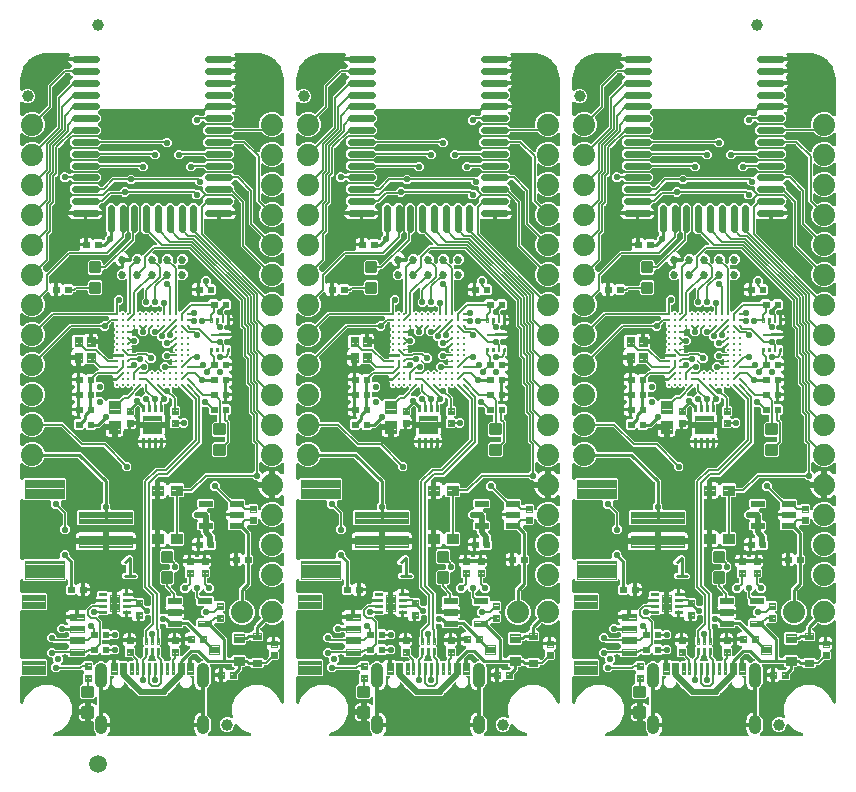
<source format=gtl>
G04 EAGLE Gerber RS-274X export*
G75*
%MOMM*%
%FSLAX34Y34*%
%LPD*%
%INTop Copper*%
%IPPOS*%
%AMOC8*
5,1,8,0,0,1.08239X$1,22.5*%
G01*
%ADD10C,0.279400*%
%ADD11C,1.879600*%
%ADD12C,0.600000*%
%ADD13C,1.000000*%
%ADD14C,0.102000*%
%ADD15C,1.000000*%
%ADD16C,0.100000*%
%ADD17C,0.096000*%
%ADD18C,0.099000*%
%ADD19C,0.104000*%
%ADD20C,0.100800*%
%ADD21C,0.300000*%
%ADD22C,0.102500*%
%ADD23C,0.685800*%
%ADD24C,0.200000*%
%ADD25C,0.105000*%
%ADD26C,1.500000*%
%ADD27C,0.558800*%
%ADD28C,0.254000*%
%ADD29C,0.127000*%
%ADD30C,0.508000*%
%ADD31C,0.152400*%
%ADD32C,0.185419*%

G36*
X299741Y2812D02*
X299741Y2812D01*
X299879Y2825D01*
X299898Y2832D01*
X299918Y2835D01*
X300048Y2886D01*
X300179Y2933D01*
X300195Y2944D01*
X300214Y2952D01*
X300326Y3033D01*
X300442Y3111D01*
X300455Y3127D01*
X300471Y3138D01*
X300560Y3246D01*
X300652Y3350D01*
X300661Y3368D01*
X300674Y3383D01*
X300734Y3509D01*
X300797Y3633D01*
X300801Y3653D01*
X300810Y3671D01*
X300836Y3808D01*
X300866Y3943D01*
X300866Y3964D01*
X300870Y3983D01*
X300861Y4122D01*
X300857Y4261D01*
X300851Y4281D01*
X300850Y4301D01*
X300807Y4433D01*
X300768Y4567D01*
X300758Y4584D01*
X300752Y4603D01*
X300677Y4721D01*
X300607Y4841D01*
X300588Y4862D01*
X300582Y4872D01*
X300567Y4886D01*
X300500Y4961D01*
X299464Y5998D01*
X298509Y8303D01*
X298509Y14170D01*
X298494Y14288D01*
X298487Y14407D01*
X298474Y14445D01*
X298469Y14486D01*
X298426Y14596D01*
X298389Y14709D01*
X298367Y14744D01*
X298352Y14781D01*
X298283Y14877D01*
X298219Y14978D01*
X298189Y15006D01*
X298166Y15039D01*
X298074Y15115D01*
X297987Y15196D01*
X297952Y15216D01*
X297921Y15241D01*
X297813Y15292D01*
X297709Y15350D01*
X297669Y15360D01*
X297633Y15377D01*
X297516Y15399D01*
X297401Y15429D01*
X297341Y15433D01*
X297321Y15437D01*
X297300Y15435D01*
X297240Y15439D01*
X295869Y15439D01*
X295869Y21750D01*
X295854Y21868D01*
X295847Y21987D01*
X295834Y22025D01*
X295829Y22065D01*
X295786Y22176D01*
X295749Y22289D01*
X295727Y22323D01*
X295712Y22361D01*
X295643Y22457D01*
X295579Y22558D01*
X295549Y22586D01*
X295526Y22618D01*
X295434Y22694D01*
X295347Y22776D01*
X295312Y22795D01*
X295281Y22821D01*
X295173Y22872D01*
X295069Y22929D01*
X295029Y22939D01*
X294993Y22957D01*
X294886Y22977D01*
X294916Y22981D01*
X295026Y23025D01*
X295139Y23061D01*
X295174Y23083D01*
X295211Y23098D01*
X295307Y23168D01*
X295408Y23231D01*
X295436Y23261D01*
X295469Y23285D01*
X295545Y23376D01*
X295626Y23463D01*
X295646Y23498D01*
X295671Y23530D01*
X295722Y23637D01*
X295780Y23742D01*
X295790Y23781D01*
X295807Y23817D01*
X295829Y23934D01*
X295859Y24050D01*
X295863Y24110D01*
X295867Y24130D01*
X295865Y24150D01*
X295869Y24210D01*
X295869Y30521D01*
X297402Y30521D01*
X298430Y30245D01*
X299374Y29700D01*
X299440Y29649D01*
X299547Y29560D01*
X299566Y29551D01*
X299582Y29539D01*
X299709Y29484D01*
X299835Y29425D01*
X299855Y29421D01*
X299873Y29413D01*
X300011Y29391D01*
X300148Y29365D01*
X300168Y29366D01*
X300188Y29363D01*
X300326Y29376D01*
X300465Y29384D01*
X300484Y29391D01*
X300504Y29393D01*
X300635Y29440D01*
X300767Y29483D01*
X300784Y29493D01*
X300803Y29500D01*
X300919Y29578D01*
X301036Y29653D01*
X301050Y29667D01*
X301067Y29679D01*
X301159Y29783D01*
X301254Y29884D01*
X301264Y29902D01*
X301277Y29917D01*
X301340Y30041D01*
X301408Y30163D01*
X301413Y30182D01*
X301422Y30200D01*
X301452Y30336D01*
X301487Y30471D01*
X301489Y30499D01*
X301491Y30511D01*
X301491Y30531D01*
X301497Y30631D01*
X301497Y34665D01*
X301480Y34802D01*
X301467Y34941D01*
X301460Y34960D01*
X301457Y34980D01*
X301406Y35109D01*
X301359Y35240D01*
X301348Y35257D01*
X301340Y35276D01*
X301259Y35388D01*
X301181Y35503D01*
X301165Y35517D01*
X301154Y35533D01*
X301046Y35622D01*
X300942Y35714D01*
X300924Y35723D01*
X300909Y35736D01*
X300783Y35795D01*
X300659Y35858D01*
X300639Y35863D01*
X300621Y35872D01*
X300484Y35898D01*
X300349Y35928D01*
X300328Y35928D01*
X300309Y35931D01*
X300170Y35923D01*
X300031Y35918D01*
X300011Y35913D01*
X299991Y35912D01*
X299859Y35869D01*
X299725Y35830D01*
X299708Y35820D01*
X299689Y35814D01*
X299571Y35739D01*
X299451Y35669D01*
X299430Y35650D01*
X299420Y35643D01*
X299406Y35628D01*
X299331Y35562D01*
X298018Y34249D01*
X288722Y34249D01*
X287099Y35872D01*
X287099Y45168D01*
X289079Y47148D01*
X289152Y47242D01*
X289231Y47331D01*
X289249Y47367D01*
X289274Y47399D01*
X289321Y47508D01*
X289375Y47614D01*
X289384Y47653D01*
X289400Y47691D01*
X289419Y47808D01*
X289445Y47924D01*
X289444Y47965D01*
X289450Y48005D01*
X289439Y48123D01*
X289435Y48242D01*
X289424Y48281D01*
X289420Y48321D01*
X289380Y48434D01*
X289347Y48548D01*
X289327Y48583D01*
X289313Y48621D01*
X289246Y48719D01*
X289186Y48822D01*
X289146Y48867D01*
X289134Y48884D01*
X289119Y48897D01*
X289099Y48920D01*
X289099Y55378D01*
X289974Y56252D01*
X290047Y56346D01*
X290126Y56436D01*
X290144Y56472D01*
X290169Y56504D01*
X290216Y56613D01*
X290271Y56719D01*
X290279Y56758D01*
X290295Y56796D01*
X290314Y56913D01*
X290340Y57029D01*
X290339Y57070D01*
X290345Y57110D01*
X290334Y57228D01*
X290331Y57347D01*
X290319Y57386D01*
X290315Y57426D01*
X290275Y57538D01*
X290242Y57653D01*
X290222Y57688D01*
X290208Y57726D01*
X290141Y57824D01*
X290081Y57927D01*
X290041Y57972D01*
X290029Y57989D01*
X290014Y58002D01*
X289974Y58047D01*
X289326Y58696D01*
X289231Y58769D01*
X289141Y58848D01*
X289106Y58866D01*
X289075Y58891D01*
X288965Y58938D01*
X288858Y58993D01*
X288819Y59001D01*
X288783Y59017D01*
X288664Y59036D01*
X288548Y59062D01*
X288508Y59061D01*
X288469Y59067D01*
X288349Y59056D01*
X288305Y59054D01*
X271068Y59054D01*
X270970Y59042D01*
X270871Y59039D01*
X270813Y59022D01*
X270753Y59014D01*
X270661Y58978D01*
X270566Y58950D01*
X270514Y58920D01*
X270457Y58897D01*
X270377Y58839D01*
X270292Y58789D01*
X270216Y58723D01*
X270200Y58711D01*
X270192Y58701D01*
X270171Y58683D01*
X268384Y56895D01*
X265016Y56895D01*
X262635Y59276D01*
X262635Y62644D01*
X264372Y64380D01*
X264445Y64475D01*
X264524Y64564D01*
X264542Y64600D01*
X264567Y64632D01*
X264614Y64741D01*
X264668Y64847D01*
X264677Y64886D01*
X264693Y64924D01*
X264712Y65041D01*
X264738Y65157D01*
X264737Y65198D01*
X264743Y65238D01*
X264732Y65356D01*
X264728Y65475D01*
X264717Y65514D01*
X264713Y65554D01*
X264673Y65667D01*
X264640Y65781D01*
X264620Y65815D01*
X264606Y65854D01*
X264539Y65952D01*
X264479Y66055D01*
X264439Y66100D01*
X264427Y66117D01*
X264412Y66130D01*
X264372Y66175D01*
X264159Y66388D01*
X264159Y68326D01*
X264144Y68444D01*
X264137Y68563D01*
X264124Y68601D01*
X264119Y68642D01*
X264076Y68752D01*
X264039Y68865D01*
X264017Y68900D01*
X264002Y68937D01*
X263933Y69033D01*
X263869Y69134D01*
X263839Y69162D01*
X263816Y69195D01*
X263724Y69271D01*
X263637Y69352D01*
X263602Y69372D01*
X263571Y69397D01*
X263463Y69448D01*
X263359Y69506D01*
X263319Y69516D01*
X263283Y69533D01*
X263166Y69555D01*
X263051Y69585D01*
X262991Y69589D01*
X262971Y69593D01*
X262950Y69591D01*
X262890Y69595D01*
X261206Y69595D01*
X258825Y71976D01*
X258825Y75344D01*
X261206Y77725D01*
X264574Y77725D01*
X266121Y76177D01*
X266199Y76117D01*
X266271Y76049D01*
X266324Y76020D01*
X266372Y75983D01*
X266463Y75943D01*
X266550Y75895D01*
X266608Y75880D01*
X266664Y75856D01*
X266762Y75841D01*
X266858Y75816D01*
X266958Y75810D01*
X266978Y75806D01*
X266990Y75808D01*
X267018Y75806D01*
X275190Y75806D01*
X275308Y75821D01*
X275427Y75828D01*
X275465Y75841D01*
X275506Y75846D01*
X275616Y75889D01*
X275729Y75926D01*
X275764Y75948D01*
X275801Y75963D01*
X275897Y76032D01*
X275998Y76096D01*
X276026Y76126D01*
X276059Y76149D01*
X276135Y76241D01*
X276216Y76328D01*
X276236Y76363D01*
X276261Y76394D01*
X276312Y76502D01*
X276370Y76606D01*
X276380Y76646D01*
X276397Y76682D01*
X276419Y76799D01*
X276449Y76914D01*
X276453Y76974D01*
X276457Y76994D01*
X276455Y77015D01*
X276459Y77075D01*
X276459Y77128D01*
X277334Y78003D01*
X277407Y78097D01*
X277486Y78186D01*
X277504Y78222D01*
X277529Y78254D01*
X277576Y78363D01*
X277631Y78469D01*
X277639Y78508D01*
X277655Y78546D01*
X277674Y78663D01*
X277700Y78779D01*
X277699Y78820D01*
X277705Y78860D01*
X277694Y78978D01*
X277691Y79097D01*
X277679Y79136D01*
X277675Y79176D01*
X277635Y79288D01*
X277602Y79403D01*
X277582Y79438D01*
X277568Y79476D01*
X277501Y79574D01*
X277441Y79677D01*
X277401Y79722D01*
X277389Y79739D01*
X277374Y79752D01*
X277334Y79798D01*
X276459Y80672D01*
X276459Y80725D01*
X276444Y80843D01*
X276437Y80962D01*
X276424Y81000D01*
X276419Y81041D01*
X276376Y81151D01*
X276339Y81264D01*
X276317Y81299D01*
X276302Y81336D01*
X276233Y81432D01*
X276169Y81533D01*
X276139Y81561D01*
X276116Y81594D01*
X276024Y81670D01*
X275937Y81751D01*
X275902Y81771D01*
X275871Y81796D01*
X275763Y81847D01*
X275659Y81905D01*
X275619Y81915D01*
X275583Y81932D01*
X275466Y81954D01*
X275351Y81984D01*
X275291Y81988D01*
X275271Y81992D01*
X275250Y81990D01*
X275190Y81994D01*
X264542Y81994D01*
X264481Y82052D01*
X264428Y82081D01*
X264380Y82118D01*
X264289Y82158D01*
X264202Y82206D01*
X264144Y82221D01*
X264088Y82245D01*
X263990Y82260D01*
X263895Y82285D01*
X263795Y82291D01*
X263774Y82295D01*
X263762Y82293D01*
X263734Y82295D01*
X261206Y82295D01*
X258825Y84676D01*
X258825Y88044D01*
X261206Y90425D01*
X264574Y90425D01*
X266955Y88044D01*
X266955Y87075D01*
X266970Y86957D01*
X266977Y86838D01*
X266990Y86800D01*
X266995Y86759D01*
X267038Y86649D01*
X267075Y86536D01*
X267097Y86501D01*
X267112Y86464D01*
X267181Y86368D01*
X267245Y86267D01*
X267275Y86239D01*
X267298Y86206D01*
X267390Y86130D01*
X267477Y86049D01*
X267512Y86029D01*
X267543Y86004D01*
X267651Y85953D01*
X267755Y85895D01*
X267795Y85885D01*
X267831Y85868D01*
X267948Y85846D01*
X268063Y85816D01*
X268123Y85812D01*
X268143Y85808D01*
X268164Y85810D01*
X268224Y85806D01*
X275190Y85806D01*
X275308Y85821D01*
X275427Y85828D01*
X275465Y85841D01*
X275506Y85846D01*
X275616Y85889D01*
X275729Y85926D01*
X275764Y85948D01*
X275801Y85963D01*
X275897Y86032D01*
X275998Y86096D01*
X276026Y86126D01*
X276059Y86149D01*
X276135Y86241D01*
X276216Y86328D01*
X276236Y86363D01*
X276261Y86394D01*
X276312Y86502D01*
X276370Y86606D01*
X276380Y86646D01*
X276397Y86682D01*
X276419Y86799D01*
X276449Y86914D01*
X276453Y86974D01*
X276457Y86994D01*
X276455Y87015D01*
X276459Y87075D01*
X276459Y87128D01*
X277334Y88003D01*
X277407Y88097D01*
X277486Y88186D01*
X277504Y88222D01*
X277529Y88254D01*
X277576Y88363D01*
X277631Y88469D01*
X277639Y88508D01*
X277655Y88546D01*
X277674Y88663D01*
X277700Y88779D01*
X277699Y88820D01*
X277705Y88860D01*
X277694Y88978D01*
X277691Y89097D01*
X277679Y89136D01*
X277675Y89176D01*
X277635Y89288D01*
X277602Y89403D01*
X277582Y89438D01*
X277568Y89476D01*
X277501Y89574D01*
X277441Y89677D01*
X277401Y89722D01*
X277389Y89739D01*
X277374Y89752D01*
X277334Y89798D01*
X276237Y90894D01*
X276144Y90967D01*
X276054Y91046D01*
X276018Y91064D01*
X275986Y91089D01*
X275877Y91136D01*
X275771Y91190D01*
X275732Y91199D01*
X275694Y91215D01*
X275577Y91234D01*
X275461Y91260D01*
X275420Y91259D01*
X275380Y91265D01*
X275262Y91254D01*
X275143Y91250D01*
X275104Y91239D01*
X275064Y91235D01*
X274952Y91195D01*
X274837Y91162D01*
X274802Y91142D01*
X274764Y91128D01*
X274666Y91061D01*
X274563Y91001D01*
X274518Y90961D01*
X274501Y90949D01*
X274488Y90934D01*
X274443Y90894D01*
X273464Y89915D01*
X270096Y89915D01*
X267715Y92296D01*
X267715Y95664D01*
X270096Y98045D01*
X273464Y98045D01*
X274523Y96986D01*
X274617Y96913D01*
X274706Y96834D01*
X274742Y96816D01*
X274774Y96791D01*
X274883Y96744D01*
X274989Y96690D01*
X275029Y96681D01*
X275066Y96665D01*
X275183Y96646D01*
X275299Y96620D01*
X275340Y96621D01*
X275380Y96615D01*
X275498Y96626D01*
X275617Y96630D01*
X275656Y96641D01*
X275696Y96645D01*
X275809Y96685D01*
X275923Y96718D01*
X275958Y96738D01*
X275996Y96752D01*
X276094Y96819D01*
X276197Y96879D01*
X276242Y96919D01*
X276259Y96931D01*
X276272Y96946D01*
X276318Y96986D01*
X276436Y97104D01*
X276509Y97199D01*
X276588Y97288D01*
X276606Y97324D01*
X276631Y97356D01*
X276678Y97465D01*
X276732Y97571D01*
X276741Y97610D01*
X276757Y97648D01*
X276776Y97765D01*
X276802Y97881D01*
X276801Y97922D01*
X276807Y97962D01*
X276796Y98080D01*
X276792Y98199D01*
X276781Y98238D01*
X276777Y98278D01*
X276737Y98390D01*
X276704Y98505D01*
X276684Y98540D01*
X276670Y98578D01*
X276603Y98676D01*
X276543Y98779D01*
X276503Y98824D01*
X276491Y98841D01*
X276476Y98854D01*
X276436Y98899D01*
X275799Y99537D01*
X275397Y100232D01*
X275189Y101008D01*
X275189Y102401D01*
X284250Y102401D01*
X284368Y102416D01*
X284487Y102423D01*
X284525Y102435D01*
X284565Y102441D01*
X284676Y102484D01*
X284789Y102521D01*
X284823Y102543D01*
X284861Y102558D01*
X284957Y102627D01*
X285058Y102691D01*
X285086Y102721D01*
X285118Y102744D01*
X285194Y102836D01*
X285276Y102923D01*
X285295Y102958D01*
X285321Y102989D01*
X285341Y103033D01*
X285417Y103088D01*
X285518Y103151D01*
X285546Y103181D01*
X285579Y103205D01*
X285655Y103296D01*
X285736Y103383D01*
X285756Y103418D01*
X285781Y103450D01*
X285832Y103557D01*
X285890Y103662D01*
X285900Y103701D01*
X285917Y103737D01*
X285939Y103854D01*
X285969Y103970D01*
X285973Y104030D01*
X285977Y104050D01*
X285975Y104070D01*
X285979Y104130D01*
X285979Y109441D01*
X290576Y109441D01*
X290694Y109456D01*
X290813Y109463D01*
X290851Y109476D01*
X290892Y109481D01*
X291002Y109524D01*
X291115Y109561D01*
X291150Y109583D01*
X291187Y109598D01*
X291283Y109667D01*
X291384Y109731D01*
X291412Y109761D01*
X291445Y109784D01*
X291521Y109876D01*
X291602Y109963D01*
X291622Y109998D01*
X291647Y110029D01*
X291698Y110137D01*
X291756Y110241D01*
X291766Y110281D01*
X291783Y110317D01*
X291805Y110434D01*
X291835Y110549D01*
X291839Y110609D01*
X291843Y110629D01*
X291841Y110650D01*
X291844Y110684D01*
X296135Y114976D01*
X299091Y114976D01*
X299216Y114991D01*
X299342Y115001D01*
X299374Y115011D01*
X299407Y115016D01*
X299524Y115062D01*
X299643Y115102D01*
X299671Y115120D01*
X299703Y115133D01*
X299804Y115207D01*
X299910Y115275D01*
X299933Y115300D01*
X299960Y115319D01*
X300040Y115416D01*
X300125Y115509D01*
X300141Y115539D01*
X300163Y115564D01*
X300216Y115678D01*
X300276Y115789D01*
X300284Y115822D01*
X300298Y115852D01*
X300322Y115975D01*
X300352Y116098D01*
X300352Y116131D01*
X300358Y116164D01*
X300350Y116290D01*
X300349Y116416D01*
X300339Y116464D01*
X300338Y116482D01*
X300332Y116502D01*
X300317Y116574D01*
X300289Y116678D01*
X300289Y116801D01*
X306330Y116801D01*
X306448Y116816D01*
X306567Y116823D01*
X306605Y116835D01*
X306645Y116840D01*
X306756Y116884D01*
X306869Y116921D01*
X306903Y116943D01*
X306941Y116957D01*
X307037Y117027D01*
X307138Y117091D01*
X307166Y117121D01*
X307198Y117144D01*
X307274Y117236D01*
X307356Y117323D01*
X307375Y117358D01*
X307401Y117389D01*
X307452Y117497D01*
X307509Y117601D01*
X307519Y117640D01*
X307537Y117677D01*
X307559Y117794D01*
X307589Y117909D01*
X307593Y117969D01*
X307596Y117989D01*
X307596Y117990D01*
X307595Y118010D01*
X307599Y118070D01*
X307584Y118188D01*
X307577Y118307D01*
X307564Y118345D01*
X307559Y118386D01*
X307515Y118496D01*
X307479Y118610D01*
X307457Y118644D01*
X307442Y118681D01*
X307372Y118778D01*
X307308Y118878D01*
X307279Y118906D01*
X307255Y118939D01*
X307163Y119015D01*
X307077Y119096D01*
X307041Y119116D01*
X307010Y119142D01*
X306903Y119192D01*
X306798Y119250D01*
X306759Y119260D01*
X306723Y119277D01*
X306606Y119299D01*
X306490Y119329D01*
X306430Y119333D01*
X306410Y119337D01*
X306390Y119336D01*
X306330Y119339D01*
X300289Y119339D01*
X300289Y119462D01*
X300497Y120238D01*
X300899Y120933D01*
X301188Y121222D01*
X301248Y121300D01*
X301316Y121372D01*
X301341Y121417D01*
X301346Y121424D01*
X301350Y121431D01*
X301382Y121473D01*
X301422Y121564D01*
X301470Y121651D01*
X301485Y121709D01*
X301509Y121765D01*
X301524Y121863D01*
X301549Y121959D01*
X301555Y122059D01*
X301559Y122079D01*
X301557Y122091D01*
X301559Y122119D01*
X301559Y124798D01*
X302602Y125841D01*
X310058Y125841D01*
X310678Y125220D01*
X310761Y125156D01*
X310839Y125084D01*
X310887Y125058D01*
X310929Y125026D01*
X311026Y124984D01*
X311119Y124933D01*
X311172Y124921D01*
X311221Y124899D01*
X311325Y124883D01*
X311428Y124857D01*
X311482Y124858D01*
X311535Y124849D01*
X311640Y124859D01*
X311746Y124860D01*
X311830Y124877D01*
X311852Y124879D01*
X311866Y124884D01*
X311904Y124892D01*
X312347Y125011D01*
X314231Y125011D01*
X314231Y116300D01*
X314246Y116182D01*
X314253Y116063D01*
X314265Y116025D01*
X314271Y115985D01*
X314314Y115874D01*
X314351Y115761D01*
X314373Y115727D01*
X314388Y115689D01*
X314457Y115593D01*
X314468Y115576D01*
X314454Y115552D01*
X314429Y115520D01*
X314378Y115413D01*
X314320Y115308D01*
X314310Y115269D01*
X314293Y115233D01*
X314271Y115116D01*
X314241Y115000D01*
X314237Y114940D01*
X314233Y114920D01*
X314235Y114900D01*
X314231Y114840D01*
X314231Y106129D01*
X312347Y106129D01*
X311904Y106248D01*
X311799Y106262D01*
X311696Y106286D01*
X311642Y106284D01*
X311589Y106291D01*
X311484Y106279D01*
X311378Y106276D01*
X311326Y106261D01*
X311273Y106255D01*
X311174Y106217D01*
X311073Y106187D01*
X311026Y106160D01*
X310976Y106141D01*
X310890Y106080D01*
X310799Y106026D01*
X310735Y105970D01*
X310717Y105957D01*
X310707Y105945D01*
X310678Y105920D01*
X310058Y105299D01*
X303552Y105299D01*
X303414Y105282D01*
X303275Y105269D01*
X303256Y105262D01*
X303236Y105259D01*
X303107Y105208D01*
X302976Y105161D01*
X302959Y105150D01*
X302940Y105142D01*
X302828Y105061D01*
X302713Y104983D01*
X302699Y104967D01*
X302683Y104956D01*
X302594Y104848D01*
X302502Y104744D01*
X302493Y104726D01*
X302480Y104711D01*
X302421Y104585D01*
X302358Y104461D01*
X302353Y104441D01*
X302345Y104423D01*
X302319Y104286D01*
X302288Y104151D01*
X302289Y104130D01*
X302285Y104111D01*
X302293Y103972D01*
X302298Y103833D01*
X302303Y103813D01*
X302305Y103793D01*
X302347Y103661D01*
X302386Y103527D01*
X302396Y103510D01*
X302403Y103491D01*
X302477Y103373D01*
X302548Y103253D01*
X302566Y103232D01*
X302573Y103222D01*
X302588Y103208D01*
X302654Y103133D01*
X303948Y101839D01*
X305436Y100351D01*
X305436Y94440D01*
X305451Y94322D01*
X305458Y94203D01*
X305471Y94165D01*
X305476Y94124D01*
X305519Y94014D01*
X305556Y93901D01*
X305578Y93866D01*
X305593Y93829D01*
X305662Y93733D01*
X305726Y93632D01*
X305756Y93604D01*
X305779Y93571D01*
X305871Y93495D01*
X305958Y93414D01*
X305993Y93394D01*
X306024Y93369D01*
X306132Y93318D01*
X306236Y93260D01*
X306276Y93250D01*
X306312Y93233D01*
X306429Y93211D01*
X306544Y93181D01*
X306604Y93177D01*
X306624Y93173D01*
X306645Y93175D01*
X306705Y93171D01*
X311758Y93171D01*
X312357Y92571D01*
X312452Y92498D01*
X312541Y92419D01*
X312577Y92401D01*
X312609Y92376D01*
X312718Y92329D01*
X312824Y92275D01*
X312863Y92266D01*
X312901Y92250D01*
X313018Y92231D01*
X313134Y92205D01*
X313175Y92206D01*
X313215Y92200D01*
X313333Y92211D01*
X313452Y92215D01*
X313491Y92226D01*
X313531Y92230D01*
X313643Y92270D01*
X313758Y92303D01*
X313793Y92323D01*
X313831Y92337D01*
X313929Y92404D01*
X314032Y92464D01*
X314077Y92504D01*
X314094Y92516D01*
X314107Y92531D01*
X314152Y92571D01*
X314546Y92965D01*
X317914Y92965D01*
X320295Y90584D01*
X320295Y87216D01*
X317914Y84835D01*
X314546Y84835D01*
X314152Y85229D01*
X314058Y85302D01*
X313969Y85381D01*
X313933Y85399D01*
X313901Y85424D01*
X313792Y85471D01*
X313686Y85525D01*
X313647Y85534D01*
X313609Y85550D01*
X313492Y85569D01*
X313376Y85595D01*
X313335Y85594D01*
X313295Y85600D01*
X313177Y85589D01*
X313058Y85585D01*
X313019Y85574D01*
X312979Y85570D01*
X312867Y85530D01*
X312752Y85497D01*
X312717Y85477D01*
X312679Y85463D01*
X312581Y85396D01*
X312478Y85336D01*
X312433Y85296D01*
X312416Y85284D01*
X312403Y85269D01*
X312357Y85229D01*
X311758Y84629D01*
X306705Y84629D01*
X306587Y84614D01*
X306468Y84607D01*
X306430Y84594D01*
X306389Y84589D01*
X306279Y84546D01*
X306166Y84509D01*
X306131Y84487D01*
X306094Y84472D01*
X305998Y84403D01*
X305897Y84339D01*
X305869Y84309D01*
X305836Y84286D01*
X305760Y84194D01*
X305679Y84107D01*
X305659Y84072D01*
X305634Y84041D01*
X305583Y83933D01*
X305525Y83829D01*
X305515Y83789D01*
X305498Y83753D01*
X305476Y83636D01*
X305446Y83521D01*
X305442Y83461D01*
X305438Y83441D01*
X305440Y83420D01*
X305436Y83360D01*
X305436Y81740D01*
X305451Y81622D01*
X305458Y81503D01*
X305471Y81465D01*
X305476Y81424D01*
X305519Y81314D01*
X305556Y81201D01*
X305578Y81166D01*
X305593Y81129D01*
X305662Y81033D01*
X305726Y80932D01*
X305756Y80904D01*
X305779Y80871D01*
X305871Y80795D01*
X305958Y80714D01*
X305993Y80694D01*
X306024Y80669D01*
X306132Y80618D01*
X306236Y80560D01*
X306276Y80550D01*
X306312Y80533D01*
X306429Y80511D01*
X306544Y80481D01*
X306604Y80477D01*
X306624Y80473D01*
X306645Y80475D01*
X306705Y80471D01*
X311758Y80471D01*
X312357Y79871D01*
X312452Y79798D01*
X312541Y79719D01*
X312577Y79701D01*
X312609Y79676D01*
X312718Y79629D01*
X312824Y79575D01*
X312863Y79566D01*
X312901Y79550D01*
X313018Y79531D01*
X313134Y79505D01*
X313175Y79506D01*
X313215Y79500D01*
X313333Y79511D01*
X313452Y79515D01*
X313491Y79526D01*
X313531Y79530D01*
X313643Y79570D01*
X313758Y79603D01*
X313793Y79623D01*
X313831Y79637D01*
X313929Y79704D01*
X314032Y79764D01*
X314077Y79804D01*
X314094Y79816D01*
X314107Y79831D01*
X314152Y79871D01*
X314546Y80265D01*
X317914Y80265D01*
X320295Y77884D01*
X320295Y74516D01*
X317914Y72135D01*
X314546Y72135D01*
X314152Y72529D01*
X314058Y72602D01*
X313969Y72681D01*
X313933Y72699D01*
X313901Y72724D01*
X313792Y72771D01*
X313686Y72825D01*
X313647Y72834D01*
X313609Y72850D01*
X313492Y72869D01*
X313376Y72895D01*
X313335Y72894D01*
X313295Y72900D01*
X313177Y72889D01*
X313058Y72885D01*
X313019Y72874D01*
X312979Y72870D01*
X312867Y72830D01*
X312752Y72797D01*
X312717Y72777D01*
X312679Y72763D01*
X312581Y72696D01*
X312478Y72636D01*
X312433Y72596D01*
X312416Y72584D01*
X312403Y72569D01*
X312357Y72529D01*
X311758Y71929D01*
X305302Y71929D01*
X304427Y72804D01*
X304333Y72877D01*
X304244Y72956D01*
X304208Y72974D01*
X304176Y72999D01*
X304067Y73046D01*
X303961Y73101D01*
X303922Y73109D01*
X303884Y73125D01*
X303767Y73144D01*
X303651Y73170D01*
X303610Y73169D01*
X303570Y73175D01*
X303452Y73164D01*
X303333Y73161D01*
X303294Y73149D01*
X303254Y73145D01*
X303142Y73105D01*
X303027Y73072D01*
X302992Y73052D01*
X302954Y73038D01*
X302856Y72971D01*
X302753Y72911D01*
X302708Y72871D01*
X302691Y72859D01*
X302678Y72844D01*
X302632Y72804D01*
X301758Y71929D01*
X295302Y71929D01*
X295121Y72111D01*
X295027Y72184D01*
X294938Y72263D01*
X294902Y72281D01*
X294870Y72306D01*
X294760Y72353D01*
X294654Y72407D01*
X294615Y72416D01*
X294578Y72432D01*
X294460Y72451D01*
X294344Y72477D01*
X294304Y72476D01*
X294264Y72482D01*
X294145Y72471D01*
X294026Y72467D01*
X293987Y72456D01*
X293947Y72452D01*
X293835Y72412D01*
X293721Y72379D01*
X293686Y72358D01*
X293648Y72345D01*
X293549Y72278D01*
X293447Y72217D01*
X293401Y72177D01*
X293385Y72166D01*
X293371Y72151D01*
X293326Y72111D01*
X292872Y71657D01*
X292812Y71579D01*
X292744Y71507D01*
X292715Y71454D01*
X292678Y71406D01*
X292638Y71315D01*
X292590Y71229D01*
X292575Y71170D01*
X292551Y71114D01*
X292536Y71016D01*
X292511Y70921D01*
X292505Y70821D01*
X292501Y70800D01*
X292503Y70788D01*
X292501Y70760D01*
X292501Y70672D01*
X291458Y69629D01*
X277502Y69629D01*
X276459Y70672D01*
X276459Y70725D01*
X276444Y70843D01*
X276437Y70962D01*
X276424Y71000D01*
X276419Y71041D01*
X276376Y71151D01*
X276339Y71264D01*
X276317Y71299D01*
X276302Y71336D01*
X276233Y71432D01*
X276169Y71533D01*
X276139Y71561D01*
X276116Y71594D01*
X276024Y71670D01*
X275937Y71751D01*
X275902Y71771D01*
X275871Y71796D01*
X275763Y71847D01*
X275659Y71905D01*
X275619Y71915D01*
X275583Y71932D01*
X275466Y71954D01*
X275351Y71984D01*
X275291Y71988D01*
X275271Y71992D01*
X275250Y71990D01*
X275190Y71994D01*
X273114Y71994D01*
X272976Y71977D01*
X272838Y71964D01*
X272819Y71957D01*
X272799Y71954D01*
X272669Y71903D01*
X272539Y71856D01*
X272522Y71845D01*
X272503Y71837D01*
X272391Y71756D01*
X272276Y71678D01*
X272262Y71662D01*
X272246Y71651D01*
X272157Y71544D01*
X272065Y71439D01*
X272056Y71421D01*
X272043Y71406D01*
X271984Y71280D01*
X271920Y71156D01*
X271916Y71136D01*
X271907Y71118D01*
X271881Y70982D01*
X271851Y70846D01*
X271851Y70825D01*
X271848Y70806D01*
X271856Y70666D01*
X271861Y70528D01*
X271866Y70508D01*
X271867Y70488D01*
X271910Y70356D01*
X271949Y70222D01*
X271959Y70205D01*
X271965Y70186D01*
X272040Y70068D01*
X272110Y69948D01*
X272129Y69927D01*
X272136Y69917D01*
X272151Y69903D01*
X272217Y69827D01*
X272289Y69756D01*
X272289Y66388D01*
X270933Y65032D01*
X270848Y64923D01*
X270759Y64816D01*
X270750Y64797D01*
X270738Y64781D01*
X270682Y64653D01*
X270623Y64528D01*
X270620Y64508D01*
X270612Y64489D01*
X270590Y64351D01*
X270564Y64215D01*
X270565Y64195D01*
X270562Y64175D01*
X270575Y64036D01*
X270583Y63898D01*
X270590Y63879D01*
X270592Y63859D01*
X270639Y63727D01*
X270681Y63596D01*
X270692Y63578D01*
X270699Y63559D01*
X270777Y63444D01*
X270852Y63327D01*
X270866Y63313D01*
X270878Y63296D01*
X270982Y63204D01*
X271083Y63109D01*
X271101Y63099D01*
X271116Y63086D01*
X271240Y63022D01*
X271362Y62955D01*
X271381Y62950D01*
X271399Y62941D01*
X271535Y62911D01*
X271670Y62876D01*
X271698Y62874D01*
X271710Y62871D01*
X271730Y62872D01*
X271830Y62866D01*
X285785Y62866D01*
X285883Y62878D01*
X285982Y62881D01*
X286040Y62898D01*
X286100Y62906D01*
X286192Y62942D01*
X286288Y62970D01*
X286340Y63000D01*
X286396Y63023D01*
X286476Y63081D01*
X286562Y63131D01*
X286637Y63197D01*
X286653Y63209D01*
X286661Y63219D01*
X286682Y63237D01*
X287501Y64056D01*
X287830Y64056D01*
X287948Y64071D01*
X288067Y64078D01*
X288105Y64091D01*
X288146Y64096D01*
X288256Y64139D01*
X288369Y64176D01*
X288404Y64198D01*
X288441Y64213D01*
X288537Y64282D01*
X288638Y64346D01*
X288666Y64376D01*
X288699Y64399D01*
X288775Y64491D01*
X288856Y64578D01*
X288876Y64613D01*
X288901Y64644D01*
X288952Y64752D01*
X289010Y64856D01*
X289020Y64896D01*
X289037Y64932D01*
X289059Y65049D01*
X289089Y65164D01*
X289093Y65224D01*
X289097Y65244D01*
X289095Y65265D01*
X289099Y65325D01*
X289099Y65378D01*
X290142Y66421D01*
X296598Y66421D01*
X297641Y65378D01*
X297641Y64643D01*
X297658Y64505D01*
X297671Y64367D01*
X297678Y64348D01*
X297681Y64328D01*
X297732Y64198D01*
X297779Y64067D01*
X297790Y64051D01*
X297798Y64032D01*
X297879Y63919D01*
X297957Y63804D01*
X297973Y63791D01*
X297984Y63775D01*
X298092Y63686D01*
X298196Y63594D01*
X298214Y63585D01*
X298229Y63572D01*
X298355Y63512D01*
X298479Y63449D01*
X298499Y63445D01*
X298517Y63436D01*
X298654Y63410D01*
X298789Y63380D01*
X298810Y63380D01*
X298829Y63376D01*
X298968Y63385D01*
X299107Y63389D01*
X299127Y63395D01*
X299147Y63396D01*
X299279Y63439D01*
X299413Y63478D01*
X299430Y63488D01*
X299449Y63494D01*
X299567Y63569D01*
X299687Y63639D01*
X299708Y63658D01*
X299718Y63664D01*
X299732Y63679D01*
X299807Y63746D01*
X301228Y65166D01*
X303533Y66121D01*
X306027Y66121D01*
X308365Y65152D01*
X308384Y65138D01*
X308485Y65052D01*
X308509Y65041D01*
X308530Y65024D01*
X308652Y64971D01*
X308771Y64914D01*
X308798Y64908D01*
X308822Y64898D01*
X308953Y64877D01*
X309083Y64851D01*
X309110Y64852D01*
X309136Y64848D01*
X309269Y64860D01*
X309401Y64867D01*
X309426Y64875D01*
X309453Y64878D01*
X309578Y64923D01*
X309704Y64962D01*
X309727Y64976D01*
X309752Y64985D01*
X309862Y65060D01*
X309975Y65129D01*
X309993Y65149D01*
X310015Y65164D01*
X310103Y65263D01*
X310195Y65359D01*
X310208Y65382D01*
X310226Y65402D01*
X310286Y65520D01*
X310351Y65636D01*
X310363Y65672D01*
X310371Y65686D01*
X310375Y65707D01*
X310394Y65762D01*
X310799Y66463D01*
X311367Y67031D01*
X312062Y67433D01*
X312838Y67641D01*
X314231Y67641D01*
X314231Y60330D01*
X314246Y60212D01*
X314253Y60093D01*
X314265Y60055D01*
X314271Y60015D01*
X314314Y59904D01*
X314351Y59791D01*
X314373Y59757D01*
X314388Y59719D01*
X314457Y59623D01*
X314521Y59522D01*
X314551Y59494D01*
X314574Y59462D01*
X314666Y59386D01*
X314753Y59304D01*
X314788Y59285D01*
X314819Y59259D01*
X314927Y59208D01*
X315031Y59151D01*
X315071Y59141D01*
X315107Y59123D01*
X315224Y59101D01*
X315339Y59071D01*
X315399Y59067D01*
X315419Y59064D01*
X315440Y59065D01*
X315500Y59061D01*
X315960Y59061D01*
X316078Y59076D01*
X316197Y59083D01*
X316235Y59096D01*
X316276Y59101D01*
X316386Y59145D01*
X316499Y59181D01*
X316534Y59203D01*
X316571Y59218D01*
X316667Y59288D01*
X316768Y59351D01*
X316796Y59381D01*
X316829Y59405D01*
X316905Y59496D01*
X316986Y59583D01*
X317006Y59618D01*
X317031Y59650D01*
X317082Y59757D01*
X317140Y59862D01*
X317150Y59901D01*
X317167Y59937D01*
X317189Y60054D01*
X317219Y60170D01*
X317223Y60230D01*
X317227Y60250D01*
X317225Y60270D01*
X317229Y60330D01*
X317229Y67641D01*
X318622Y67641D01*
X319398Y67433D01*
X320093Y67031D01*
X320382Y66742D01*
X320460Y66682D01*
X320532Y66614D01*
X320585Y66585D01*
X320633Y66548D01*
X320724Y66508D01*
X320811Y66460D01*
X320869Y66445D01*
X320925Y66421D01*
X321023Y66406D01*
X321119Y66381D01*
X321219Y66375D01*
X321239Y66371D01*
X321251Y66373D01*
X321279Y66371D01*
X326708Y66371D01*
X326832Y66246D01*
X326927Y66173D01*
X327016Y66094D01*
X327052Y66076D01*
X327084Y66051D01*
X327193Y66004D01*
X327299Y65949D01*
X327338Y65941D01*
X327376Y65925D01*
X327493Y65906D01*
X327609Y65880D01*
X327650Y65881D01*
X327690Y65875D01*
X327808Y65886D01*
X327927Y65889D01*
X327966Y65901D01*
X328006Y65905D01*
X328118Y65945D01*
X328233Y65978D01*
X328268Y65998D01*
X328306Y66012D01*
X328404Y66079D01*
X328507Y66139D01*
X328552Y66179D01*
X328569Y66191D01*
X328582Y66206D01*
X328627Y66246D01*
X328752Y66371D01*
X331048Y66371D01*
X331186Y66388D01*
X331324Y66401D01*
X331343Y66408D01*
X331363Y66411D01*
X331493Y66462D01*
X331624Y66509D01*
X331640Y66520D01*
X331659Y66528D01*
X331771Y66609D01*
X331887Y66687D01*
X331900Y66703D01*
X331916Y66714D01*
X332005Y66822D01*
X332097Y66926D01*
X332106Y66944D01*
X332119Y66959D01*
X332179Y67085D01*
X332242Y67209D01*
X332246Y67229D01*
X332255Y67247D01*
X332281Y67383D01*
X332311Y67519D01*
X332311Y67540D01*
X332315Y67559D01*
X332306Y67698D01*
X332302Y67837D01*
X332296Y67857D01*
X332295Y67877D01*
X332252Y68009D01*
X332213Y68143D01*
X332203Y68160D01*
X332197Y68179D01*
X332123Y68297D01*
X332052Y68417D01*
X332033Y68438D01*
X332027Y68448D01*
X332012Y68462D01*
X331945Y68537D01*
X330877Y69606D01*
X330799Y69666D01*
X330727Y69734D01*
X330674Y69763D01*
X330626Y69800D01*
X330535Y69840D01*
X330448Y69888D01*
X330390Y69903D01*
X330334Y69927D01*
X330236Y69942D01*
X330141Y69967D01*
X330040Y69973D01*
X330020Y69977D01*
X330008Y69975D01*
X329980Y69977D01*
X325702Y69977D01*
X324659Y71020D01*
X324659Y77482D01*
X324709Y77547D01*
X324788Y77636D01*
X324806Y77672D01*
X324831Y77704D01*
X324878Y77813D01*
X324932Y77919D01*
X324941Y77958D01*
X324957Y77996D01*
X324976Y78113D01*
X325002Y78229D01*
X325001Y78270D01*
X325007Y78310D01*
X324996Y78428D01*
X324992Y78547D01*
X324981Y78586D01*
X324977Y78626D01*
X324937Y78738D01*
X324904Y78853D01*
X324884Y78887D01*
X324870Y78926D01*
X324803Y79024D01*
X324743Y79127D01*
X324703Y79172D01*
X324691Y79189D01*
X324676Y79202D01*
X324636Y79247D01*
X323999Y79885D01*
X323597Y80580D01*
X323389Y81356D01*
X323389Y82749D01*
X328700Y82749D01*
X328818Y82764D01*
X328937Y82771D01*
X328944Y82773D01*
X329000Y82759D01*
X329060Y82755D01*
X329080Y82751D01*
X329100Y82753D01*
X329160Y82749D01*
X334471Y82749D01*
X334471Y81356D01*
X334263Y80580D01*
X333861Y79885D01*
X333224Y79247D01*
X333151Y79153D01*
X333072Y79064D01*
X333054Y79028D01*
X333029Y78996D01*
X332982Y78887D01*
X332927Y78781D01*
X332919Y78741D01*
X332903Y78704D01*
X332884Y78587D01*
X332858Y78471D01*
X332859Y78430D01*
X332853Y78390D01*
X332864Y78271D01*
X332868Y78153D01*
X332879Y78114D01*
X332883Y78074D01*
X332923Y77962D01*
X332956Y77847D01*
X332976Y77812D01*
X332990Y77774D01*
X333057Y77676D01*
X333118Y77573D01*
X333157Y77528D01*
X333169Y77511D01*
X333184Y77498D01*
X333201Y77479D01*
X333201Y73198D01*
X333213Y73100D01*
X333216Y73001D01*
X333233Y72943D01*
X333241Y72883D01*
X333277Y72791D01*
X333305Y72695D01*
X333335Y72643D01*
X333358Y72587D01*
X333416Y72507D01*
X333466Y72421D01*
X333532Y72346D01*
X333544Y72330D01*
X333554Y72322D01*
X333572Y72301D01*
X337010Y68863D01*
X337104Y68790D01*
X337193Y68711D01*
X337229Y68693D01*
X337261Y68668D01*
X337371Y68621D01*
X337476Y68567D01*
X337516Y68558D01*
X337553Y68542D01*
X337671Y68523D01*
X337787Y68497D01*
X337827Y68498D01*
X337867Y68492D01*
X337986Y68503D01*
X338105Y68507D01*
X338144Y68518D01*
X338184Y68522D01*
X338296Y68562D01*
X338410Y68595D01*
X338445Y68616D01*
X338483Y68629D01*
X338582Y68696D01*
X338684Y68757D01*
X338729Y68797D01*
X338746Y68808D01*
X338760Y68823D01*
X338805Y68863D01*
X340264Y70322D01*
X340337Y70416D01*
X340416Y70506D01*
X340434Y70541D01*
X340459Y70573D01*
X340506Y70683D01*
X340560Y70789D01*
X340569Y70828D01*
X340585Y70865D01*
X340604Y70983D01*
X340630Y71099D01*
X340629Y71139D01*
X340635Y71179D01*
X340624Y71298D01*
X340620Y71417D01*
X340609Y71456D01*
X340605Y71496D01*
X340565Y71608D01*
X340532Y71722D01*
X340511Y71757D01*
X340498Y71795D01*
X340459Y71852D01*
X340459Y78474D01*
X340586Y78600D01*
X340659Y78695D01*
X340737Y78784D01*
X340756Y78820D01*
X340781Y78852D01*
X340828Y78961D01*
X340882Y79067D01*
X340891Y79106D01*
X340907Y79144D01*
X340926Y79261D01*
X340952Y79377D01*
X340950Y79418D01*
X340957Y79458D01*
X340946Y79576D01*
X340942Y79695D01*
X340931Y79734D01*
X340927Y79774D01*
X340887Y79886D01*
X340854Y80001D01*
X340833Y80036D01*
X340819Y80074D01*
X340753Y80172D01*
X340692Y80275D01*
X340652Y80320D01*
X340641Y80337D01*
X340626Y80350D01*
X340586Y80395D01*
X340459Y80522D01*
X340459Y86588D01*
X340471Y86603D01*
X340539Y86676D01*
X340568Y86729D01*
X340605Y86776D01*
X340645Y86867D01*
X340692Y86954D01*
X340708Y87013D01*
X340732Y87068D01*
X340747Y87166D01*
X340772Y87262D01*
X340778Y87362D01*
X340782Y87382D01*
X340780Y87395D01*
X340782Y87423D01*
X340782Y92722D01*
X346388Y98329D01*
X346449Y98407D01*
X346517Y98479D01*
X346546Y98532D01*
X346583Y98580D01*
X346623Y98671D01*
X346670Y98757D01*
X346685Y98816D01*
X346710Y98872D01*
X346725Y98970D01*
X346750Y99065D01*
X346756Y99165D01*
X346759Y99186D01*
X346758Y99198D01*
X346760Y99226D01*
X346760Y103886D01*
X346745Y104004D01*
X346738Y104123D01*
X346725Y104161D01*
X346720Y104202D01*
X346676Y104312D01*
X346640Y104425D01*
X346618Y104460D01*
X346603Y104497D01*
X346533Y104593D01*
X346470Y104694D01*
X346440Y104722D01*
X346416Y104755D01*
X346325Y104831D01*
X346238Y104912D01*
X346203Y104932D01*
X346171Y104957D01*
X346064Y105008D01*
X345959Y105066D01*
X345920Y105076D01*
X345884Y105093D01*
X345767Y105115D01*
X345651Y105145D01*
X345591Y105149D01*
X345571Y105153D01*
X345551Y105151D01*
X345491Y105155D01*
X343360Y105155D01*
X343242Y105140D01*
X343123Y105133D01*
X343085Y105120D01*
X343044Y105115D01*
X342934Y105072D01*
X342821Y105035D01*
X342786Y105013D01*
X342749Y104998D01*
X342653Y104929D01*
X342552Y104865D01*
X342524Y104835D01*
X342491Y104812D01*
X342415Y104720D01*
X342334Y104633D01*
X342314Y104598D01*
X342289Y104567D01*
X342238Y104459D01*
X342180Y104355D01*
X342170Y104315D01*
X342153Y104279D01*
X342131Y104162D01*
X342101Y104047D01*
X342097Y103987D01*
X342093Y103967D01*
X342095Y103946D01*
X342091Y103886D01*
X342091Y102598D01*
X341883Y101822D01*
X341481Y101127D01*
X340913Y100559D01*
X340218Y100157D01*
X339442Y99949D01*
X338049Y99949D01*
X338049Y105260D01*
X338034Y105378D01*
X338027Y105497D01*
X338014Y105535D01*
X338009Y105575D01*
X337966Y105686D01*
X337929Y105799D01*
X337907Y105833D01*
X337892Y105871D01*
X337823Y105967D01*
X337759Y106068D01*
X337729Y106096D01*
X337706Y106128D01*
X337614Y106204D01*
X337527Y106286D01*
X337492Y106305D01*
X337461Y106331D01*
X337353Y106382D01*
X337249Y106439D01*
X337209Y106449D01*
X337173Y106467D01*
X337056Y106489D01*
X336941Y106519D01*
X336881Y106523D01*
X336861Y106526D01*
X336840Y106525D01*
X336780Y106529D01*
X336320Y106529D01*
X336202Y106514D01*
X336083Y106507D01*
X336045Y106494D01*
X336004Y106489D01*
X335894Y106445D01*
X335781Y106409D01*
X335746Y106387D01*
X335709Y106372D01*
X335612Y106302D01*
X335512Y106239D01*
X335484Y106209D01*
X335451Y106185D01*
X335375Y106094D01*
X335294Y106007D01*
X335274Y105972D01*
X335249Y105940D01*
X335198Y105833D01*
X335140Y105728D01*
X335130Y105689D01*
X335113Y105653D01*
X335091Y105536D01*
X335061Y105420D01*
X335057Y105360D01*
X335053Y105340D01*
X335055Y105320D01*
X335051Y105260D01*
X335051Y99949D01*
X333658Y99949D01*
X332882Y100157D01*
X332187Y100559D01*
X331619Y101127D01*
X331217Y101822D01*
X331009Y102598D01*
X331009Y102774D01*
X330993Y102899D01*
X330984Y103024D01*
X330974Y103056D01*
X330969Y103089D01*
X330923Y103206D01*
X330883Y103326D01*
X330865Y103354D01*
X330852Y103385D01*
X330779Y103487D01*
X330710Y103593D01*
X330685Y103615D01*
X330666Y103642D01*
X330568Y103723D01*
X330476Y103808D01*
X330446Y103824D01*
X330421Y103845D01*
X330307Y103899D01*
X330196Y103958D01*
X330163Y103966D01*
X330133Y103981D01*
X330010Y104004D01*
X329887Y104034D01*
X329853Y104034D01*
X329821Y104040D01*
X329695Y104033D01*
X329569Y104031D01*
X329558Y104029D01*
X327399Y104029D01*
X327399Y108070D01*
X327384Y108188D01*
X327377Y108307D01*
X327365Y108345D01*
X327360Y108385D01*
X327316Y108496D01*
X327279Y108609D01*
X327257Y108643D01*
X327243Y108681D01*
X327173Y108777D01*
X327109Y108878D01*
X327079Y108906D01*
X327056Y108938D01*
X326964Y109014D01*
X326877Y109096D01*
X326842Y109115D01*
X326811Y109141D01*
X326703Y109192D01*
X326599Y109249D01*
X326560Y109259D01*
X326523Y109277D01*
X326406Y109299D01*
X326291Y109329D01*
X326231Y109333D01*
X326211Y109336D01*
X326210Y109336D01*
X326190Y109335D01*
X326130Y109339D01*
X326012Y109324D01*
X325893Y109317D01*
X325854Y109304D01*
X325814Y109299D01*
X325704Y109255D01*
X325590Y109219D01*
X325556Y109197D01*
X325519Y109182D01*
X325422Y109112D01*
X325322Y109048D01*
X325294Y109019D01*
X325261Y108995D01*
X325185Y108903D01*
X325104Y108817D01*
X325084Y108781D01*
X325058Y108750D01*
X325008Y108643D01*
X324950Y108538D01*
X324940Y108499D01*
X324923Y108463D01*
X324901Y108346D01*
X324871Y108230D01*
X324867Y108170D01*
X324863Y108150D01*
X324864Y108130D01*
X324861Y108070D01*
X324861Y104029D01*
X322738Y104029D01*
X321962Y104237D01*
X321267Y104639D01*
X320699Y105207D01*
X320533Y105495D01*
X320469Y105579D01*
X320412Y105668D01*
X320373Y105705D01*
X320340Y105748D01*
X320258Y105814D01*
X320181Y105886D01*
X320133Y105912D01*
X320091Y105946D01*
X319995Y105989D01*
X319902Y106040D01*
X319850Y106053D01*
X319801Y106075D01*
X319696Y106093D01*
X319594Y106119D01*
X319509Y106124D01*
X319487Y106128D01*
X319472Y106127D01*
X319433Y106129D01*
X318229Y106129D01*
X318229Y114840D01*
X318214Y114958D01*
X318207Y115077D01*
X318194Y115115D01*
X318189Y115155D01*
X318146Y115266D01*
X318109Y115379D01*
X318087Y115413D01*
X318072Y115451D01*
X318003Y115547D01*
X317992Y115564D01*
X318006Y115588D01*
X318031Y115620D01*
X318082Y115727D01*
X318140Y115832D01*
X318150Y115871D01*
X318167Y115907D01*
X318189Y116024D01*
X318219Y116140D01*
X318223Y116200D01*
X318227Y116220D01*
X318225Y116240D01*
X318229Y116300D01*
X318229Y125011D01*
X319433Y125011D01*
X319538Y125024D01*
X319644Y125028D01*
X319695Y125044D01*
X319749Y125051D01*
X319847Y125090D01*
X319948Y125120D01*
X319995Y125148D01*
X320045Y125168D01*
X320130Y125230D01*
X320221Y125284D01*
X320258Y125323D01*
X320302Y125354D01*
X320369Y125436D01*
X320443Y125511D01*
X320491Y125583D01*
X320505Y125599D01*
X320511Y125614D01*
X320533Y125645D01*
X320699Y125933D01*
X321267Y126501D01*
X321962Y126903D01*
X322738Y127111D01*
X324861Y127111D01*
X324861Y123070D01*
X324876Y122952D01*
X324883Y122833D01*
X324895Y122795D01*
X324900Y122755D01*
X324944Y122644D01*
X324981Y122531D01*
X325003Y122497D01*
X325017Y122459D01*
X325087Y122363D01*
X325151Y122262D01*
X325152Y122262D01*
X325181Y122234D01*
X325204Y122202D01*
X325205Y122201D01*
X325297Y122125D01*
X325383Y122044D01*
X325419Y122024D01*
X325450Y121998D01*
X325557Y121948D01*
X325662Y121890D01*
X325701Y121880D01*
X325737Y121863D01*
X325854Y121841D01*
X325970Y121811D01*
X326030Y121807D01*
X326050Y121803D01*
X326070Y121804D01*
X326130Y121801D01*
X332171Y121801D01*
X332171Y121678D01*
X332143Y121574D01*
X332126Y121449D01*
X332102Y121325D01*
X332104Y121292D01*
X332099Y121259D01*
X332114Y121133D01*
X332122Y121008D01*
X332132Y120976D01*
X332136Y120943D01*
X332181Y120825D01*
X332220Y120706D01*
X332238Y120677D01*
X332250Y120646D01*
X332323Y120543D01*
X332390Y120437D01*
X332414Y120414D01*
X332434Y120386D01*
X332530Y120305D01*
X332621Y120219D01*
X332651Y120203D01*
X332677Y120181D01*
X332790Y120126D01*
X332900Y120065D01*
X332933Y120057D01*
X332963Y120042D01*
X333086Y120017D01*
X333208Y119986D01*
X333257Y119983D01*
X333275Y119979D01*
X333296Y119980D01*
X333369Y119976D01*
X334804Y119976D01*
X334806Y119975D01*
X334854Y119938D01*
X334945Y119898D01*
X335032Y119850D01*
X335090Y119835D01*
X335146Y119811D01*
X335244Y119796D01*
X335339Y119771D01*
X335439Y119765D01*
X335460Y119761D01*
X335472Y119763D01*
X335500Y119761D01*
X339778Y119761D01*
X340821Y118718D01*
X340821Y115338D01*
X340833Y115240D01*
X340836Y115141D01*
X340853Y115083D01*
X340861Y115023D01*
X340897Y114931D01*
X340925Y114835D01*
X340955Y114783D01*
X340978Y114727D01*
X341036Y114647D01*
X341086Y114561D01*
X341152Y114486D01*
X341164Y114470D01*
X341174Y114462D01*
X341193Y114441D01*
X341977Y113656D01*
X342055Y113596D01*
X342127Y113528D01*
X342180Y113499D01*
X342228Y113462D01*
X342319Y113422D01*
X342406Y113374D01*
X342464Y113359D01*
X342520Y113335D01*
X342618Y113320D01*
X342713Y113295D01*
X342814Y113289D01*
X342834Y113285D01*
X342846Y113287D01*
X342874Y113285D01*
X345491Y113285D01*
X345609Y113300D01*
X345728Y113307D01*
X345766Y113320D01*
X345806Y113325D01*
X345917Y113368D01*
X346030Y113405D01*
X346064Y113427D01*
X346102Y113442D01*
X346198Y113511D01*
X346299Y113575D01*
X346327Y113605D01*
X346359Y113628D01*
X346435Y113720D01*
X346517Y113807D01*
X346536Y113842D01*
X346562Y113873D01*
X346613Y113981D01*
X346670Y114085D01*
X346680Y114125D01*
X346698Y114161D01*
X346720Y114278D01*
X346750Y114393D01*
X346754Y114453D01*
X346757Y114473D01*
X346756Y114494D01*
X346760Y114554D01*
X346760Y120776D01*
X346748Y120874D01*
X346745Y120973D01*
X346728Y121031D01*
X346720Y121092D01*
X346684Y121184D01*
X346656Y121279D01*
X346625Y121331D01*
X346603Y121387D01*
X346545Y121467D01*
X346495Y121553D01*
X346428Y121628D01*
X346416Y121645D01*
X346407Y121652D01*
X346388Y121674D01*
X340118Y127944D01*
X340118Y219375D01*
X350855Y230112D01*
X357974Y230112D01*
X358072Y230124D01*
X358171Y230127D01*
X358229Y230144D01*
X358289Y230152D01*
X358382Y230188D01*
X358477Y230216D01*
X358529Y230247D01*
X358585Y230269D01*
X358665Y230327D01*
X358751Y230377D01*
X358826Y230444D01*
X358842Y230456D01*
X358850Y230465D01*
X358871Y230484D01*
X382240Y253853D01*
X382301Y253931D01*
X382369Y254003D01*
X382398Y254056D01*
X382435Y254104D01*
X382475Y254195D01*
X382522Y254282D01*
X382538Y254340D01*
X382562Y254396D01*
X382577Y254494D01*
X382602Y254590D01*
X382608Y254690D01*
X382612Y254710D01*
X382610Y254722D01*
X382612Y254750D01*
X382612Y286934D01*
X382600Y287032D01*
X382597Y287131D01*
X382580Y287189D01*
X382572Y287249D01*
X382536Y287342D01*
X382508Y287437D01*
X382478Y287489D01*
X382455Y287545D01*
X382397Y287625D01*
X382347Y287711D01*
X382280Y287786D01*
X382268Y287802D01*
X382259Y287810D01*
X382240Y287831D01*
X372514Y297558D01*
X372436Y297618D01*
X372364Y297686D01*
X372311Y297715D01*
X372263Y297752D01*
X372181Y297788D01*
X371377Y298591D01*
X371283Y298664D01*
X371194Y298743D01*
X371158Y298761D01*
X371126Y298786D01*
X371017Y298834D01*
X370911Y298888D01*
X370872Y298896D01*
X370834Y298912D01*
X370717Y298931D01*
X370601Y298957D01*
X370560Y298956D01*
X370520Y298962D01*
X370402Y298951D01*
X370283Y298948D01*
X370244Y298936D01*
X370204Y298933D01*
X370092Y298892D01*
X369977Y298859D01*
X369942Y298839D01*
X369904Y298825D01*
X369806Y298758D01*
X369703Y298698D01*
X369658Y298658D01*
X369641Y298646D01*
X369628Y298631D01*
X369582Y298591D01*
X368921Y297929D01*
X367039Y297929D01*
X366912Y298057D01*
X366802Y298142D01*
X366695Y298231D01*
X366676Y298240D01*
X366660Y298252D01*
X366532Y298308D01*
X366407Y298367D01*
X366387Y298370D01*
X366368Y298379D01*
X366230Y298400D01*
X366094Y298426D01*
X366074Y298425D01*
X366054Y298428D01*
X365915Y298415D01*
X365777Y298407D01*
X365758Y298400D01*
X365738Y298399D01*
X365607Y298351D01*
X365475Y298309D01*
X365457Y298298D01*
X365438Y298291D01*
X365324Y298213D01*
X365206Y298138D01*
X365192Y298124D01*
X365175Y298112D01*
X365083Y298008D01*
X364988Y297907D01*
X364978Y297889D01*
X364965Y297874D01*
X364901Y297750D01*
X364834Y297628D01*
X364829Y297609D01*
X364820Y297591D01*
X364790Y297455D01*
X364755Y297320D01*
X364753Y297292D01*
X364750Y297280D01*
X364751Y297260D01*
X364745Y297160D01*
X364745Y294305D01*
X364757Y294206D01*
X364760Y294107D01*
X364777Y294049D01*
X364785Y293989D01*
X364821Y293897D01*
X364849Y293802D01*
X364879Y293750D01*
X364902Y293693D01*
X364960Y293613D01*
X365010Y293528D01*
X365076Y293453D01*
X365088Y293436D01*
X365098Y293428D01*
X365116Y293407D01*
X368936Y289588D01*
X368936Y283590D01*
X368951Y283472D01*
X368958Y283353D01*
X368971Y283315D01*
X368976Y283274D01*
X369019Y283164D01*
X369056Y283051D01*
X369078Y283016D01*
X369093Y282979D01*
X369162Y282883D01*
X369226Y282782D01*
X369256Y282754D01*
X369279Y282721D01*
X369371Y282645D01*
X369458Y282564D01*
X369493Y282544D01*
X369524Y282519D01*
X369632Y282468D01*
X369736Y282410D01*
X369776Y282400D01*
X369812Y282383D01*
X369929Y282361D01*
X370044Y282331D01*
X370104Y282327D01*
X370124Y282323D01*
X370145Y282325D01*
X370205Y282321D01*
X370258Y282321D01*
X371301Y281278D01*
X371301Y274822D01*
X370426Y273948D01*
X370353Y273854D01*
X370274Y273764D01*
X370256Y273728D01*
X370231Y273696D01*
X370184Y273587D01*
X370129Y273481D01*
X370121Y273441D01*
X370105Y273404D01*
X370086Y273287D01*
X370060Y273171D01*
X370061Y273130D01*
X370055Y273090D01*
X370066Y272972D01*
X370069Y272853D01*
X370081Y272814D01*
X370085Y272774D01*
X370125Y272662D01*
X370158Y272547D01*
X370178Y272512D01*
X370192Y272474D01*
X370259Y272376D01*
X370319Y272273D01*
X370359Y272228D01*
X370371Y272211D01*
X370386Y272198D01*
X370426Y272153D01*
X370857Y271721D01*
X370952Y271648D01*
X371041Y271569D01*
X371077Y271551D01*
X371109Y271526D01*
X371218Y271479D01*
X371324Y271425D01*
X371364Y271416D01*
X371401Y271400D01*
X371518Y271381D01*
X371634Y271355D01*
X371675Y271356D01*
X371715Y271350D01*
X371833Y271361D01*
X371952Y271365D01*
X371991Y271376D01*
X372031Y271380D01*
X372143Y271420D01*
X372258Y271453D01*
X372292Y271473D01*
X372331Y271487D01*
X372429Y271554D01*
X372532Y271614D01*
X372577Y271654D01*
X372594Y271666D01*
X372607Y271681D01*
X372652Y271721D01*
X372966Y272035D01*
X376334Y272035D01*
X378715Y269654D01*
X378715Y266286D01*
X376334Y263905D01*
X372966Y263905D01*
X372572Y264299D01*
X372478Y264372D01*
X372389Y264451D01*
X372353Y264469D01*
X372321Y264494D01*
X372212Y264541D01*
X372106Y264595D01*
X372067Y264604D01*
X372029Y264620D01*
X371911Y264639D01*
X371796Y264665D01*
X371755Y264664D01*
X371715Y264670D01*
X371597Y264659D01*
X371478Y264655D01*
X371439Y264644D01*
X371399Y264640D01*
X371287Y264600D01*
X371172Y264567D01*
X371137Y264547D01*
X371099Y264533D01*
X371001Y264466D01*
X370898Y264406D01*
X370853Y264366D01*
X370836Y264354D01*
X370823Y264339D01*
X370777Y264299D01*
X370258Y263779D01*
X363802Y263779D01*
X362759Y264822D01*
X362759Y271278D01*
X363634Y272153D01*
X363707Y272247D01*
X363786Y272336D01*
X363804Y272372D01*
X363829Y272404D01*
X363876Y272513D01*
X363931Y272619D01*
X363939Y272658D01*
X363955Y272696D01*
X363974Y272813D01*
X364000Y272929D01*
X363999Y272970D01*
X364005Y273010D01*
X363994Y273128D01*
X363991Y273247D01*
X363979Y273286D01*
X363975Y273326D01*
X363935Y273438D01*
X363902Y273553D01*
X363882Y273588D01*
X363868Y273626D01*
X363801Y273724D01*
X363741Y273827D01*
X363701Y273872D01*
X363689Y273889D01*
X363674Y273902D01*
X363634Y273948D01*
X362759Y274822D01*
X362759Y281278D01*
X363802Y282321D01*
X363855Y282321D01*
X363973Y282336D01*
X364092Y282343D01*
X364130Y282356D01*
X364171Y282361D01*
X364281Y282404D01*
X364394Y282441D01*
X364429Y282463D01*
X364466Y282478D01*
X364562Y282547D01*
X364663Y282611D01*
X364691Y282641D01*
X364724Y282664D01*
X364799Y282756D01*
X364881Y282843D01*
X364901Y282878D01*
X364926Y282909D01*
X364977Y283017D01*
X365035Y283121D01*
X365045Y283161D01*
X365062Y283197D01*
X365084Y283314D01*
X365114Y283429D01*
X365118Y283489D01*
X365122Y283509D01*
X365120Y283530D01*
X365124Y283590D01*
X365124Y287483D01*
X365112Y287582D01*
X365109Y287681D01*
X365092Y287739D01*
X365084Y287799D01*
X365048Y287891D01*
X365020Y287986D01*
X364990Y288038D01*
X364967Y288095D01*
X364909Y288175D01*
X364859Y288260D01*
X364793Y288335D01*
X364781Y288352D01*
X364771Y288360D01*
X364753Y288381D01*
X364372Y288761D01*
X364262Y288847D01*
X364155Y288935D01*
X364137Y288944D01*
X364121Y288956D01*
X363993Y289012D01*
X363867Y289071D01*
X363847Y289075D01*
X363829Y289083D01*
X363692Y289104D01*
X363555Y289131D01*
X363535Y289129D01*
X363515Y289133D01*
X363376Y289119D01*
X363238Y289111D01*
X363218Y289105D01*
X363198Y289103D01*
X363067Y289056D01*
X362935Y289013D01*
X362918Y289002D01*
X362899Y288995D01*
X362784Y288917D01*
X362666Y288843D01*
X362652Y288828D01*
X362636Y288817D01*
X362544Y288712D01*
X362448Y288611D01*
X362439Y288593D01*
X362425Y288578D01*
X362362Y288454D01*
X362295Y288333D01*
X362290Y288313D01*
X362281Y288295D01*
X362250Y288159D01*
X362215Y288025D01*
X362214Y287997D01*
X362211Y287985D01*
X362212Y287964D01*
X362205Y287864D01*
X362205Y286607D01*
X359824Y284226D01*
X359520Y284226D01*
X359402Y284211D01*
X359283Y284203D01*
X359245Y284191D01*
X359204Y284186D01*
X359094Y284142D01*
X358981Y284105D01*
X358946Y284084D01*
X358909Y284069D01*
X358813Y283999D01*
X358712Y283935D01*
X358684Y283906D01*
X358651Y283882D01*
X358575Y283790D01*
X358494Y283704D01*
X358474Y283668D01*
X358449Y283637D01*
X358398Y283529D01*
X358340Y283425D01*
X358330Y283386D01*
X358313Y283349D01*
X358291Y283233D01*
X358261Y283117D01*
X358257Y283057D01*
X358253Y283037D01*
X358255Y283017D01*
X358251Y282957D01*
X358251Y277472D01*
X358216Y277438D01*
X358147Y277349D01*
X358072Y277266D01*
X358050Y277224D01*
X358021Y277187D01*
X357977Y277083D01*
X357925Y276984D01*
X357914Y276938D01*
X357895Y276895D01*
X357877Y276784D01*
X357852Y276675D01*
X357853Y276627D01*
X357845Y276581D01*
X357856Y276469D01*
X357858Y276357D01*
X357871Y276311D01*
X357875Y276264D01*
X357913Y276158D01*
X357943Y276050D01*
X357975Y275985D01*
X357983Y275965D01*
X357993Y275950D01*
X358015Y275906D01*
X358315Y275386D01*
X358521Y274618D01*
X358521Y269239D01*
X349250Y269239D01*
X349132Y269224D01*
X349013Y269217D01*
X348975Y269204D01*
X348935Y269199D01*
X348824Y269155D01*
X348711Y269119D01*
X348676Y269097D01*
X348639Y269082D01*
X348543Y269012D01*
X348442Y268949D01*
X348414Y268919D01*
X348382Y268895D01*
X348306Y268804D01*
X348224Y268717D01*
X348205Y268682D01*
X348179Y268650D01*
X348128Y268543D01*
X348071Y268439D01*
X348060Y268399D01*
X348043Y268363D01*
X348021Y268246D01*
X347991Y268131D01*
X347987Y268070D01*
X347983Y268050D01*
X347985Y268030D01*
X347981Y267970D01*
X347981Y265430D01*
X347996Y265311D01*
X348003Y265193D01*
X348016Y265155D01*
X348021Y265115D01*
X348065Y265004D01*
X348101Y264891D01*
X348123Y264856D01*
X348138Y264819D01*
X348208Y264723D01*
X348271Y264622D01*
X348301Y264594D01*
X348325Y264561D01*
X348416Y264486D01*
X348503Y264404D01*
X348538Y264384D01*
X348570Y264359D01*
X348677Y264308D01*
X348781Y264250D01*
X348821Y264240D01*
X348857Y264223D01*
X348974Y264201D01*
X349089Y264171D01*
X349150Y264167D01*
X349170Y264163D01*
X349190Y264165D01*
X349250Y264161D01*
X358521Y264161D01*
X358521Y258782D01*
X358430Y258442D01*
X358415Y258337D01*
X358392Y258234D01*
X358394Y258181D01*
X358386Y258127D01*
X358399Y258022D01*
X358402Y257916D01*
X358417Y257865D01*
X358423Y257811D01*
X358461Y257712D01*
X358490Y257611D01*
X358517Y257565D01*
X358537Y257514D01*
X358598Y257428D01*
X358652Y257337D01*
X358708Y257273D01*
X358721Y257255D01*
X358733Y257245D01*
X358758Y257216D01*
X358911Y257063D01*
X359313Y256368D01*
X359521Y255592D01*
X359521Y253969D01*
X355480Y253969D01*
X350480Y253969D01*
X345480Y253969D01*
X340480Y253969D01*
X336439Y253969D01*
X336439Y255592D01*
X336647Y256368D01*
X337049Y257063D01*
X337202Y257216D01*
X337267Y257300D01*
X337338Y257378D01*
X337364Y257425D01*
X337397Y257467D01*
X337439Y257565D01*
X337489Y257658D01*
X337502Y257710D01*
X337523Y257759D01*
X337540Y257864D01*
X337565Y257966D01*
X337565Y258020D01*
X337573Y258073D01*
X337563Y258179D01*
X337562Y258284D01*
X337545Y258368D01*
X337543Y258390D01*
X337538Y258405D01*
X337530Y258442D01*
X337439Y258782D01*
X337439Y264161D01*
X346710Y264161D01*
X346828Y264176D01*
X346947Y264183D01*
X346985Y264196D01*
X347025Y264201D01*
X347136Y264244D01*
X347249Y264281D01*
X347284Y264303D01*
X347321Y264318D01*
X347417Y264388D01*
X347518Y264451D01*
X347546Y264481D01*
X347578Y264505D01*
X347654Y264596D01*
X347736Y264683D01*
X347755Y264718D01*
X347781Y264749D01*
X347832Y264857D01*
X347889Y264961D01*
X347900Y265001D01*
X347917Y265037D01*
X347939Y265154D01*
X347969Y265269D01*
X347973Y265330D01*
X347977Y265350D01*
X347975Y265370D01*
X347979Y265430D01*
X347979Y267970D01*
X347964Y268088D01*
X347957Y268207D01*
X347944Y268245D01*
X347939Y268285D01*
X347895Y268396D01*
X347859Y268509D01*
X347837Y268544D01*
X347822Y268581D01*
X347752Y268677D01*
X347689Y268778D01*
X347659Y268806D01*
X347635Y268838D01*
X347544Y268914D01*
X347457Y268996D01*
X347422Y269015D01*
X347390Y269041D01*
X347283Y269092D01*
X347179Y269149D01*
X347139Y269160D01*
X347103Y269177D01*
X346986Y269199D01*
X346871Y269229D01*
X346810Y269233D01*
X346790Y269237D01*
X346770Y269235D01*
X346710Y269239D01*
X337439Y269239D01*
X337439Y274618D01*
X337645Y275386D01*
X337945Y275906D01*
X337989Y276009D01*
X338040Y276110D01*
X338050Y276156D01*
X338069Y276199D01*
X338085Y276310D01*
X338110Y276420D01*
X338108Y276467D01*
X338115Y276514D01*
X338103Y276625D01*
X338100Y276738D01*
X338087Y276783D01*
X338082Y276830D01*
X338043Y276935D01*
X338012Y277043D01*
X337988Y277084D01*
X337971Y277128D01*
X337907Y277220D01*
X337850Y277317D01*
X337802Y277372D01*
X337790Y277389D01*
X337776Y277401D01*
X337744Y277438D01*
X337709Y277472D01*
X337709Y280472D01*
X337697Y280570D01*
X337694Y280669D01*
X337677Y280727D01*
X337669Y280787D01*
X337633Y280879D01*
X337605Y280975D01*
X337575Y281027D01*
X337552Y281083D01*
X337494Y281163D01*
X337444Y281249D01*
X337378Y281324D01*
X337366Y281340D01*
X337356Y281348D01*
X337338Y281369D01*
X336853Y281854D01*
X336758Y281927D01*
X336669Y282006D01*
X336633Y282025D01*
X336601Y282049D01*
X336492Y282097D01*
X336386Y282151D01*
X336347Y282160D01*
X336309Y282176D01*
X336192Y282194D01*
X336076Y282220D01*
X336035Y282219D01*
X335995Y282225D01*
X335877Y282214D01*
X335758Y282211D01*
X335719Y282199D01*
X335679Y282196D01*
X335566Y282155D01*
X335452Y282122D01*
X335418Y282102D01*
X335379Y282088D01*
X335281Y282021D01*
X335178Y281961D01*
X335133Y281921D01*
X335116Y281909D01*
X335103Y281894D01*
X335058Y281854D01*
X333572Y280369D01*
X333512Y280291D01*
X333444Y280219D01*
X333415Y280166D01*
X333378Y280118D01*
X333338Y280027D01*
X333290Y279940D01*
X333275Y279882D01*
X333251Y279826D01*
X333236Y279728D01*
X333211Y279633D01*
X333205Y279533D01*
X333201Y279512D01*
X333203Y279500D01*
X333201Y279472D01*
X333201Y274816D01*
X333151Y274751D01*
X333072Y274662D01*
X333054Y274626D01*
X333029Y274594D01*
X332982Y274485D01*
X332928Y274379D01*
X332919Y274340D01*
X332903Y274302D01*
X332884Y274185D01*
X332858Y274069D01*
X332859Y274028D01*
X332853Y273988D01*
X332864Y273870D01*
X332868Y273751D01*
X332879Y273712D01*
X332883Y273672D01*
X332923Y273560D01*
X332956Y273445D01*
X332976Y273411D01*
X332990Y273372D01*
X333057Y273274D01*
X333117Y273171D01*
X333157Y273126D01*
X333169Y273109D01*
X333184Y273096D01*
X333224Y273051D01*
X333861Y272413D01*
X334263Y271718D01*
X334471Y270942D01*
X334471Y269549D01*
X329160Y269549D01*
X329042Y269534D01*
X328923Y269527D01*
X328885Y269514D01*
X328845Y269509D01*
X328734Y269466D01*
X328621Y269429D01*
X328587Y269407D01*
X328549Y269392D01*
X328453Y269323D01*
X328352Y269259D01*
X328324Y269229D01*
X328292Y269206D01*
X328216Y269114D01*
X328134Y269027D01*
X328115Y268992D01*
X328089Y268961D01*
X328069Y268918D01*
X327992Y268862D01*
X327892Y268799D01*
X327864Y268769D01*
X327831Y268745D01*
X327755Y268654D01*
X327674Y268567D01*
X327654Y268532D01*
X327629Y268500D01*
X327578Y268393D01*
X327520Y268288D01*
X327510Y268249D01*
X327493Y268213D01*
X327471Y268096D01*
X327441Y267980D01*
X327437Y267920D01*
X327433Y267900D01*
X327435Y267880D01*
X327431Y267820D01*
X327431Y262509D01*
X326038Y262509D01*
X325369Y262689D01*
X325244Y262706D01*
X325120Y262729D01*
X325087Y262727D01*
X325053Y262732D01*
X324928Y262717D01*
X324803Y262710D01*
X324771Y262699D01*
X324738Y262695D01*
X324620Y262650D01*
X324501Y262612D01*
X324472Y262594D01*
X324441Y262582D01*
X324338Y262509D01*
X324232Y262442D01*
X324209Y262417D01*
X324181Y262397D01*
X324100Y262302D01*
X324014Y262210D01*
X323998Y262180D01*
X323976Y262155D01*
X323921Y262042D01*
X323860Y261931D01*
X323852Y261899D01*
X323837Y261868D01*
X323812Y261745D01*
X323781Y261623D01*
X323778Y261575D01*
X323774Y261557D01*
X323775Y261535D01*
X323771Y261463D01*
X323771Y259150D01*
X323564Y258376D01*
X323163Y257683D01*
X322597Y257117D01*
X321904Y256716D01*
X321130Y256509D01*
X318729Y256509D01*
X318729Y263320D01*
X318714Y263438D01*
X318707Y263557D01*
X318694Y263595D01*
X318689Y263635D01*
X318646Y263746D01*
X318609Y263859D01*
X318587Y263893D01*
X318572Y263931D01*
X318503Y264027D01*
X318439Y264128D01*
X318409Y264156D01*
X318386Y264188D01*
X318294Y264264D01*
X318207Y264346D01*
X318172Y264365D01*
X318141Y264391D01*
X318033Y264442D01*
X317929Y264499D01*
X317889Y264509D01*
X317853Y264527D01*
X317736Y264549D01*
X317621Y264579D01*
X317561Y264583D01*
X317541Y264586D01*
X317520Y264585D01*
X317460Y264589D01*
X316269Y264589D01*
X316269Y265780D01*
X316254Y265898D01*
X316247Y266017D01*
X316234Y266055D01*
X316229Y266096D01*
X316185Y266206D01*
X316149Y266319D01*
X316127Y266354D01*
X316112Y266391D01*
X316042Y266487D01*
X315979Y266588D01*
X315949Y266616D01*
X315925Y266649D01*
X315834Y266725D01*
X315747Y266806D01*
X315712Y266826D01*
X315680Y266851D01*
X315573Y266902D01*
X315468Y266960D01*
X315429Y266970D01*
X315393Y266987D01*
X315276Y267009D01*
X315160Y267039D01*
X315100Y267043D01*
X315080Y267047D01*
X315060Y267045D01*
X315000Y267049D01*
X308550Y267049D01*
X308540Y267064D01*
X308532Y267083D01*
X308451Y267196D01*
X308373Y267311D01*
X308357Y267324D01*
X308346Y267340D01*
X308238Y267429D01*
X308134Y267521D01*
X308116Y267530D01*
X308101Y267543D01*
X307975Y267603D01*
X307851Y267666D01*
X307831Y267670D01*
X307813Y267679D01*
X307677Y267705D01*
X307541Y267735D01*
X307520Y267735D01*
X307501Y267739D01*
X307362Y267730D01*
X307223Y267726D01*
X307203Y267720D01*
X307183Y267719D01*
X307051Y267676D01*
X306917Y267637D01*
X306900Y267627D01*
X306881Y267621D01*
X306763Y267546D01*
X306643Y267476D01*
X306622Y267457D01*
X306612Y267451D01*
X306598Y267436D01*
X306523Y267369D01*
X303312Y264159D01*
X301313Y264159D01*
X301215Y264147D01*
X301116Y264144D01*
X301058Y264127D01*
X300998Y264119D01*
X300906Y264083D01*
X300811Y264055D01*
X300758Y264025D01*
X300702Y264002D01*
X300622Y263944D01*
X300537Y263894D01*
X300461Y263828D01*
X300445Y263816D01*
X300437Y263806D01*
X300416Y263788D01*
X299058Y262429D01*
X292602Y262429D01*
X291727Y263304D01*
X291633Y263377D01*
X291544Y263456D01*
X291508Y263474D01*
X291476Y263499D01*
X291367Y263546D01*
X291261Y263601D01*
X291222Y263609D01*
X291184Y263625D01*
X291067Y263644D01*
X290951Y263670D01*
X290910Y263669D01*
X290870Y263675D01*
X290752Y263664D01*
X290633Y263661D01*
X290594Y263649D01*
X290554Y263645D01*
X290442Y263605D01*
X290327Y263572D01*
X290292Y263552D01*
X290254Y263538D01*
X290156Y263471D01*
X290053Y263411D01*
X290008Y263371D01*
X289991Y263359D01*
X289978Y263344D01*
X289932Y263304D01*
X289058Y262429D01*
X282602Y262429D01*
X281559Y263472D01*
X281559Y269928D01*
X282602Y270971D01*
X285982Y270971D01*
X286080Y270983D01*
X286179Y270986D01*
X286237Y271003D01*
X286297Y271011D01*
X286389Y271047D01*
X286484Y271075D01*
X286537Y271105D01*
X286593Y271128D01*
X286673Y271186D01*
X286758Y271236D01*
X286834Y271302D01*
X286850Y271314D01*
X286858Y271324D01*
X286879Y271342D01*
X287229Y271692D01*
X287315Y271802D01*
X287403Y271909D01*
X287412Y271928D01*
X287424Y271944D01*
X287480Y272071D01*
X287539Y272197D01*
X287543Y272217D01*
X287551Y272236D01*
X287572Y272373D01*
X287599Y272510D01*
X287597Y272530D01*
X287600Y272550D01*
X287587Y272688D01*
X287579Y272827D01*
X287573Y272846D01*
X287571Y272866D01*
X287524Y272998D01*
X287481Y273129D01*
X287470Y273146D01*
X287463Y273166D01*
X287385Y273281D01*
X287329Y273369D01*
X287329Y279170D01*
X287314Y279288D01*
X287307Y279407D01*
X287305Y279414D01*
X287319Y279470D01*
X287323Y279530D01*
X287327Y279550D01*
X287325Y279570D01*
X287329Y279630D01*
X287329Y291870D01*
X287314Y291988D01*
X287307Y292107D01*
X287305Y292114D01*
X287319Y292170D01*
X287323Y292230D01*
X287327Y292250D01*
X287325Y292270D01*
X287329Y292330D01*
X287329Y304570D01*
X287314Y304688D01*
X287307Y304807D01*
X287305Y304814D01*
X287319Y304870D01*
X287323Y304930D01*
X287327Y304950D01*
X287325Y304970D01*
X287329Y305030D01*
X287329Y310341D01*
X288722Y310341D01*
X289498Y310133D01*
X290193Y309731D01*
X290831Y309094D01*
X290925Y309021D01*
X291014Y308942D01*
X291050Y308924D01*
X291082Y308899D01*
X291191Y308852D01*
X291297Y308797D01*
X291337Y308789D01*
X291374Y308773D01*
X291491Y308754D01*
X291607Y308728D01*
X291648Y308729D01*
X291688Y308723D01*
X291807Y308734D01*
X291925Y308738D01*
X291964Y308749D01*
X292004Y308753D01*
X292116Y308793D01*
X292231Y308826D01*
X292266Y308846D01*
X292304Y308860D01*
X292402Y308927D01*
X292505Y308988D01*
X292550Y309027D01*
X292567Y309039D01*
X292580Y309054D01*
X292599Y309071D01*
X296880Y309071D01*
X296978Y309083D01*
X297077Y309086D01*
X297135Y309103D01*
X297195Y309111D01*
X297287Y309147D01*
X297383Y309175D01*
X297435Y309205D01*
X297491Y309228D01*
X297571Y309286D01*
X297657Y309336D01*
X297732Y309402D01*
X297748Y309414D01*
X297756Y309424D01*
X297777Y309442D01*
X300441Y312106D01*
X301345Y312106D01*
X301482Y312123D01*
X301621Y312136D01*
X301640Y312143D01*
X301660Y312146D01*
X301789Y312197D01*
X301921Y312244D01*
X301937Y312255D01*
X301956Y312263D01*
X302069Y312344D01*
X302184Y312422D01*
X302197Y312438D01*
X302213Y312449D01*
X302302Y312557D01*
X302394Y312661D01*
X302403Y312679D01*
X302416Y312694D01*
X302476Y312820D01*
X302539Y312944D01*
X302543Y312964D01*
X302552Y312982D01*
X302578Y313118D01*
X302608Y313254D01*
X302608Y313275D01*
X302612Y313294D01*
X302603Y313433D01*
X302599Y313572D01*
X302593Y313592D01*
X302592Y313612D01*
X302549Y313744D01*
X302510Y313878D01*
X302500Y313895D01*
X302494Y313914D01*
X302419Y314032D01*
X302349Y314152D01*
X302330Y314173D01*
X302324Y314183D01*
X302309Y314197D01*
X302242Y314272D01*
X298957Y317558D01*
X298879Y317618D01*
X298807Y317686D01*
X298754Y317715D01*
X298706Y317752D01*
X298615Y317792D01*
X298528Y317840D01*
X298470Y317855D01*
X298414Y317879D01*
X298316Y317894D01*
X298221Y317919D01*
X298120Y317925D01*
X298100Y317929D01*
X298088Y317927D01*
X298060Y317929D01*
X291871Y317929D01*
X291772Y317917D01*
X291673Y317914D01*
X291615Y317897D01*
X291555Y317889D01*
X291463Y317853D01*
X291368Y317825D01*
X291316Y317795D01*
X291259Y317772D01*
X291179Y317714D01*
X291094Y317664D01*
X291019Y317598D01*
X291002Y317586D01*
X290994Y317576D01*
X290973Y317558D01*
X290687Y317272D01*
X289988Y316868D01*
X289209Y316659D01*
X287454Y316659D01*
X287454Y322845D01*
X287439Y322963D01*
X287432Y323082D01*
X287419Y323120D01*
X287414Y323160D01*
X287371Y323271D01*
X287334Y323384D01*
X287312Y323418D01*
X287297Y323456D01*
X287228Y323552D01*
X287164Y323653D01*
X287134Y323681D01*
X287111Y323713D01*
X287019Y323789D01*
X286932Y323871D01*
X286897Y323890D01*
X286866Y323916D01*
X286758Y323967D01*
X286654Y324024D01*
X286614Y324034D01*
X286578Y324052D01*
X286461Y324074D01*
X286346Y324104D01*
X286286Y324108D01*
X286266Y324111D01*
X286245Y324110D01*
X286237Y324111D01*
X286229Y324173D01*
X286222Y324292D01*
X286209Y324330D01*
X286204Y324371D01*
X286160Y324481D01*
X286124Y324594D01*
X286102Y324629D01*
X286087Y324666D01*
X286017Y324762D01*
X285954Y324863D01*
X285924Y324891D01*
X285900Y324924D01*
X285809Y325000D01*
X285722Y325081D01*
X285687Y325101D01*
X285655Y325126D01*
X285548Y325177D01*
X285443Y325235D01*
X285404Y325245D01*
X285368Y325262D01*
X285251Y325284D01*
X285135Y325314D01*
X285075Y325318D01*
X285055Y325322D01*
X285035Y325320D01*
X284975Y325324D01*
X279289Y325324D01*
X279289Y327579D01*
X279498Y328358D01*
X279902Y329057D01*
X280473Y329628D01*
X280904Y329877D01*
X281004Y329953D01*
X281108Y330024D01*
X281130Y330049D01*
X281157Y330069D01*
X281235Y330168D01*
X281318Y330262D01*
X281334Y330292D01*
X281355Y330319D01*
X281406Y330433D01*
X281463Y330545D01*
X281470Y330578D01*
X281484Y330609D01*
X281505Y330733D01*
X281533Y330856D01*
X281532Y330889D01*
X281537Y330923D01*
X281527Y331048D01*
X281523Y331174D01*
X281514Y331206D01*
X281511Y331240D01*
X281469Y331358D01*
X281435Y331479D01*
X281417Y331508D01*
X281406Y331540D01*
X281337Y331645D01*
X281273Y331753D01*
X281241Y331790D01*
X281231Y331805D01*
X281214Y331820D01*
X281167Y331874D01*
X280559Y332481D01*
X280559Y341419D01*
X281611Y342471D01*
X289789Y342471D01*
X289888Y342483D01*
X289987Y342486D01*
X290045Y342503D01*
X290105Y342511D01*
X290197Y342547D01*
X290292Y342575D01*
X290344Y342605D01*
X290401Y342628D01*
X290481Y342686D01*
X290566Y342736D01*
X290641Y342802D01*
X290658Y342814D01*
X290666Y342824D01*
X290687Y342843D01*
X290973Y343128D01*
X291672Y343532D01*
X292451Y343741D01*
X294206Y343741D01*
X294206Y337555D01*
X294221Y337437D01*
X294228Y337318D01*
X294240Y337280D01*
X294246Y337240D01*
X294289Y337129D01*
X294326Y337016D01*
X294348Y336982D01*
X294363Y336944D01*
X294432Y336848D01*
X294496Y336747D01*
X294526Y336719D01*
X294549Y336687D01*
X294641Y336611D01*
X294728Y336529D01*
X294763Y336510D01*
X294794Y336484D01*
X294902Y336433D01*
X295006Y336376D01*
X295046Y336366D01*
X295082Y336348D01*
X295199Y336326D01*
X295314Y336296D01*
X295374Y336292D01*
X295394Y336289D01*
X295415Y336290D01*
X295423Y336289D01*
X295431Y336227D01*
X295438Y336108D01*
X295451Y336070D01*
X295456Y336029D01*
X295500Y335919D01*
X295536Y335806D01*
X295558Y335771D01*
X295573Y335734D01*
X295643Y335637D01*
X295706Y335537D01*
X295736Y335509D01*
X295760Y335476D01*
X295851Y335400D01*
X295938Y335319D01*
X295973Y335299D01*
X296005Y335274D01*
X296112Y335223D01*
X296217Y335165D01*
X296256Y335155D01*
X296292Y335138D01*
X296409Y335116D01*
X296525Y335086D01*
X296585Y335082D01*
X296605Y335078D01*
X296625Y335080D01*
X296685Y335076D01*
X302371Y335076D01*
X302371Y332821D01*
X302151Y332002D01*
X302137Y331897D01*
X302114Y331794D01*
X302115Y331740D01*
X302108Y331686D01*
X302120Y331581D01*
X302123Y331476D01*
X302138Y331424D01*
X302144Y331371D01*
X302182Y331272D01*
X302212Y331170D01*
X302239Y331124D01*
X302258Y331074D01*
X302319Y330988D01*
X302373Y330896D01*
X302430Y330832D01*
X302442Y330814D01*
X302454Y330804D01*
X302480Y330775D01*
X302638Y330618D01*
X310778Y322477D01*
X310856Y322417D01*
X310928Y322349D01*
X310981Y322320D01*
X311029Y322283D01*
X311120Y322243D01*
X311207Y322195D01*
X311265Y322180D01*
X311321Y322156D01*
X311419Y322141D01*
X311514Y322116D01*
X311614Y322110D01*
X311635Y322106D01*
X311647Y322108D01*
X311675Y322106D01*
X313489Y322106D01*
X313614Y322121D01*
X313739Y322131D01*
X313771Y322141D01*
X313805Y322146D01*
X313922Y322192D01*
X314041Y322232D01*
X314069Y322250D01*
X314101Y322263D01*
X314202Y322336D01*
X314308Y322405D01*
X314331Y322430D01*
X314358Y322449D01*
X314438Y322546D01*
X314523Y322639D01*
X314539Y322668D01*
X314561Y322694D01*
X314614Y322808D01*
X314674Y322919D01*
X314682Y322952D01*
X314696Y322982D01*
X314720Y323106D01*
X314750Y323228D01*
X314750Y323261D01*
X314756Y323294D01*
X314748Y323420D01*
X314747Y323546D01*
X314737Y323594D01*
X314736Y323612D01*
X314730Y323632D01*
X314715Y323704D01*
X314655Y323931D01*
X317980Y323931D01*
X322980Y323931D01*
X323098Y323946D01*
X323217Y323953D01*
X323255Y323965D01*
X323295Y323970D01*
X323406Y324014D01*
X323519Y324051D01*
X323553Y324073D01*
X323591Y324087D01*
X323687Y324157D01*
X323788Y324221D01*
X323816Y324251D01*
X323848Y324274D01*
X323924Y324366D01*
X324006Y324453D01*
X324025Y324488D01*
X324051Y324519D01*
X324102Y324627D01*
X324159Y324731D01*
X324169Y324770D01*
X324187Y324807D01*
X324209Y324924D01*
X324239Y325039D01*
X324243Y325099D01*
X324246Y325119D01*
X324246Y325120D01*
X324245Y325140D01*
X324249Y325200D01*
X324234Y325318D01*
X324227Y325437D01*
X324214Y325475D01*
X324209Y325516D01*
X324165Y325626D01*
X324129Y325740D01*
X324107Y325774D01*
X324092Y325811D01*
X324022Y325908D01*
X323958Y326008D01*
X323929Y326036D01*
X323905Y326069D01*
X323813Y326145D01*
X323727Y326226D01*
X323691Y326246D01*
X323660Y326272D01*
X323553Y326322D01*
X323448Y326380D01*
X323409Y326390D01*
X323373Y326407D01*
X323256Y326429D01*
X323140Y326459D01*
X323080Y326463D01*
X323060Y326467D01*
X323040Y326466D01*
X322980Y326469D01*
X317980Y326469D01*
X314654Y326469D01*
X314681Y326567D01*
X315147Y327374D01*
X315473Y327700D01*
X315546Y327795D01*
X315625Y327884D01*
X315643Y327920D01*
X315668Y327952D01*
X315715Y328061D01*
X315770Y328167D01*
X315778Y328207D01*
X315794Y328244D01*
X315813Y328361D01*
X315839Y328478D01*
X315838Y328518D01*
X315844Y328558D01*
X315833Y328676D01*
X315830Y328795D01*
X315818Y328834D01*
X315815Y328874D01*
X315774Y328987D01*
X315741Y329101D01*
X315721Y329135D01*
X315709Y329167D01*
X315709Y331141D01*
X316371Y331803D01*
X316444Y331897D01*
X316523Y331986D01*
X316541Y332022D01*
X316566Y332054D01*
X316614Y332163D01*
X316668Y332269D01*
X316676Y332308D01*
X316692Y332346D01*
X316711Y332463D01*
X316737Y332579D01*
X316736Y332620D01*
X316742Y332660D01*
X316731Y332778D01*
X316728Y332897D01*
X316716Y332936D01*
X316713Y332976D01*
X316672Y333088D01*
X316639Y333203D01*
X316619Y333238D01*
X316605Y333276D01*
X316538Y333374D01*
X316478Y333477D01*
X316438Y333522D01*
X316426Y333539D01*
X316411Y333552D01*
X316371Y333598D01*
X315709Y334259D01*
X315709Y336141D01*
X316371Y336803D01*
X316444Y336897D01*
X316523Y336986D01*
X316541Y337022D01*
X316566Y337054D01*
X316614Y337163D01*
X316668Y337269D01*
X316676Y337308D01*
X316692Y337346D01*
X316711Y337463D01*
X316737Y337579D01*
X316736Y337620D01*
X316742Y337660D01*
X316731Y337778D01*
X316728Y337897D01*
X316716Y337936D01*
X316713Y337976D01*
X316672Y338088D01*
X316639Y338203D01*
X316619Y338238D01*
X316605Y338276D01*
X316538Y338374D01*
X316478Y338477D01*
X316438Y338522D01*
X316426Y338539D01*
X316411Y338552D01*
X316371Y338598D01*
X315709Y339259D01*
X315709Y341141D01*
X316371Y341803D01*
X316444Y341897D01*
X316523Y341986D01*
X316541Y342022D01*
X316566Y342054D01*
X316614Y342163D01*
X316668Y342269D01*
X316676Y342308D01*
X316692Y342346D01*
X316711Y342463D01*
X316737Y342579D01*
X316736Y342620D01*
X316742Y342660D01*
X316731Y342778D01*
X316728Y342897D01*
X316716Y342936D01*
X316713Y342976D01*
X316672Y343088D01*
X316639Y343203D01*
X316619Y343238D01*
X316605Y343276D01*
X316538Y343374D01*
X316478Y343477D01*
X316438Y343522D01*
X316426Y343539D01*
X316411Y343552D01*
X316371Y343598D01*
X315709Y344259D01*
X315709Y346141D01*
X316371Y346803D01*
X316444Y346897D01*
X316523Y346986D01*
X316541Y347022D01*
X316566Y347054D01*
X316614Y347163D01*
X316668Y347269D01*
X316676Y347308D01*
X316692Y347346D01*
X316711Y347463D01*
X316737Y347579D01*
X316736Y347620D01*
X316742Y347660D01*
X316731Y347778D01*
X316728Y347897D01*
X316716Y347936D01*
X316713Y347976D01*
X316672Y348088D01*
X316639Y348203D01*
X316619Y348238D01*
X316605Y348276D01*
X316538Y348374D01*
X316478Y348477D01*
X316438Y348522D01*
X316426Y348539D01*
X316411Y348552D01*
X316371Y348598D01*
X315709Y349259D01*
X315709Y351144D01*
X315781Y351237D01*
X315870Y351344D01*
X315879Y351363D01*
X315891Y351379D01*
X315946Y351506D01*
X316006Y351632D01*
X316009Y351652D01*
X316017Y351671D01*
X316039Y351808D01*
X316065Y351945D01*
X316064Y351965D01*
X316067Y351985D01*
X316054Y352123D01*
X316046Y352262D01*
X316039Y352281D01*
X316038Y352301D01*
X315990Y352433D01*
X315948Y352564D01*
X315937Y352581D01*
X315930Y352601D01*
X315852Y352716D01*
X315777Y352833D01*
X315763Y352847D01*
X315751Y352864D01*
X315647Y352956D01*
X315546Y353051D01*
X315528Y353061D01*
X315513Y353074D01*
X315389Y353138D01*
X315267Y353205D01*
X315248Y353210D01*
X315230Y353219D01*
X315094Y353249D01*
X314959Y353284D01*
X314931Y353286D01*
X314919Y353289D01*
X314899Y353288D01*
X314799Y353294D01*
X314215Y353294D01*
X314117Y353282D01*
X314018Y353279D01*
X313960Y353262D01*
X313900Y353254D01*
X313808Y353218D01*
X313712Y353190D01*
X313660Y353160D01*
X313604Y353137D01*
X313524Y353079D01*
X313438Y353029D01*
X313363Y352963D01*
X313347Y352951D01*
X313339Y352941D01*
X313318Y352923D01*
X312216Y351821D01*
X312156Y351743D01*
X312088Y351671D01*
X312059Y351618D01*
X312022Y351570D01*
X311982Y351479D01*
X311934Y351392D01*
X311919Y351334D01*
X311895Y351278D01*
X311880Y351180D01*
X311855Y351085D01*
X311849Y350985D01*
X311845Y350964D01*
X311847Y350952D01*
X311845Y350924D01*
X311845Y348396D01*
X309464Y346015D01*
X306096Y346015D01*
X304309Y347803D01*
X304231Y347863D01*
X304159Y347931D01*
X304106Y347960D01*
X304058Y347997D01*
X303967Y348037D01*
X303880Y348085D01*
X303822Y348100D01*
X303766Y348124D01*
X303668Y348139D01*
X303572Y348164D01*
X303472Y348170D01*
X303452Y348174D01*
X303440Y348172D01*
X303412Y348174D01*
X280275Y348174D01*
X280177Y348162D01*
X280078Y348159D01*
X280020Y348142D01*
X279960Y348134D01*
X279868Y348098D01*
X279772Y348070D01*
X279720Y348040D01*
X279664Y348017D01*
X279584Y347959D01*
X279498Y347909D01*
X279423Y347843D01*
X279407Y347831D01*
X279399Y347821D01*
X279378Y347803D01*
X255935Y324359D01*
X255916Y324336D01*
X255894Y324317D01*
X255819Y324211D01*
X255740Y324108D01*
X255728Y324081D01*
X255711Y324057D01*
X255665Y323936D01*
X255613Y323816D01*
X255609Y323787D01*
X255598Y323760D01*
X255584Y323631D01*
X255563Y323502D01*
X255566Y323473D01*
X255563Y323443D01*
X255581Y323315D01*
X255593Y323186D01*
X255603Y323158D01*
X255607Y323129D01*
X255659Y322976D01*
X257049Y319622D01*
X257049Y315378D01*
X255425Y311457D01*
X252423Y308455D01*
X248502Y306831D01*
X244258Y306831D01*
X240337Y308455D01*
X238641Y310151D01*
X238532Y310236D01*
X238425Y310325D01*
X238406Y310333D01*
X238390Y310346D01*
X238262Y310401D01*
X238137Y310460D01*
X238117Y310464D01*
X238098Y310472D01*
X237960Y310494D01*
X237824Y310520D01*
X237804Y310519D01*
X237784Y310522D01*
X237645Y310509D01*
X237507Y310500D01*
X237488Y310494D01*
X237468Y310492D01*
X237336Y310445D01*
X237205Y310402D01*
X237187Y310391D01*
X237168Y310384D01*
X237053Y310306D01*
X236936Y310232D01*
X236922Y310217D01*
X236905Y310206D01*
X236813Y310102D01*
X236718Y310000D01*
X236708Y309983D01*
X236695Y309967D01*
X236631Y309843D01*
X236564Y309722D01*
X236559Y309702D01*
X236550Y309684D01*
X236520Y309548D01*
X236485Y309414D01*
X236483Y309386D01*
X236480Y309374D01*
X236481Y309353D01*
X236475Y309253D01*
X236475Y300347D01*
X236492Y300209D01*
X236505Y300070D01*
X236512Y300051D01*
X236515Y300031D01*
X236566Y299902D01*
X236613Y299771D01*
X236624Y299754D01*
X236632Y299736D01*
X236713Y299623D01*
X236791Y299508D01*
X236807Y299495D01*
X236818Y299478D01*
X236926Y299389D01*
X237030Y299298D01*
X237048Y299288D01*
X237063Y299275D01*
X237189Y299216D01*
X237313Y299153D01*
X237333Y299149D01*
X237351Y299140D01*
X237488Y299114D01*
X237623Y299083D01*
X237644Y299084D01*
X237663Y299080D01*
X237802Y299089D01*
X237941Y299093D01*
X237961Y299099D01*
X237981Y299100D01*
X238113Y299143D01*
X238247Y299181D01*
X238264Y299192D01*
X238283Y299198D01*
X238401Y299273D01*
X238521Y299343D01*
X238542Y299361D01*
X238552Y299368D01*
X238566Y299383D01*
X238641Y299449D01*
X240337Y301145D01*
X244258Y302769D01*
X248502Y302769D01*
X252423Y301145D01*
X255425Y298143D01*
X257049Y294222D01*
X257049Y289978D01*
X255425Y286057D01*
X252423Y283055D01*
X248502Y281431D01*
X244258Y281431D01*
X240337Y283055D01*
X238641Y284751D01*
X238532Y284836D01*
X238425Y284925D01*
X238406Y284933D01*
X238390Y284946D01*
X238262Y285001D01*
X238137Y285060D01*
X238117Y285064D01*
X238098Y285072D01*
X237960Y285094D01*
X237824Y285120D01*
X237804Y285119D01*
X237784Y285122D01*
X237645Y285109D01*
X237507Y285100D01*
X237488Y285094D01*
X237468Y285092D01*
X237336Y285045D01*
X237205Y285002D01*
X237187Y284991D01*
X237168Y284984D01*
X237053Y284906D01*
X236936Y284832D01*
X236922Y284817D01*
X236905Y284806D01*
X236813Y284702D01*
X236718Y284600D01*
X236708Y284583D01*
X236695Y284567D01*
X236631Y284443D01*
X236564Y284322D01*
X236559Y284302D01*
X236550Y284284D01*
X236520Y284148D01*
X236485Y284014D01*
X236483Y283986D01*
X236480Y283974D01*
X236481Y283953D01*
X236475Y283853D01*
X236475Y274947D01*
X236492Y274809D01*
X236505Y274670D01*
X236512Y274651D01*
X236515Y274631D01*
X236566Y274502D01*
X236613Y274371D01*
X236624Y274354D01*
X236632Y274336D01*
X236713Y274223D01*
X236791Y274108D01*
X236807Y274095D01*
X236818Y274078D01*
X236926Y273989D01*
X237030Y273898D01*
X237048Y273888D01*
X237063Y273875D01*
X237189Y273816D01*
X237313Y273753D01*
X237333Y273749D01*
X237351Y273740D01*
X237488Y273714D01*
X237623Y273683D01*
X237644Y273684D01*
X237663Y273680D01*
X237802Y273689D01*
X237941Y273693D01*
X237961Y273699D01*
X237981Y273700D01*
X238113Y273743D01*
X238247Y273781D01*
X238264Y273792D01*
X238283Y273798D01*
X238401Y273873D01*
X238521Y273943D01*
X238542Y273961D01*
X238552Y273968D01*
X238566Y273983D01*
X238641Y274049D01*
X240337Y275745D01*
X244258Y277369D01*
X248502Y277369D01*
X252423Y275745D01*
X255425Y272743D01*
X256814Y269389D01*
X256828Y269364D01*
X256838Y269336D01*
X256907Y269226D01*
X256971Y269113D01*
X256992Y269092D01*
X257008Y269067D01*
X257102Y268978D01*
X257193Y268885D01*
X257218Y268869D01*
X257239Y268849D01*
X257353Y268786D01*
X257464Y268718D01*
X257492Y268710D01*
X257518Y268695D01*
X257644Y268663D01*
X257768Y268625D01*
X257797Y268623D01*
X257826Y268616D01*
X257986Y268606D01*
X272569Y268606D01*
X289089Y252086D01*
X289167Y252026D01*
X289239Y251958D01*
X289292Y251929D01*
X289340Y251892D01*
X289431Y251852D01*
X289518Y251804D01*
X289576Y251789D01*
X289632Y251765D01*
X289730Y251750D01*
X289825Y251725D01*
X289925Y251719D01*
X289946Y251715D01*
X289958Y251717D01*
X289986Y251715D01*
X308510Y251715D01*
X309998Y250227D01*
X324649Y235576D01*
X324727Y235516D01*
X324799Y235448D01*
X324852Y235419D01*
X324900Y235382D01*
X324991Y235342D01*
X325078Y235294D01*
X325136Y235279D01*
X325192Y235255D01*
X325290Y235240D01*
X325385Y235215D01*
X325485Y235209D01*
X325506Y235205D01*
X325518Y235207D01*
X325546Y235205D01*
X328074Y235205D01*
X330455Y232824D01*
X330455Y229456D01*
X328074Y227075D01*
X324706Y227075D01*
X322325Y229456D01*
X322325Y231984D01*
X322313Y232082D01*
X322310Y232181D01*
X322293Y232239D01*
X322285Y232299D01*
X322249Y232391D01*
X322221Y232487D01*
X322191Y232539D01*
X322168Y232595D01*
X322110Y232675D01*
X322060Y232761D01*
X321994Y232836D01*
X321982Y232852D01*
X321972Y232860D01*
X321954Y232881D01*
X307303Y247532D01*
X307225Y247592D01*
X307153Y247660D01*
X307100Y247689D01*
X307052Y247726D01*
X306961Y247766D01*
X306875Y247814D01*
X306816Y247829D01*
X306760Y247853D01*
X306662Y247868D01*
X306567Y247893D01*
X306467Y247899D01*
X306446Y247903D01*
X306434Y247901D01*
X306406Y247903D01*
X287882Y247903D01*
X271362Y264423D01*
X271284Y264483D01*
X271212Y264551D01*
X271159Y264580D01*
X271111Y264617D01*
X271020Y264657D01*
X270933Y264705D01*
X270875Y264720D01*
X270819Y264744D01*
X270721Y264759D01*
X270626Y264784D01*
X270526Y264790D01*
X270505Y264794D01*
X270493Y264792D01*
X270465Y264794D01*
X257986Y264794D01*
X257957Y264791D01*
X257928Y264793D01*
X257800Y264771D01*
X257671Y264754D01*
X257644Y264744D01*
X257614Y264739D01*
X257496Y264685D01*
X257375Y264637D01*
X257351Y264620D01*
X257324Y264608D01*
X257223Y264527D01*
X257118Y264451D01*
X257099Y264428D01*
X257076Y264409D01*
X256998Y264306D01*
X256915Y264206D01*
X256902Y264179D01*
X256885Y264155D01*
X256814Y264011D01*
X255425Y260657D01*
X252423Y257655D01*
X248502Y256031D01*
X244258Y256031D01*
X240337Y257655D01*
X238641Y259351D01*
X238532Y259436D01*
X238425Y259525D01*
X238406Y259533D01*
X238390Y259546D01*
X238262Y259601D01*
X238137Y259660D01*
X238117Y259664D01*
X238098Y259672D01*
X237960Y259694D01*
X237824Y259720D01*
X237804Y259719D01*
X237784Y259722D01*
X237645Y259709D01*
X237507Y259700D01*
X237488Y259694D01*
X237468Y259692D01*
X237336Y259645D01*
X237205Y259602D01*
X237187Y259591D01*
X237168Y259584D01*
X237053Y259506D01*
X236936Y259432D01*
X236922Y259417D01*
X236905Y259406D01*
X236813Y259302D01*
X236718Y259200D01*
X236708Y259183D01*
X236695Y259167D01*
X236631Y259043D01*
X236564Y258922D01*
X236559Y258902D01*
X236550Y258884D01*
X236520Y258748D01*
X236485Y258614D01*
X236483Y258586D01*
X236480Y258574D01*
X236481Y258553D01*
X236475Y258453D01*
X236475Y249547D01*
X236492Y249409D01*
X236505Y249270D01*
X236512Y249251D01*
X236515Y249231D01*
X236566Y249102D01*
X236613Y248971D01*
X236624Y248954D01*
X236632Y248936D01*
X236713Y248823D01*
X236791Y248708D01*
X236807Y248695D01*
X236818Y248678D01*
X236926Y248589D01*
X237030Y248498D01*
X237048Y248488D01*
X237063Y248475D01*
X237189Y248416D01*
X237313Y248353D01*
X237333Y248349D01*
X237351Y248340D01*
X237488Y248314D01*
X237623Y248283D01*
X237644Y248284D01*
X237663Y248280D01*
X237802Y248289D01*
X237941Y248293D01*
X237961Y248299D01*
X237981Y248300D01*
X238113Y248343D01*
X238247Y248381D01*
X238264Y248392D01*
X238283Y248398D01*
X238401Y248473D01*
X238521Y248543D01*
X238542Y248561D01*
X238552Y248568D01*
X238566Y248583D01*
X238641Y248649D01*
X240337Y250345D01*
X244258Y251969D01*
X248502Y251969D01*
X252423Y250345D01*
X255425Y247343D01*
X256551Y244624D01*
X256565Y244599D01*
X256575Y244571D01*
X256644Y244461D01*
X256708Y244348D01*
X256729Y244327D01*
X256745Y244302D01*
X256839Y244213D01*
X256930Y244120D01*
X256955Y244104D01*
X256976Y244084D01*
X257090Y244021D01*
X257201Y243953D01*
X257229Y243945D01*
X257255Y243930D01*
X257381Y243898D01*
X257505Y243860D01*
X257534Y243858D01*
X257563Y243851D01*
X257723Y243841D01*
X287392Y243841D01*
X311151Y220082D01*
X311151Y200837D01*
X311163Y200739D01*
X311166Y200640D01*
X311183Y200582D01*
X311191Y200522D01*
X311227Y200430D01*
X311255Y200335D01*
X311285Y200283D01*
X311308Y200226D01*
X311366Y200146D01*
X311416Y200061D01*
X311482Y199985D01*
X311494Y199969D01*
X311504Y199961D01*
X311522Y199940D01*
X312675Y198788D01*
X312675Y195340D01*
X312690Y195222D01*
X312697Y195103D01*
X312710Y195065D01*
X312715Y195024D01*
X312758Y194914D01*
X312795Y194801D01*
X312817Y194766D01*
X312832Y194729D01*
X312901Y194633D01*
X312965Y194532D01*
X312995Y194504D01*
X313018Y194471D01*
X313110Y194395D01*
X313197Y194314D01*
X313232Y194294D01*
X313263Y194269D01*
X313371Y194218D01*
X313475Y194160D01*
X313515Y194150D01*
X313551Y194133D01*
X313668Y194111D01*
X313783Y194081D01*
X313843Y194077D01*
X313863Y194073D01*
X313884Y194075D01*
X313944Y194071D01*
X332013Y194071D01*
X333051Y193033D01*
X333051Y182567D01*
X332013Y181529D01*
X285547Y181529D01*
X284509Y182567D01*
X284509Y193033D01*
X285547Y194071D01*
X303276Y194071D01*
X303394Y194086D01*
X303513Y194093D01*
X303551Y194106D01*
X303592Y194111D01*
X303702Y194154D01*
X303815Y194191D01*
X303850Y194213D01*
X303887Y194228D01*
X303983Y194297D01*
X304084Y194361D01*
X304112Y194391D01*
X304145Y194414D01*
X304221Y194506D01*
X304302Y194593D01*
X304322Y194628D01*
X304347Y194659D01*
X304398Y194767D01*
X304456Y194871D01*
X304466Y194911D01*
X304483Y194947D01*
X304505Y195064D01*
X304535Y195179D01*
X304539Y195239D01*
X304543Y195259D01*
X304541Y195280D01*
X304545Y195340D01*
X304545Y198788D01*
X305698Y199940D01*
X305758Y200018D01*
X305826Y200090D01*
X305855Y200143D01*
X305892Y200191D01*
X305932Y200282D01*
X305980Y200369D01*
X305995Y200427D01*
X306019Y200483D01*
X306034Y200581D01*
X306059Y200677D01*
X306065Y200777D01*
X306069Y200797D01*
X306067Y200809D01*
X306069Y200837D01*
X306069Y217452D01*
X306057Y217550D01*
X306054Y217649D01*
X306037Y217707D01*
X306029Y217767D01*
X305993Y217859D01*
X305965Y217954D01*
X305935Y218007D01*
X305912Y218063D01*
X305854Y218143D01*
X305804Y218228D01*
X305738Y218304D01*
X305726Y218320D01*
X305716Y218328D01*
X305698Y218349D01*
X285659Y238388D01*
X285581Y238448D01*
X285509Y238516D01*
X285456Y238545D01*
X285408Y238582D01*
X285317Y238622D01*
X285230Y238670D01*
X285172Y238685D01*
X285116Y238709D01*
X285018Y238724D01*
X284922Y238749D01*
X284822Y238755D01*
X284802Y238759D01*
X284790Y238757D01*
X284762Y238759D01*
X257723Y238759D01*
X257694Y238756D01*
X257665Y238758D01*
X257537Y238736D01*
X257408Y238719D01*
X257380Y238709D01*
X257351Y238704D01*
X257233Y238650D01*
X257112Y238602D01*
X257088Y238585D01*
X257061Y238573D01*
X256960Y238492D01*
X256855Y238416D01*
X256836Y238393D01*
X256813Y238374D01*
X256735Y238271D01*
X256652Y238171D01*
X256639Y238144D01*
X256622Y238120D01*
X256551Y237976D01*
X255425Y235257D01*
X252423Y232255D01*
X248502Y230631D01*
X244258Y230631D01*
X240337Y232255D01*
X238641Y233951D01*
X238532Y234036D01*
X238425Y234125D01*
X238406Y234133D01*
X238390Y234146D01*
X238262Y234201D01*
X238137Y234260D01*
X238117Y234264D01*
X238098Y234272D01*
X237960Y234294D01*
X237824Y234320D01*
X237804Y234319D01*
X237784Y234322D01*
X237645Y234309D01*
X237507Y234300D01*
X237488Y234294D01*
X237468Y234292D01*
X237336Y234245D01*
X237205Y234202D01*
X237187Y234191D01*
X237168Y234184D01*
X237053Y234106D01*
X236936Y234032D01*
X236922Y234017D01*
X236905Y234006D01*
X236813Y233902D01*
X236718Y233800D01*
X236708Y233783D01*
X236695Y233767D01*
X236631Y233643D01*
X236564Y233522D01*
X236559Y233502D01*
X236550Y233484D01*
X236520Y233348D01*
X236485Y233214D01*
X236483Y233186D01*
X236480Y233174D01*
X236481Y233153D01*
X236475Y233053D01*
X236475Y221075D01*
X236492Y220937D01*
X236494Y220916D01*
X236497Y220869D01*
X236499Y220862D01*
X236505Y220798D01*
X236512Y220779D01*
X236515Y220759D01*
X236566Y220630D01*
X236613Y220499D01*
X236624Y220482D01*
X236632Y220464D01*
X236713Y220351D01*
X236791Y220236D01*
X236807Y220223D01*
X236818Y220206D01*
X236926Y220117D01*
X237030Y220026D01*
X237048Y220016D01*
X237063Y220003D01*
X237189Y219944D01*
X237313Y219881D01*
X237333Y219877D01*
X237351Y219868D01*
X237488Y219842D01*
X237623Y219811D01*
X237644Y219812D01*
X237663Y219808D01*
X237802Y219817D01*
X237941Y219821D01*
X237961Y219827D01*
X237981Y219828D01*
X238113Y219871D01*
X238247Y219909D01*
X238264Y219920D01*
X238283Y219926D01*
X238401Y220000D01*
X238521Y220071D01*
X238542Y220089D01*
X238552Y220096D01*
X238566Y220111D01*
X238641Y220177D01*
X239535Y221071D01*
X274025Y221071D01*
X275051Y220045D01*
X275051Y203555D01*
X274025Y202529D01*
X272034Y202529D01*
X271916Y202514D01*
X271797Y202507D01*
X271759Y202494D01*
X271718Y202489D01*
X271608Y202446D01*
X271495Y202409D01*
X271460Y202387D01*
X271423Y202372D01*
X271327Y202303D01*
X271226Y202239D01*
X271198Y202209D01*
X271165Y202186D01*
X271089Y202094D01*
X271008Y202007D01*
X270988Y201972D01*
X270963Y201941D01*
X270912Y201833D01*
X270854Y201729D01*
X270844Y201689D01*
X270827Y201653D01*
X270805Y201536D01*
X270775Y201421D01*
X270771Y201361D01*
X270767Y201341D01*
X270769Y201320D01*
X270765Y201260D01*
X270765Y198546D01*
X270777Y198448D01*
X270780Y198349D01*
X270797Y198291D01*
X270805Y198231D01*
X270841Y198138D01*
X270869Y198043D01*
X270899Y197991D01*
X270922Y197935D01*
X270980Y197855D01*
X271030Y197769D01*
X271096Y197694D01*
X271108Y197678D01*
X271118Y197670D01*
X271136Y197649D01*
X276226Y192559D01*
X276226Y182168D01*
X276238Y182070D01*
X276241Y181971D01*
X276258Y181913D01*
X276266Y181853D01*
X276302Y181761D01*
X276330Y181666D01*
X276360Y181614D01*
X276383Y181557D01*
X276441Y181477D01*
X276491Y181392D01*
X276557Y181316D01*
X276569Y181300D01*
X276579Y181292D01*
X276597Y181271D01*
X278385Y179484D01*
X278385Y176116D01*
X276004Y173735D01*
X272636Y173735D01*
X270255Y176116D01*
X270255Y179484D01*
X272043Y181271D01*
X272103Y181349D01*
X272171Y181421D01*
X272200Y181474D01*
X272237Y181522D01*
X272277Y181613D01*
X272325Y181700D01*
X272340Y181758D01*
X272364Y181814D01*
X272379Y181912D01*
X272404Y182008D01*
X272410Y182108D01*
X272414Y182128D01*
X272412Y182140D01*
X272414Y182168D01*
X272414Y190455D01*
X272402Y190553D01*
X272399Y190652D01*
X272382Y190710D01*
X272374Y190770D01*
X272338Y190862D01*
X272310Y190958D01*
X272280Y191010D01*
X272257Y191066D01*
X272199Y191146D01*
X272149Y191232D01*
X272083Y191307D01*
X272071Y191323D01*
X272061Y191331D01*
X272043Y191352D01*
X268441Y194954D01*
X268363Y195014D01*
X268291Y195082D01*
X268238Y195111D01*
X268190Y195148D01*
X268099Y195188D01*
X268013Y195236D01*
X267954Y195251D01*
X267898Y195275D01*
X267800Y195290D01*
X267705Y195315D01*
X267605Y195321D01*
X267584Y195325D01*
X267572Y195323D01*
X267544Y195325D01*
X265016Y195325D01*
X262635Y197706D01*
X262635Y201260D01*
X262620Y201378D01*
X262613Y201497D01*
X262600Y201535D01*
X262595Y201576D01*
X262552Y201686D01*
X262515Y201799D01*
X262493Y201834D01*
X262478Y201871D01*
X262409Y201967D01*
X262345Y202068D01*
X262315Y202096D01*
X262292Y202129D01*
X262200Y202205D01*
X262113Y202286D01*
X262078Y202306D01*
X262047Y202331D01*
X261939Y202382D01*
X261835Y202440D01*
X261795Y202450D01*
X261759Y202467D01*
X261642Y202489D01*
X261527Y202519D01*
X261467Y202523D01*
X261447Y202527D01*
X261426Y202525D01*
X261366Y202529D01*
X239535Y202529D01*
X238641Y203423D01*
X238532Y203507D01*
X238425Y203597D01*
X238406Y203605D01*
X238390Y203618D01*
X238263Y203673D01*
X238137Y203732D01*
X238117Y203736D01*
X238098Y203744D01*
X237960Y203766D01*
X237824Y203792D01*
X237804Y203791D01*
X237784Y203794D01*
X237645Y203781D01*
X237507Y203772D01*
X237488Y203766D01*
X237468Y203764D01*
X237336Y203717D01*
X237205Y203674D01*
X237187Y203663D01*
X237168Y203656D01*
X237053Y203578D01*
X236936Y203504D01*
X236922Y203489D01*
X236905Y203478D01*
X236813Y203373D01*
X236718Y203272D01*
X236708Y203255D01*
X236695Y203239D01*
X236631Y203115D01*
X236564Y202994D01*
X236559Y202974D01*
X236550Y202956D01*
X236520Y202820D01*
X236485Y202686D01*
X236483Y202658D01*
X236480Y202646D01*
X236481Y202625D01*
X236475Y202525D01*
X236475Y153075D01*
X236492Y152937D01*
X236505Y152798D01*
X236512Y152779D01*
X236515Y152759D01*
X236566Y152630D01*
X236613Y152499D01*
X236624Y152482D01*
X236632Y152464D01*
X236713Y152351D01*
X236791Y152236D01*
X236807Y152223D01*
X236818Y152206D01*
X236926Y152117D01*
X237030Y152026D01*
X237048Y152016D01*
X237063Y152003D01*
X237189Y151944D01*
X237313Y151881D01*
X237333Y151877D01*
X237351Y151868D01*
X237488Y151842D01*
X237623Y151811D01*
X237644Y151812D01*
X237663Y151808D01*
X237802Y151817D01*
X237941Y151821D01*
X237961Y151827D01*
X237981Y151828D01*
X238113Y151871D01*
X238247Y151909D01*
X238264Y151920D01*
X238283Y151926D01*
X238401Y152000D01*
X238521Y152071D01*
X238542Y152089D01*
X238552Y152096D01*
X238566Y152111D01*
X238641Y152177D01*
X239535Y153071D01*
X268605Y153071D01*
X268723Y153086D01*
X268842Y153093D01*
X268880Y153106D01*
X268921Y153111D01*
X269031Y153154D01*
X269144Y153191D01*
X269179Y153213D01*
X269216Y153228D01*
X269312Y153297D01*
X269413Y153361D01*
X269441Y153391D01*
X269474Y153414D01*
X269550Y153506D01*
X269631Y153593D01*
X269651Y153628D01*
X269676Y153659D01*
X269727Y153767D01*
X269785Y153871D01*
X269795Y153911D01*
X269812Y153947D01*
X269834Y154064D01*
X269864Y154179D01*
X269868Y154239D01*
X269872Y154259D01*
X269870Y154280D01*
X269874Y154340D01*
X269874Y157894D01*
X272255Y160275D01*
X275623Y160275D01*
X278004Y157894D01*
X278004Y156264D01*
X278016Y156166D01*
X278019Y156067D01*
X278036Y156009D01*
X278044Y155949D01*
X278080Y155857D01*
X278108Y155761D01*
X278138Y155709D01*
X278161Y155653D01*
X278219Y155573D01*
X278269Y155488D01*
X278335Y155412D01*
X278347Y155396D01*
X278357Y155388D01*
X278375Y155367D01*
X282021Y151721D01*
X282021Y132483D01*
X282033Y132385D01*
X282036Y132286D01*
X282053Y132228D01*
X282061Y132168D01*
X282097Y132076D01*
X282125Y131981D01*
X282155Y131928D01*
X282178Y131872D01*
X282236Y131792D01*
X282286Y131707D01*
X282352Y131631D01*
X282364Y131615D01*
X282374Y131607D01*
X282392Y131586D01*
X282684Y131294D01*
X282779Y131221D01*
X282868Y131142D01*
X282904Y131124D01*
X282936Y131099D01*
X283045Y131052D01*
X283151Y130998D01*
X283190Y130989D01*
X283228Y130973D01*
X283345Y130954D01*
X283461Y130928D01*
X283502Y130929D01*
X283542Y130923D01*
X283660Y130934D01*
X283779Y130938D01*
X283818Y130949D01*
X283858Y130953D01*
X283970Y130993D01*
X284085Y131026D01*
X284119Y131046D01*
X284158Y131060D01*
X284256Y131127D01*
X284359Y131187D01*
X284404Y131227D01*
X284421Y131239D01*
X284434Y131254D01*
X284479Y131294D01*
X285117Y131931D01*
X285812Y132333D01*
X286588Y132541D01*
X287981Y132541D01*
X287981Y127230D01*
X287996Y127112D01*
X288003Y126993D01*
X288005Y126986D01*
X287991Y126930D01*
X287987Y126870D01*
X287983Y126850D01*
X287985Y126830D01*
X287981Y126770D01*
X287981Y121459D01*
X286588Y121459D01*
X285812Y121667D01*
X285117Y122069D01*
X284479Y122706D01*
X284385Y122779D01*
X284296Y122858D01*
X284260Y122876D01*
X284228Y122901D01*
X284119Y122948D01*
X284013Y123003D01*
X283973Y123011D01*
X283936Y123027D01*
X283819Y123046D01*
X283703Y123072D01*
X283662Y123071D01*
X283622Y123077D01*
X283503Y123066D01*
X283385Y123062D01*
X283346Y123051D01*
X283306Y123047D01*
X283194Y123007D01*
X283079Y122974D01*
X283044Y122954D01*
X283006Y122940D01*
X282908Y122873D01*
X282805Y122812D01*
X282760Y122773D01*
X282743Y122761D01*
X282730Y122746D01*
X282711Y122729D01*
X276252Y122729D01*
X275209Y123772D01*
X275209Y130228D01*
X276568Y131586D01*
X276628Y131664D01*
X276696Y131736D01*
X276725Y131789D01*
X276762Y131837D01*
X276802Y131928D01*
X276850Y132015D01*
X276865Y132073D01*
X276889Y132129D01*
X276904Y132227D01*
X276929Y132323D01*
X276935Y132423D01*
X276939Y132443D01*
X276937Y132455D01*
X276939Y132483D01*
X276939Y134379D01*
X276922Y134517D01*
X276909Y134656D01*
X276902Y134675D01*
X276899Y134695D01*
X276848Y134824D01*
X276801Y134955D01*
X276790Y134972D01*
X276782Y134990D01*
X276701Y135103D01*
X276623Y135218D01*
X276607Y135231D01*
X276596Y135248D01*
X276488Y135337D01*
X276384Y135428D01*
X276366Y135438D01*
X276351Y135451D01*
X276225Y135510D01*
X276101Y135573D01*
X276081Y135577D01*
X276063Y135586D01*
X275926Y135612D01*
X275791Y135643D01*
X275770Y135642D01*
X275751Y135646D01*
X275612Y135637D01*
X275473Y135633D01*
X275453Y135627D01*
X275433Y135626D01*
X275301Y135583D01*
X275167Y135545D01*
X275150Y135534D01*
X275131Y135528D01*
X275013Y135454D01*
X274893Y135383D01*
X274872Y135364D01*
X274862Y135358D01*
X274848Y135343D01*
X274773Y135277D01*
X274025Y134529D01*
X239535Y134529D01*
X238641Y135423D01*
X238532Y135507D01*
X238425Y135597D01*
X238406Y135605D01*
X238390Y135618D01*
X238263Y135673D01*
X238137Y135732D01*
X238117Y135736D01*
X238098Y135744D01*
X237960Y135766D01*
X237824Y135792D01*
X237804Y135791D01*
X237784Y135794D01*
X237645Y135781D01*
X237507Y135772D01*
X237488Y135766D01*
X237468Y135764D01*
X237336Y135717D01*
X237205Y135674D01*
X237187Y135663D01*
X237168Y135656D01*
X237053Y135578D01*
X236936Y135504D01*
X236922Y135489D01*
X236905Y135478D01*
X236813Y135373D01*
X236718Y135272D01*
X236708Y135255D01*
X236695Y135239D01*
X236631Y135115D01*
X236564Y134994D01*
X236559Y134974D01*
X236550Y134956D01*
X236520Y134820D01*
X236485Y134686D01*
X236483Y134658D01*
X236480Y134646D01*
X236481Y134625D01*
X236475Y134525D01*
X236475Y125440D01*
X236490Y125322D01*
X236497Y125203D01*
X236510Y125165D01*
X236515Y125124D01*
X236558Y125014D01*
X236595Y124901D01*
X236617Y124866D01*
X236632Y124829D01*
X236702Y124732D01*
X236765Y124632D01*
X236795Y124604D01*
X236818Y124571D01*
X236910Y124495D01*
X236997Y124414D01*
X237032Y124394D01*
X237063Y124369D01*
X237171Y124318D01*
X237275Y124260D01*
X237315Y124250D01*
X237351Y124233D01*
X237468Y124211D01*
X237583Y124181D01*
X237643Y124177D01*
X237663Y124173D01*
X237684Y124175D01*
X237744Y124171D01*
X257975Y124171D01*
X259001Y123145D01*
X259001Y110655D01*
X257975Y109629D01*
X237744Y109629D01*
X237626Y109614D01*
X237507Y109607D01*
X237469Y109594D01*
X237428Y109589D01*
X237318Y109546D01*
X237205Y109509D01*
X237170Y109487D01*
X237133Y109472D01*
X237037Y109403D01*
X236936Y109339D01*
X236908Y109309D01*
X236875Y109286D01*
X236799Y109194D01*
X236718Y109107D01*
X236698Y109072D01*
X236673Y109041D01*
X236622Y108933D01*
X236564Y108829D01*
X236554Y108789D01*
X236537Y108753D01*
X236515Y108636D01*
X236485Y108521D01*
X236481Y108461D01*
X236477Y108441D01*
X236479Y108420D01*
X236475Y108360D01*
X236475Y69440D01*
X236490Y69322D01*
X236497Y69203D01*
X236510Y69165D01*
X236515Y69124D01*
X236558Y69014D01*
X236595Y68901D01*
X236617Y68866D01*
X236632Y68829D01*
X236702Y68732D01*
X236765Y68632D01*
X236795Y68604D01*
X236818Y68571D01*
X236910Y68495D01*
X236997Y68414D01*
X237032Y68394D01*
X237063Y68369D01*
X237171Y68318D01*
X237275Y68260D01*
X237315Y68250D01*
X237351Y68233D01*
X237468Y68211D01*
X237583Y68181D01*
X237643Y68177D01*
X237663Y68173D01*
X237684Y68175D01*
X237744Y68171D01*
X257975Y68171D01*
X259001Y67145D01*
X259001Y54655D01*
X257975Y53629D01*
X237744Y53629D01*
X237626Y53614D01*
X237507Y53607D01*
X237469Y53594D01*
X237428Y53589D01*
X237318Y53546D01*
X237205Y53509D01*
X237170Y53487D01*
X237133Y53472D01*
X237037Y53403D01*
X236936Y53339D01*
X236908Y53309D01*
X236875Y53286D01*
X236799Y53194D01*
X236718Y53107D01*
X236698Y53072D01*
X236673Y53041D01*
X236622Y52933D01*
X236564Y52829D01*
X236554Y52789D01*
X236537Y52753D01*
X236515Y52636D01*
X236485Y52521D01*
X236481Y52461D01*
X236477Y52441D01*
X236479Y52420D01*
X236475Y52360D01*
X236475Y31635D01*
X236483Y31566D01*
X236482Y31496D01*
X236503Y31409D01*
X236515Y31320D01*
X236540Y31255D01*
X236557Y31187D01*
X236599Y31107D01*
X236632Y31024D01*
X236673Y30967D01*
X236705Y30906D01*
X236766Y30839D01*
X236818Y30766D01*
X236872Y30722D01*
X236919Y30670D01*
X236994Y30621D01*
X237063Y30564D01*
X237127Y30534D01*
X237185Y30496D01*
X237270Y30466D01*
X237351Y30428D01*
X237420Y30415D01*
X237486Y30392D01*
X237575Y30385D01*
X237663Y30368D01*
X237733Y30373D01*
X237803Y30367D01*
X237891Y30383D01*
X237981Y30388D01*
X238047Y30410D01*
X238116Y30422D01*
X238198Y30458D01*
X238283Y30486D01*
X238342Y30523D01*
X238406Y30552D01*
X238476Y30608D01*
X238552Y30656D01*
X238600Y30707D01*
X238654Y30751D01*
X238709Y30823D01*
X238770Y30888D01*
X238804Y30949D01*
X238846Y31005D01*
X238917Y31149D01*
X241422Y37198D01*
X247282Y43058D01*
X254937Y46229D01*
X263223Y46229D01*
X270879Y43058D01*
X276738Y37199D01*
X279909Y29543D01*
X279909Y21257D01*
X276738Y13601D01*
X270879Y7742D01*
X264829Y5237D01*
X264769Y5202D01*
X264704Y5176D01*
X264631Y5124D01*
X264553Y5079D01*
X264503Y5030D01*
X264447Y4990D01*
X264389Y4920D01*
X264325Y4858D01*
X264288Y4798D01*
X264244Y4745D01*
X264205Y4663D01*
X264158Y4587D01*
X264138Y4520D01*
X264108Y4457D01*
X264091Y4369D01*
X264065Y4283D01*
X264062Y4213D01*
X264048Y4144D01*
X264054Y4055D01*
X264050Y3965D01*
X264064Y3897D01*
X264068Y3827D01*
X264096Y3742D01*
X264114Y3654D01*
X264145Y3591D01*
X264166Y3525D01*
X264214Y3449D01*
X264254Y3368D01*
X264299Y3315D01*
X264336Y3256D01*
X264402Y3194D01*
X264460Y3126D01*
X264517Y3086D01*
X264568Y3038D01*
X264647Y2995D01*
X264720Y2943D01*
X264785Y2918D01*
X264846Y2884D01*
X264933Y2862D01*
X265017Y2830D01*
X265087Y2822D01*
X265154Y2805D01*
X265315Y2795D01*
X299603Y2795D01*
X299741Y2812D01*
G37*
G36*
X66061Y2812D02*
X66061Y2812D01*
X66199Y2825D01*
X66218Y2832D01*
X66238Y2835D01*
X66368Y2886D01*
X66499Y2933D01*
X66515Y2944D01*
X66534Y2952D01*
X66646Y3033D01*
X66762Y3111D01*
X66775Y3127D01*
X66791Y3138D01*
X66880Y3246D01*
X66972Y3350D01*
X66981Y3368D01*
X66994Y3383D01*
X67054Y3509D01*
X67117Y3633D01*
X67121Y3653D01*
X67130Y3671D01*
X67156Y3808D01*
X67186Y3943D01*
X67186Y3964D01*
X67190Y3983D01*
X67181Y4122D01*
X67177Y4261D01*
X67171Y4281D01*
X67170Y4301D01*
X67127Y4433D01*
X67088Y4567D01*
X67078Y4584D01*
X67072Y4603D01*
X66997Y4721D01*
X66927Y4841D01*
X66908Y4862D01*
X66902Y4872D01*
X66887Y4886D01*
X66820Y4961D01*
X65784Y5998D01*
X64829Y8303D01*
X64829Y14170D01*
X64814Y14288D01*
X64807Y14407D01*
X64794Y14445D01*
X64789Y14486D01*
X64746Y14596D01*
X64709Y14709D01*
X64687Y14744D01*
X64672Y14781D01*
X64603Y14877D01*
X64539Y14978D01*
X64509Y15006D01*
X64486Y15039D01*
X64394Y15115D01*
X64307Y15196D01*
X64272Y15216D01*
X64241Y15241D01*
X64133Y15292D01*
X64029Y15350D01*
X63989Y15360D01*
X63953Y15377D01*
X63836Y15399D01*
X63721Y15429D01*
X63661Y15433D01*
X63641Y15437D01*
X63620Y15435D01*
X63560Y15439D01*
X62189Y15439D01*
X62189Y21750D01*
X62174Y21868D01*
X62167Y21987D01*
X62154Y22025D01*
X62149Y22065D01*
X62106Y22176D01*
X62069Y22289D01*
X62047Y22323D01*
X62032Y22361D01*
X61963Y22457D01*
X61899Y22558D01*
X61869Y22586D01*
X61846Y22618D01*
X61754Y22694D01*
X61667Y22776D01*
X61632Y22795D01*
X61601Y22821D01*
X61493Y22872D01*
X61389Y22929D01*
X61349Y22939D01*
X61313Y22957D01*
X61206Y22977D01*
X61236Y22981D01*
X61346Y23025D01*
X61459Y23061D01*
X61494Y23083D01*
X61531Y23098D01*
X61627Y23168D01*
X61728Y23231D01*
X61756Y23261D01*
X61789Y23285D01*
X61865Y23376D01*
X61946Y23463D01*
X61966Y23498D01*
X61991Y23530D01*
X62042Y23637D01*
X62100Y23742D01*
X62110Y23781D01*
X62127Y23817D01*
X62149Y23934D01*
X62179Y24050D01*
X62183Y24110D01*
X62187Y24130D01*
X62185Y24150D01*
X62189Y24210D01*
X62189Y30521D01*
X63722Y30521D01*
X64750Y30245D01*
X65694Y29700D01*
X65760Y29649D01*
X65867Y29560D01*
X65886Y29551D01*
X65902Y29539D01*
X66029Y29484D01*
X66155Y29425D01*
X66175Y29421D01*
X66193Y29413D01*
X66331Y29391D01*
X66468Y29365D01*
X66488Y29366D01*
X66508Y29363D01*
X66646Y29376D01*
X66785Y29384D01*
X66804Y29391D01*
X66824Y29393D01*
X66955Y29440D01*
X67087Y29483D01*
X67104Y29493D01*
X67123Y29500D01*
X67239Y29578D01*
X67356Y29653D01*
X67370Y29667D01*
X67387Y29679D01*
X67479Y29783D01*
X67574Y29884D01*
X67584Y29902D01*
X67597Y29917D01*
X67660Y30041D01*
X67728Y30163D01*
X67733Y30182D01*
X67742Y30200D01*
X67772Y30336D01*
X67807Y30471D01*
X67809Y30499D01*
X67811Y30511D01*
X67811Y30531D01*
X67817Y30631D01*
X67817Y34665D01*
X67800Y34802D01*
X67787Y34941D01*
X67780Y34960D01*
X67777Y34980D01*
X67726Y35109D01*
X67679Y35240D01*
X67668Y35257D01*
X67660Y35276D01*
X67579Y35388D01*
X67501Y35503D01*
X67485Y35517D01*
X67474Y35533D01*
X67366Y35622D01*
X67262Y35714D01*
X67244Y35723D01*
X67229Y35736D01*
X67103Y35795D01*
X66979Y35858D01*
X66959Y35863D01*
X66941Y35872D01*
X66804Y35898D01*
X66669Y35928D01*
X66648Y35928D01*
X66629Y35931D01*
X66490Y35923D01*
X66351Y35918D01*
X66331Y35913D01*
X66311Y35912D01*
X66179Y35869D01*
X66045Y35830D01*
X66028Y35820D01*
X66009Y35814D01*
X65891Y35739D01*
X65771Y35669D01*
X65750Y35650D01*
X65740Y35643D01*
X65726Y35628D01*
X65651Y35562D01*
X64338Y34249D01*
X55042Y34249D01*
X53419Y35872D01*
X53419Y45168D01*
X55399Y47148D01*
X55472Y47242D01*
X55551Y47331D01*
X55569Y47367D01*
X55594Y47399D01*
X55641Y47508D01*
X55695Y47614D01*
X55704Y47653D01*
X55720Y47691D01*
X55739Y47808D01*
X55765Y47924D01*
X55764Y47965D01*
X55770Y48005D01*
X55759Y48123D01*
X55755Y48242D01*
X55744Y48281D01*
X55740Y48321D01*
X55700Y48434D01*
X55667Y48548D01*
X55647Y48583D01*
X55633Y48621D01*
X55566Y48719D01*
X55506Y48822D01*
X55466Y48867D01*
X55454Y48884D01*
X55439Y48897D01*
X55419Y48920D01*
X55419Y55378D01*
X56294Y56253D01*
X56367Y56347D01*
X56446Y56436D01*
X56464Y56472D01*
X56489Y56504D01*
X56536Y56613D01*
X56591Y56719D01*
X56599Y56758D01*
X56615Y56796D01*
X56634Y56913D01*
X56660Y57029D01*
X56659Y57070D01*
X56665Y57110D01*
X56654Y57228D01*
X56651Y57347D01*
X56639Y57386D01*
X56635Y57426D01*
X56595Y57539D01*
X56562Y57653D01*
X56542Y57688D01*
X56528Y57726D01*
X56461Y57824D01*
X56401Y57927D01*
X56361Y57972D01*
X56349Y57989D01*
X56334Y58002D01*
X56294Y58048D01*
X55646Y58696D01*
X55551Y58769D01*
X55461Y58848D01*
X55426Y58866D01*
X55395Y58891D01*
X55285Y58938D01*
X55178Y58993D01*
X55139Y59001D01*
X55103Y59017D01*
X54984Y59036D01*
X54868Y59062D01*
X54828Y59061D01*
X54789Y59067D01*
X54669Y59056D01*
X54625Y59054D01*
X37388Y59054D01*
X37290Y59042D01*
X37191Y59039D01*
X37133Y59022D01*
X37073Y59014D01*
X36981Y58978D01*
X36886Y58950D01*
X36834Y58920D01*
X36777Y58897D01*
X36697Y58839D01*
X36612Y58789D01*
X36536Y58723D01*
X36520Y58711D01*
X36512Y58701D01*
X36491Y58683D01*
X34704Y56895D01*
X31336Y56895D01*
X28955Y59276D01*
X28955Y62644D01*
X30692Y64380D01*
X30765Y64475D01*
X30844Y64564D01*
X30862Y64600D01*
X30887Y64632D01*
X30934Y64741D01*
X30988Y64847D01*
X30997Y64886D01*
X31013Y64924D01*
X31032Y65041D01*
X31058Y65157D01*
X31057Y65198D01*
X31063Y65238D01*
X31052Y65356D01*
X31048Y65475D01*
X31037Y65514D01*
X31033Y65554D01*
X30993Y65667D01*
X30960Y65781D01*
X30940Y65815D01*
X30926Y65854D01*
X30859Y65952D01*
X30799Y66055D01*
X30759Y66100D01*
X30747Y66117D01*
X30732Y66130D01*
X30692Y66175D01*
X30479Y66388D01*
X30479Y68326D01*
X30464Y68444D01*
X30457Y68563D01*
X30444Y68601D01*
X30439Y68642D01*
X30396Y68752D01*
X30359Y68865D01*
X30337Y68900D01*
X30322Y68937D01*
X30253Y69033D01*
X30189Y69134D01*
X30159Y69162D01*
X30136Y69195D01*
X30044Y69271D01*
X29957Y69352D01*
X29922Y69372D01*
X29891Y69397D01*
X29783Y69448D01*
X29679Y69506D01*
X29639Y69516D01*
X29603Y69533D01*
X29486Y69555D01*
X29371Y69585D01*
X29311Y69589D01*
X29291Y69593D01*
X29270Y69591D01*
X29210Y69595D01*
X27526Y69595D01*
X25145Y71976D01*
X25145Y75344D01*
X27526Y77725D01*
X30894Y77725D01*
X32441Y76177D01*
X32519Y76117D01*
X32591Y76049D01*
X32644Y76020D01*
X32692Y75983D01*
X32783Y75943D01*
X32870Y75895D01*
X32928Y75880D01*
X32984Y75856D01*
X33082Y75841D01*
X33178Y75816D01*
X33278Y75810D01*
X33298Y75806D01*
X33310Y75808D01*
X33338Y75806D01*
X41510Y75806D01*
X41628Y75821D01*
X41747Y75828D01*
X41785Y75841D01*
X41826Y75846D01*
X41936Y75889D01*
X42049Y75926D01*
X42084Y75948D01*
X42121Y75963D01*
X42217Y76032D01*
X42318Y76096D01*
X42346Y76126D01*
X42379Y76149D01*
X42455Y76241D01*
X42536Y76328D01*
X42556Y76363D01*
X42581Y76394D01*
X42632Y76502D01*
X42690Y76606D01*
X42700Y76646D01*
X42717Y76682D01*
X42739Y76799D01*
X42769Y76914D01*
X42773Y76974D01*
X42777Y76994D01*
X42775Y77015D01*
X42779Y77075D01*
X42779Y77128D01*
X43654Y78003D01*
X43727Y78097D01*
X43806Y78186D01*
X43824Y78222D01*
X43849Y78254D01*
X43896Y78363D01*
X43951Y78469D01*
X43959Y78508D01*
X43975Y78546D01*
X43994Y78663D01*
X44020Y78779D01*
X44019Y78820D01*
X44025Y78860D01*
X44014Y78978D01*
X44011Y79097D01*
X43999Y79136D01*
X43995Y79176D01*
X43955Y79288D01*
X43922Y79403D01*
X43902Y79438D01*
X43888Y79476D01*
X43821Y79574D01*
X43761Y79677D01*
X43721Y79722D01*
X43709Y79739D01*
X43694Y79752D01*
X43654Y79798D01*
X42779Y80672D01*
X42779Y80725D01*
X42764Y80843D01*
X42757Y80962D01*
X42744Y81000D01*
X42739Y81041D01*
X42696Y81151D01*
X42659Y81264D01*
X42637Y81299D01*
X42622Y81336D01*
X42553Y81432D01*
X42489Y81533D01*
X42459Y81561D01*
X42436Y81594D01*
X42344Y81670D01*
X42257Y81751D01*
X42222Y81771D01*
X42191Y81796D01*
X42083Y81847D01*
X41979Y81905D01*
X41939Y81915D01*
X41903Y81932D01*
X41786Y81954D01*
X41671Y81984D01*
X41611Y81988D01*
X41591Y81992D01*
X41570Y81990D01*
X41510Y81994D01*
X30862Y81994D01*
X30801Y82052D01*
X30748Y82081D01*
X30700Y82118D01*
X30609Y82158D01*
X30522Y82206D01*
X30464Y82221D01*
X30408Y82245D01*
X30310Y82260D01*
X30215Y82285D01*
X30115Y82291D01*
X30094Y82295D01*
X30082Y82293D01*
X30054Y82295D01*
X27526Y82295D01*
X25145Y84676D01*
X25145Y88044D01*
X27526Y90425D01*
X30894Y90425D01*
X33275Y88044D01*
X33275Y87075D01*
X33290Y86957D01*
X33297Y86838D01*
X33310Y86800D01*
X33315Y86759D01*
X33358Y86649D01*
X33395Y86536D01*
X33417Y86501D01*
X33432Y86464D01*
X33501Y86368D01*
X33565Y86267D01*
X33595Y86239D01*
X33618Y86206D01*
X33710Y86130D01*
X33797Y86049D01*
X33832Y86029D01*
X33863Y86004D01*
X33971Y85953D01*
X34075Y85895D01*
X34115Y85885D01*
X34151Y85868D01*
X34268Y85846D01*
X34383Y85816D01*
X34443Y85812D01*
X34463Y85808D01*
X34484Y85810D01*
X34544Y85806D01*
X41510Y85806D01*
X41628Y85821D01*
X41747Y85828D01*
X41785Y85841D01*
X41826Y85846D01*
X41936Y85889D01*
X42049Y85926D01*
X42084Y85948D01*
X42121Y85963D01*
X42217Y86032D01*
X42318Y86096D01*
X42346Y86126D01*
X42379Y86149D01*
X42455Y86241D01*
X42536Y86328D01*
X42556Y86363D01*
X42581Y86394D01*
X42632Y86502D01*
X42690Y86606D01*
X42700Y86646D01*
X42717Y86682D01*
X42739Y86799D01*
X42769Y86914D01*
X42773Y86974D01*
X42777Y86994D01*
X42775Y87015D01*
X42779Y87075D01*
X42779Y87128D01*
X43654Y88003D01*
X43727Y88097D01*
X43806Y88186D01*
X43824Y88222D01*
X43849Y88254D01*
X43896Y88363D01*
X43951Y88469D01*
X43959Y88508D01*
X43975Y88546D01*
X43994Y88663D01*
X44020Y88779D01*
X44019Y88820D01*
X44025Y88860D01*
X44014Y88978D01*
X44011Y89097D01*
X43999Y89136D01*
X43995Y89176D01*
X43955Y89288D01*
X43922Y89403D01*
X43902Y89438D01*
X43888Y89476D01*
X43821Y89574D01*
X43761Y89677D01*
X43721Y89722D01*
X43709Y89739D01*
X43694Y89752D01*
X43654Y89798D01*
X42557Y90894D01*
X42464Y90967D01*
X42374Y91046D01*
X42338Y91064D01*
X42306Y91089D01*
X42197Y91136D01*
X42091Y91190D01*
X42052Y91199D01*
X42014Y91215D01*
X41897Y91234D01*
X41781Y91260D01*
X41740Y91259D01*
X41700Y91265D01*
X41582Y91254D01*
X41463Y91250D01*
X41424Y91239D01*
X41384Y91235D01*
X41272Y91195D01*
X41157Y91162D01*
X41122Y91142D01*
X41084Y91128D01*
X40986Y91061D01*
X40883Y91001D01*
X40838Y90961D01*
X40821Y90949D01*
X40808Y90934D01*
X40763Y90894D01*
X39784Y89915D01*
X36416Y89915D01*
X34035Y92296D01*
X34035Y95664D01*
X36416Y98045D01*
X39784Y98045D01*
X40843Y96986D01*
X40937Y96913D01*
X41026Y96834D01*
X41062Y96816D01*
X41094Y96791D01*
X41203Y96744D01*
X41309Y96690D01*
X41349Y96681D01*
X41386Y96665D01*
X41503Y96646D01*
X41619Y96620D01*
X41660Y96621D01*
X41700Y96615D01*
X41818Y96626D01*
X41937Y96630D01*
X41976Y96641D01*
X42016Y96645D01*
X42129Y96685D01*
X42243Y96718D01*
X42278Y96738D01*
X42316Y96752D01*
X42414Y96819D01*
X42517Y96879D01*
X42562Y96919D01*
X42579Y96931D01*
X42592Y96946D01*
X42638Y96986D01*
X42756Y97104D01*
X42829Y97199D01*
X42908Y97288D01*
X42926Y97324D01*
X42951Y97356D01*
X42998Y97465D01*
X43052Y97571D01*
X43061Y97610D01*
X43077Y97648D01*
X43096Y97765D01*
X43122Y97881D01*
X43121Y97922D01*
X43127Y97962D01*
X43116Y98080D01*
X43112Y98199D01*
X43101Y98238D01*
X43097Y98278D01*
X43057Y98390D01*
X43024Y98505D01*
X43004Y98540D01*
X42990Y98578D01*
X42923Y98676D01*
X42863Y98779D01*
X42823Y98824D01*
X42811Y98841D01*
X42796Y98854D01*
X42756Y98899D01*
X42119Y99537D01*
X41717Y100232D01*
X41509Y101008D01*
X41509Y102401D01*
X50570Y102401D01*
X50688Y102416D01*
X50807Y102423D01*
X50845Y102435D01*
X50885Y102441D01*
X50996Y102484D01*
X51109Y102521D01*
X51143Y102543D01*
X51181Y102558D01*
X51277Y102627D01*
X51378Y102691D01*
X51406Y102721D01*
X51438Y102744D01*
X51514Y102836D01*
X51596Y102923D01*
X51615Y102958D01*
X51641Y102989D01*
X51661Y103033D01*
X51737Y103088D01*
X51838Y103151D01*
X51866Y103181D01*
X51899Y103205D01*
X51975Y103296D01*
X52056Y103383D01*
X52076Y103418D01*
X52101Y103450D01*
X52152Y103557D01*
X52210Y103662D01*
X52220Y103701D01*
X52237Y103737D01*
X52259Y103854D01*
X52289Y103970D01*
X52293Y104030D01*
X52297Y104050D01*
X52295Y104070D01*
X52299Y104130D01*
X52299Y109441D01*
X56896Y109441D01*
X57014Y109456D01*
X57133Y109463D01*
X57171Y109476D01*
X57212Y109481D01*
X57322Y109524D01*
X57435Y109561D01*
X57470Y109583D01*
X57507Y109598D01*
X57603Y109667D01*
X57704Y109731D01*
X57732Y109761D01*
X57765Y109784D01*
X57841Y109876D01*
X57922Y109963D01*
X57942Y109998D01*
X57967Y110029D01*
X58018Y110137D01*
X58076Y110241D01*
X58086Y110281D01*
X58103Y110317D01*
X58125Y110434D01*
X58155Y110549D01*
X58159Y110609D01*
X58163Y110629D01*
X58161Y110650D01*
X58164Y110684D01*
X62455Y114976D01*
X65411Y114976D01*
X65536Y114991D01*
X65662Y115001D01*
X65694Y115011D01*
X65727Y115016D01*
X65844Y115062D01*
X65963Y115102D01*
X65991Y115120D01*
X66023Y115133D01*
X66124Y115207D01*
X66230Y115275D01*
X66253Y115300D01*
X66280Y115319D01*
X66360Y115416D01*
X66445Y115509D01*
X66461Y115539D01*
X66483Y115564D01*
X66536Y115678D01*
X66596Y115789D01*
X66604Y115822D01*
X66618Y115852D01*
X66642Y115975D01*
X66672Y116098D01*
X66672Y116131D01*
X66678Y116164D01*
X66670Y116290D01*
X66669Y116416D01*
X66659Y116464D01*
X66658Y116482D01*
X66652Y116502D01*
X66637Y116574D01*
X66609Y116678D01*
X66609Y116801D01*
X72650Y116801D01*
X72768Y116816D01*
X72887Y116823D01*
X72925Y116835D01*
X72965Y116840D01*
X73076Y116884D01*
X73189Y116921D01*
X73223Y116943D01*
X73261Y116957D01*
X73357Y117027D01*
X73458Y117091D01*
X73486Y117121D01*
X73518Y117144D01*
X73594Y117236D01*
X73676Y117323D01*
X73695Y117358D01*
X73721Y117389D01*
X73772Y117497D01*
X73829Y117601D01*
X73839Y117640D01*
X73857Y117677D01*
X73879Y117794D01*
X73909Y117909D01*
X73913Y117969D01*
X73916Y117989D01*
X73916Y117990D01*
X73915Y118010D01*
X73919Y118070D01*
X73904Y118188D01*
X73897Y118307D01*
X73884Y118345D01*
X73879Y118386D01*
X73835Y118496D01*
X73799Y118610D01*
X73777Y118644D01*
X73762Y118681D01*
X73692Y118778D01*
X73628Y118878D01*
X73599Y118906D01*
X73575Y118939D01*
X73483Y119015D01*
X73397Y119096D01*
X73361Y119116D01*
X73330Y119142D01*
X73223Y119192D01*
X73118Y119250D01*
X73079Y119260D01*
X73043Y119277D01*
X72926Y119299D01*
X72810Y119329D01*
X72750Y119333D01*
X72730Y119337D01*
X72710Y119336D01*
X72650Y119339D01*
X66609Y119339D01*
X66609Y119462D01*
X66817Y120238D01*
X67219Y120933D01*
X67508Y121222D01*
X67568Y121300D01*
X67636Y121372D01*
X67661Y121417D01*
X67666Y121424D01*
X67670Y121431D01*
X67702Y121473D01*
X67742Y121564D01*
X67790Y121651D01*
X67805Y121709D01*
X67829Y121765D01*
X67844Y121863D01*
X67869Y121959D01*
X67875Y122059D01*
X67879Y122079D01*
X67877Y122091D01*
X67879Y122119D01*
X67879Y124798D01*
X68922Y125841D01*
X76378Y125841D01*
X76998Y125220D01*
X77081Y125156D01*
X77159Y125084D01*
X77207Y125058D01*
X77249Y125026D01*
X77346Y124984D01*
X77439Y124933D01*
X77492Y124921D01*
X77541Y124899D01*
X77645Y124883D01*
X77748Y124857D01*
X77802Y124858D01*
X77855Y124849D01*
X77960Y124859D01*
X78066Y124860D01*
X78150Y124877D01*
X78172Y124879D01*
X78186Y124884D01*
X78224Y124892D01*
X78667Y125011D01*
X80551Y125011D01*
X80551Y116300D01*
X80566Y116182D01*
X80573Y116063D01*
X80585Y116025D01*
X80591Y115985D01*
X80634Y115874D01*
X80671Y115761D01*
X80693Y115727D01*
X80708Y115689D01*
X80777Y115593D01*
X80788Y115576D01*
X80774Y115552D01*
X80749Y115520D01*
X80698Y115413D01*
X80640Y115308D01*
X80630Y115269D01*
X80613Y115233D01*
X80591Y115116D01*
X80561Y115000D01*
X80557Y114940D01*
X80553Y114920D01*
X80555Y114900D01*
X80551Y114840D01*
X80551Y106129D01*
X78667Y106129D01*
X78224Y106248D01*
X78119Y106262D01*
X78016Y106286D01*
X77962Y106284D01*
X77909Y106291D01*
X77804Y106279D01*
X77698Y106276D01*
X77646Y106261D01*
X77593Y106255D01*
X77494Y106217D01*
X77393Y106187D01*
X77346Y106160D01*
X77296Y106141D01*
X77210Y106080D01*
X77119Y106026D01*
X77055Y105970D01*
X77037Y105957D01*
X77027Y105945D01*
X76998Y105920D01*
X76378Y105299D01*
X69872Y105299D01*
X69734Y105282D01*
X69595Y105269D01*
X69576Y105262D01*
X69556Y105259D01*
X69427Y105208D01*
X69296Y105161D01*
X69279Y105150D01*
X69260Y105142D01*
X69148Y105061D01*
X69033Y104983D01*
X69019Y104967D01*
X69003Y104956D01*
X68914Y104848D01*
X68822Y104744D01*
X68813Y104726D01*
X68800Y104711D01*
X68741Y104585D01*
X68678Y104461D01*
X68673Y104441D01*
X68665Y104423D01*
X68639Y104286D01*
X68608Y104151D01*
X68609Y104130D01*
X68605Y104111D01*
X68613Y103972D01*
X68618Y103833D01*
X68623Y103813D01*
X68625Y103793D01*
X68667Y103661D01*
X68706Y103527D01*
X68716Y103510D01*
X68723Y103491D01*
X68797Y103373D01*
X68868Y103253D01*
X68886Y103232D01*
X68893Y103222D01*
X68908Y103208D01*
X68974Y103133D01*
X70268Y101839D01*
X71756Y100351D01*
X71756Y94440D01*
X71771Y94322D01*
X71778Y94203D01*
X71791Y94165D01*
X71796Y94124D01*
X71839Y94014D01*
X71876Y93901D01*
X71898Y93866D01*
X71913Y93829D01*
X71982Y93733D01*
X72046Y93632D01*
X72076Y93604D01*
X72099Y93571D01*
X72191Y93495D01*
X72278Y93414D01*
X72313Y93394D01*
X72344Y93369D01*
X72452Y93318D01*
X72556Y93260D01*
X72596Y93250D01*
X72632Y93233D01*
X72749Y93211D01*
X72864Y93181D01*
X72924Y93177D01*
X72944Y93173D01*
X72965Y93175D01*
X73025Y93171D01*
X78078Y93171D01*
X78677Y92571D01*
X78772Y92498D01*
X78861Y92419D01*
X78897Y92401D01*
X78929Y92376D01*
X79038Y92329D01*
X79144Y92275D01*
X79183Y92266D01*
X79221Y92250D01*
X79338Y92231D01*
X79454Y92205D01*
X79495Y92206D01*
X79535Y92200D01*
X79653Y92211D01*
X79772Y92215D01*
X79811Y92226D01*
X79851Y92230D01*
X79963Y92270D01*
X80078Y92303D01*
X80113Y92323D01*
X80151Y92337D01*
X80249Y92404D01*
X80352Y92464D01*
X80397Y92504D01*
X80414Y92516D01*
X80427Y92531D01*
X80472Y92571D01*
X80866Y92965D01*
X84234Y92965D01*
X86615Y90584D01*
X86615Y87216D01*
X84234Y84835D01*
X80866Y84835D01*
X80472Y85229D01*
X80378Y85302D01*
X80289Y85381D01*
X80253Y85399D01*
X80221Y85424D01*
X80112Y85471D01*
X80006Y85525D01*
X79967Y85534D01*
X79929Y85550D01*
X79812Y85569D01*
X79696Y85595D01*
X79655Y85594D01*
X79615Y85600D01*
X79497Y85589D01*
X79378Y85585D01*
X79339Y85574D01*
X79299Y85570D01*
X79187Y85530D01*
X79072Y85497D01*
X79037Y85477D01*
X78999Y85463D01*
X78901Y85396D01*
X78798Y85336D01*
X78753Y85296D01*
X78736Y85284D01*
X78723Y85269D01*
X78677Y85229D01*
X78078Y84629D01*
X73025Y84629D01*
X72907Y84614D01*
X72788Y84607D01*
X72750Y84594D01*
X72709Y84589D01*
X72599Y84546D01*
X72486Y84509D01*
X72451Y84487D01*
X72414Y84472D01*
X72318Y84403D01*
X72217Y84339D01*
X72189Y84309D01*
X72156Y84286D01*
X72080Y84194D01*
X71999Y84107D01*
X71979Y84072D01*
X71954Y84041D01*
X71903Y83933D01*
X71845Y83829D01*
X71835Y83789D01*
X71818Y83753D01*
X71796Y83636D01*
X71766Y83521D01*
X71762Y83461D01*
X71758Y83441D01*
X71760Y83420D01*
X71756Y83360D01*
X71756Y81740D01*
X71771Y81622D01*
X71778Y81503D01*
X71791Y81465D01*
X71796Y81424D01*
X71839Y81314D01*
X71876Y81201D01*
X71898Y81166D01*
X71913Y81129D01*
X71982Y81033D01*
X72046Y80932D01*
X72076Y80904D01*
X72099Y80871D01*
X72191Y80795D01*
X72278Y80714D01*
X72313Y80694D01*
X72344Y80669D01*
X72452Y80618D01*
X72556Y80560D01*
X72596Y80550D01*
X72632Y80533D01*
X72749Y80511D01*
X72864Y80481D01*
X72924Y80477D01*
X72944Y80473D01*
X72965Y80475D01*
X73025Y80471D01*
X78078Y80471D01*
X78677Y79871D01*
X78772Y79798D01*
X78861Y79719D01*
X78897Y79701D01*
X78929Y79676D01*
X79038Y79629D01*
X79144Y79575D01*
X79183Y79566D01*
X79221Y79550D01*
X79338Y79531D01*
X79454Y79505D01*
X79495Y79506D01*
X79535Y79500D01*
X79653Y79511D01*
X79772Y79515D01*
X79811Y79526D01*
X79851Y79530D01*
X79963Y79570D01*
X80078Y79603D01*
X80113Y79623D01*
X80151Y79637D01*
X80249Y79704D01*
X80352Y79764D01*
X80397Y79804D01*
X80414Y79816D01*
X80427Y79831D01*
X80472Y79871D01*
X80866Y80265D01*
X84234Y80265D01*
X86615Y77884D01*
X86615Y74516D01*
X84234Y72135D01*
X80866Y72135D01*
X80472Y72529D01*
X80378Y72602D01*
X80289Y72681D01*
X80253Y72699D01*
X80221Y72724D01*
X80112Y72771D01*
X80006Y72825D01*
X79967Y72834D01*
X79929Y72850D01*
X79812Y72869D01*
X79696Y72895D01*
X79655Y72894D01*
X79615Y72900D01*
X79497Y72889D01*
X79378Y72885D01*
X79339Y72874D01*
X79299Y72870D01*
X79187Y72830D01*
X79072Y72797D01*
X79037Y72777D01*
X78999Y72763D01*
X78901Y72696D01*
X78798Y72636D01*
X78753Y72596D01*
X78736Y72584D01*
X78723Y72569D01*
X78677Y72529D01*
X78078Y71929D01*
X71622Y71929D01*
X70747Y72804D01*
X70653Y72877D01*
X70564Y72956D01*
X70528Y72974D01*
X70496Y72999D01*
X70387Y73046D01*
X70281Y73101D01*
X70242Y73109D01*
X70204Y73125D01*
X70087Y73144D01*
X69971Y73170D01*
X69930Y73169D01*
X69890Y73175D01*
X69772Y73164D01*
X69653Y73161D01*
X69614Y73149D01*
X69574Y73145D01*
X69462Y73105D01*
X69347Y73072D01*
X69312Y73052D01*
X69274Y73038D01*
X69176Y72971D01*
X69073Y72911D01*
X69028Y72871D01*
X69011Y72859D01*
X68998Y72844D01*
X68952Y72804D01*
X68078Y71929D01*
X61622Y71929D01*
X61441Y72111D01*
X61347Y72184D01*
X61258Y72263D01*
X61222Y72281D01*
X61190Y72306D01*
X61080Y72353D01*
X60974Y72407D01*
X60935Y72416D01*
X60898Y72432D01*
X60780Y72451D01*
X60664Y72477D01*
X60624Y72476D01*
X60584Y72482D01*
X60465Y72471D01*
X60346Y72467D01*
X60307Y72456D01*
X60267Y72452D01*
X60155Y72412D01*
X60041Y72379D01*
X60006Y72358D01*
X59968Y72345D01*
X59869Y72278D01*
X59767Y72217D01*
X59721Y72177D01*
X59705Y72166D01*
X59691Y72151D01*
X59646Y72111D01*
X59192Y71657D01*
X59132Y71579D01*
X59064Y71507D01*
X59035Y71454D01*
X58998Y71406D01*
X58958Y71315D01*
X58910Y71228D01*
X58895Y71170D01*
X58871Y71114D01*
X58856Y71016D01*
X58831Y70921D01*
X58825Y70820D01*
X58821Y70800D01*
X58823Y70788D01*
X58821Y70760D01*
X58821Y70672D01*
X57778Y69629D01*
X43822Y69629D01*
X42779Y70672D01*
X42779Y70725D01*
X42764Y70843D01*
X42757Y70962D01*
X42744Y71000D01*
X42739Y71041D01*
X42696Y71151D01*
X42659Y71264D01*
X42637Y71299D01*
X42622Y71336D01*
X42553Y71432D01*
X42489Y71533D01*
X42459Y71561D01*
X42436Y71594D01*
X42344Y71670D01*
X42257Y71751D01*
X42222Y71771D01*
X42191Y71796D01*
X42083Y71847D01*
X41979Y71905D01*
X41939Y71915D01*
X41903Y71932D01*
X41786Y71954D01*
X41671Y71984D01*
X41611Y71988D01*
X41591Y71992D01*
X41570Y71990D01*
X41510Y71994D01*
X39434Y71994D01*
X39296Y71977D01*
X39158Y71964D01*
X39139Y71957D01*
X39119Y71954D01*
X38989Y71903D01*
X38859Y71856D01*
X38842Y71845D01*
X38823Y71837D01*
X38711Y71756D01*
X38596Y71678D01*
X38582Y71662D01*
X38566Y71651D01*
X38477Y71544D01*
X38385Y71439D01*
X38376Y71421D01*
X38363Y71406D01*
X38304Y71280D01*
X38240Y71156D01*
X38236Y71136D01*
X38227Y71118D01*
X38201Y70982D01*
X38171Y70846D01*
X38171Y70825D01*
X38168Y70806D01*
X38176Y70666D01*
X38181Y70528D01*
X38186Y70508D01*
X38187Y70488D01*
X38230Y70356D01*
X38269Y70222D01*
X38279Y70205D01*
X38285Y70186D01*
X38360Y70068D01*
X38430Y69948D01*
X38449Y69927D01*
X38456Y69917D01*
X38471Y69903D01*
X38537Y69827D01*
X38609Y69756D01*
X38609Y66388D01*
X37253Y65032D01*
X37168Y64923D01*
X37079Y64816D01*
X37070Y64797D01*
X37058Y64781D01*
X37002Y64653D01*
X36943Y64528D01*
X36940Y64508D01*
X36932Y64489D01*
X36910Y64351D01*
X36884Y64215D01*
X36885Y64195D01*
X36882Y64175D01*
X36895Y64036D01*
X36903Y63898D01*
X36910Y63879D01*
X36912Y63859D01*
X36959Y63727D01*
X37001Y63596D01*
X37012Y63578D01*
X37019Y63559D01*
X37097Y63444D01*
X37172Y63327D01*
X37186Y63313D01*
X37198Y63296D01*
X37302Y63204D01*
X37403Y63109D01*
X37421Y63099D01*
X37436Y63086D01*
X37560Y63022D01*
X37682Y62955D01*
X37701Y62950D01*
X37719Y62941D01*
X37855Y62911D01*
X37990Y62876D01*
X38018Y62874D01*
X38030Y62871D01*
X38050Y62872D01*
X38150Y62866D01*
X52105Y62866D01*
X52203Y62878D01*
X52302Y62881D01*
X52360Y62898D01*
X52420Y62906D01*
X52512Y62942D01*
X52608Y62970D01*
X52660Y63000D01*
X52716Y63023D01*
X52796Y63081D01*
X52882Y63131D01*
X52957Y63197D01*
X52973Y63209D01*
X52981Y63219D01*
X53002Y63237D01*
X53821Y64056D01*
X54150Y64056D01*
X54268Y64071D01*
X54387Y64078D01*
X54425Y64091D01*
X54466Y64096D01*
X54576Y64139D01*
X54689Y64176D01*
X54724Y64198D01*
X54761Y64213D01*
X54857Y64282D01*
X54958Y64346D01*
X54986Y64376D01*
X55019Y64399D01*
X55095Y64491D01*
X55176Y64578D01*
X55196Y64613D01*
X55221Y64644D01*
X55272Y64752D01*
X55330Y64856D01*
X55340Y64896D01*
X55357Y64932D01*
X55379Y65049D01*
X55409Y65164D01*
X55413Y65224D01*
X55417Y65244D01*
X55415Y65265D01*
X55419Y65325D01*
X55419Y65378D01*
X56462Y66421D01*
X62918Y66421D01*
X63961Y65378D01*
X63961Y64643D01*
X63978Y64505D01*
X63991Y64367D01*
X63998Y64348D01*
X64001Y64328D01*
X64052Y64198D01*
X64099Y64067D01*
X64110Y64051D01*
X64118Y64032D01*
X64199Y63919D01*
X64277Y63804D01*
X64293Y63791D01*
X64304Y63775D01*
X64412Y63686D01*
X64516Y63594D01*
X64534Y63585D01*
X64549Y63572D01*
X64675Y63512D01*
X64799Y63449D01*
X64819Y63445D01*
X64837Y63436D01*
X64974Y63410D01*
X65109Y63380D01*
X65130Y63380D01*
X65149Y63376D01*
X65288Y63385D01*
X65427Y63389D01*
X65447Y63395D01*
X65467Y63396D01*
X65599Y63439D01*
X65733Y63478D01*
X65750Y63488D01*
X65769Y63494D01*
X65887Y63569D01*
X66007Y63639D01*
X66028Y63658D01*
X66038Y63664D01*
X66052Y63679D01*
X66127Y63746D01*
X67548Y65166D01*
X69853Y66121D01*
X72347Y66121D01*
X74685Y65152D01*
X74704Y65138D01*
X74805Y65052D01*
X74829Y65041D01*
X74850Y65024D01*
X74972Y64971D01*
X75091Y64914D01*
X75118Y64908D01*
X75142Y64898D01*
X75273Y64877D01*
X75403Y64851D01*
X75430Y64852D01*
X75456Y64848D01*
X75589Y64860D01*
X75721Y64867D01*
X75746Y64875D01*
X75773Y64878D01*
X75898Y64923D01*
X76024Y64962D01*
X76047Y64976D01*
X76072Y64985D01*
X76182Y65060D01*
X76295Y65129D01*
X76313Y65149D01*
X76335Y65164D01*
X76423Y65263D01*
X76515Y65359D01*
X76528Y65382D01*
X76546Y65402D01*
X76606Y65520D01*
X76671Y65636D01*
X76683Y65672D01*
X76691Y65686D01*
X76695Y65707D01*
X76714Y65762D01*
X77119Y66463D01*
X77687Y67031D01*
X78382Y67433D01*
X79158Y67641D01*
X80551Y67641D01*
X80551Y60330D01*
X80566Y60212D01*
X80573Y60093D01*
X80585Y60055D01*
X80591Y60015D01*
X80634Y59904D01*
X80671Y59791D01*
X80693Y59757D01*
X80708Y59719D01*
X80777Y59623D01*
X80841Y59522D01*
X80871Y59494D01*
X80894Y59462D01*
X80986Y59386D01*
X81073Y59304D01*
X81108Y59285D01*
X81139Y59259D01*
X81247Y59208D01*
X81351Y59151D01*
X81391Y59141D01*
X81427Y59123D01*
X81544Y59101D01*
X81659Y59071D01*
X81719Y59067D01*
X81739Y59064D01*
X81760Y59065D01*
X81820Y59061D01*
X82280Y59061D01*
X82398Y59076D01*
X82517Y59083D01*
X82555Y59096D01*
X82596Y59101D01*
X82706Y59145D01*
X82819Y59181D01*
X82854Y59203D01*
X82891Y59218D01*
X82987Y59288D01*
X83088Y59351D01*
X83116Y59381D01*
X83149Y59405D01*
X83225Y59496D01*
X83306Y59583D01*
X83326Y59618D01*
X83351Y59650D01*
X83402Y59757D01*
X83460Y59862D01*
X83470Y59901D01*
X83487Y59937D01*
X83509Y60054D01*
X83539Y60170D01*
X83543Y60230D01*
X83547Y60250D01*
X83545Y60270D01*
X83549Y60330D01*
X83549Y67641D01*
X84942Y67641D01*
X85718Y67433D01*
X86413Y67031D01*
X86702Y66743D01*
X86780Y66682D01*
X86852Y66614D01*
X86905Y66585D01*
X86953Y66548D01*
X87044Y66508D01*
X87131Y66460D01*
X87189Y66445D01*
X87245Y66421D01*
X87343Y66406D01*
X87439Y66381D01*
X87539Y66375D01*
X87559Y66371D01*
X87571Y66373D01*
X87599Y66371D01*
X93028Y66371D01*
X93152Y66246D01*
X93247Y66173D01*
X93336Y66094D01*
X93372Y66076D01*
X93404Y66051D01*
X93513Y66004D01*
X93619Y65949D01*
X93658Y65941D01*
X93696Y65925D01*
X93813Y65906D01*
X93929Y65880D01*
X93970Y65881D01*
X94010Y65875D01*
X94128Y65886D01*
X94247Y65889D01*
X94286Y65901D01*
X94326Y65905D01*
X94438Y65945D01*
X94553Y65978D01*
X94588Y65998D01*
X94626Y66012D01*
X94724Y66079D01*
X94827Y66139D01*
X94872Y66179D01*
X94889Y66191D01*
X94902Y66206D01*
X94947Y66246D01*
X95072Y66371D01*
X97368Y66371D01*
X97505Y66388D01*
X97644Y66401D01*
X97663Y66408D01*
X97683Y66411D01*
X97812Y66462D01*
X97944Y66509D01*
X97960Y66520D01*
X97979Y66528D01*
X98091Y66609D01*
X98207Y66687D01*
X98220Y66703D01*
X98236Y66714D01*
X98325Y66822D01*
X98417Y66926D01*
X98426Y66944D01*
X98439Y66959D01*
X98498Y67085D01*
X98562Y67209D01*
X98566Y67229D01*
X98575Y67247D01*
X98601Y67383D01*
X98631Y67519D01*
X98631Y67540D01*
X98635Y67559D01*
X98626Y67698D01*
X98622Y67837D01*
X98616Y67857D01*
X98615Y67877D01*
X98572Y68009D01*
X98533Y68143D01*
X98523Y68160D01*
X98517Y68179D01*
X98442Y68297D01*
X98372Y68417D01*
X98353Y68438D01*
X98347Y68448D01*
X98332Y68462D01*
X98265Y68537D01*
X97197Y69606D01*
X97119Y69666D01*
X97047Y69734D01*
X96994Y69763D01*
X96946Y69800D01*
X96855Y69840D01*
X96769Y69888D01*
X96710Y69903D01*
X96654Y69927D01*
X96556Y69942D01*
X96461Y69967D01*
X96361Y69973D01*
X96340Y69977D01*
X96328Y69975D01*
X96300Y69977D01*
X92022Y69977D01*
X90979Y71020D01*
X90979Y77482D01*
X91029Y77547D01*
X91108Y77636D01*
X91126Y77672D01*
X91151Y77704D01*
X91198Y77813D01*
X91252Y77919D01*
X91261Y77958D01*
X91277Y77996D01*
X91296Y78113D01*
X91322Y78229D01*
X91321Y78270D01*
X91327Y78310D01*
X91316Y78428D01*
X91312Y78547D01*
X91301Y78586D01*
X91297Y78626D01*
X91257Y78738D01*
X91224Y78853D01*
X91204Y78888D01*
X91190Y78926D01*
X91123Y79024D01*
X91063Y79127D01*
X91023Y79172D01*
X91011Y79189D01*
X90996Y79202D01*
X90956Y79247D01*
X90319Y79885D01*
X89917Y80580D01*
X89709Y81356D01*
X89709Y82749D01*
X95020Y82749D01*
X95138Y82764D01*
X95257Y82771D01*
X95264Y82773D01*
X95320Y82759D01*
X95380Y82755D01*
X95400Y82751D01*
X95420Y82753D01*
X95480Y82749D01*
X100791Y82749D01*
X100791Y81356D01*
X100583Y80580D01*
X100181Y79885D01*
X99544Y79247D01*
X99471Y79153D01*
X99392Y79064D01*
X99374Y79028D01*
X99349Y78996D01*
X99302Y78887D01*
X99247Y78781D01*
X99239Y78741D01*
X99223Y78704D01*
X99204Y78587D01*
X99178Y78471D01*
X99179Y78430D01*
X99173Y78390D01*
X99184Y78271D01*
X99188Y78153D01*
X99199Y78114D01*
X99203Y78074D01*
X99243Y77962D01*
X99276Y77847D01*
X99296Y77812D01*
X99310Y77774D01*
X99377Y77676D01*
X99438Y77573D01*
X99477Y77528D01*
X99489Y77511D01*
X99504Y77498D01*
X99521Y77479D01*
X99521Y73198D01*
X99533Y73100D01*
X99536Y73001D01*
X99553Y72943D01*
X99561Y72883D01*
X99597Y72790D01*
X99625Y72695D01*
X99655Y72643D01*
X99678Y72587D01*
X99736Y72507D01*
X99786Y72421D01*
X99852Y72346D01*
X99864Y72330D01*
X99874Y72322D01*
X99892Y72301D01*
X103330Y68863D01*
X103424Y68790D01*
X103513Y68711D01*
X103549Y68693D01*
X103581Y68668D01*
X103690Y68621D01*
X103796Y68567D01*
X103836Y68558D01*
X103873Y68542D01*
X103991Y68523D01*
X104107Y68497D01*
X104147Y68498D01*
X104187Y68492D01*
X104306Y68503D01*
X104425Y68507D01*
X104464Y68518D01*
X104504Y68522D01*
X104616Y68562D01*
X104730Y68595D01*
X104765Y68616D01*
X104803Y68629D01*
X104902Y68696D01*
X105004Y68757D01*
X105049Y68797D01*
X105066Y68808D01*
X105080Y68823D01*
X105125Y68863D01*
X106584Y70322D01*
X106657Y70416D01*
X106736Y70505D01*
X106754Y70542D01*
X106779Y70573D01*
X106826Y70683D01*
X106880Y70789D01*
X106889Y70828D01*
X106905Y70865D01*
X106924Y70983D01*
X106950Y71099D01*
X106949Y71139D01*
X106955Y71179D01*
X106944Y71298D01*
X106940Y71417D01*
X106929Y71456D01*
X106925Y71496D01*
X106885Y71608D01*
X106852Y71722D01*
X106831Y71757D01*
X106818Y71795D01*
X106779Y71852D01*
X106779Y78474D01*
X106906Y78601D01*
X106979Y78695D01*
X107057Y78784D01*
X107076Y78820D01*
X107101Y78852D01*
X107148Y78961D01*
X107202Y79067D01*
X107211Y79107D01*
X107227Y79144D01*
X107246Y79261D01*
X107272Y79377D01*
X107270Y79418D01*
X107277Y79458D01*
X107266Y79577D01*
X107262Y79695D01*
X107251Y79734D01*
X107247Y79774D01*
X107207Y79887D01*
X107174Y80001D01*
X107153Y80036D01*
X107139Y80074D01*
X107073Y80172D01*
X107012Y80275D01*
X106972Y80320D01*
X106961Y80337D01*
X106946Y80350D01*
X106906Y80396D01*
X106779Y80522D01*
X106779Y86588D01*
X106791Y86603D01*
X106859Y86676D01*
X106888Y86729D01*
X106925Y86776D01*
X106965Y86867D01*
X107012Y86954D01*
X107028Y87013D01*
X107052Y87068D01*
X107067Y87166D01*
X107092Y87262D01*
X107098Y87362D01*
X107102Y87382D01*
X107100Y87395D01*
X107102Y87423D01*
X107102Y92722D01*
X112708Y98329D01*
X112769Y98407D01*
X112837Y98479D01*
X112866Y98532D01*
X112903Y98580D01*
X112943Y98671D01*
X112990Y98757D01*
X113005Y98816D01*
X113030Y98872D01*
X113045Y98970D01*
X113070Y99065D01*
X113076Y99165D01*
X113079Y99186D01*
X113078Y99198D01*
X113080Y99226D01*
X113080Y103886D01*
X113065Y104004D01*
X113058Y104123D01*
X113045Y104161D01*
X113040Y104202D01*
X112996Y104312D01*
X112960Y104425D01*
X112938Y104460D01*
X112923Y104497D01*
X112853Y104593D01*
X112790Y104694D01*
X112760Y104722D01*
X112736Y104755D01*
X112645Y104831D01*
X112558Y104912D01*
X112523Y104932D01*
X112491Y104957D01*
X112384Y105008D01*
X112279Y105066D01*
X112240Y105076D01*
X112204Y105093D01*
X112087Y105115D01*
X111971Y105145D01*
X111911Y105149D01*
X111891Y105153D01*
X111871Y105151D01*
X111811Y105155D01*
X109680Y105155D01*
X109562Y105140D01*
X109443Y105133D01*
X109405Y105120D01*
X109364Y105115D01*
X109254Y105072D01*
X109141Y105035D01*
X109106Y105013D01*
X109069Y104998D01*
X108973Y104929D01*
X108872Y104865D01*
X108844Y104835D01*
X108811Y104812D01*
X108735Y104720D01*
X108654Y104633D01*
X108634Y104598D01*
X108609Y104567D01*
X108558Y104459D01*
X108500Y104355D01*
X108490Y104315D01*
X108473Y104279D01*
X108451Y104162D01*
X108421Y104047D01*
X108417Y103987D01*
X108413Y103967D01*
X108415Y103946D01*
X108411Y103886D01*
X108411Y102598D01*
X108203Y101822D01*
X107801Y101127D01*
X107233Y100559D01*
X106538Y100157D01*
X105762Y99949D01*
X104369Y99949D01*
X104369Y105260D01*
X104354Y105378D01*
X104347Y105497D01*
X104334Y105535D01*
X104329Y105575D01*
X104286Y105686D01*
X104249Y105799D01*
X104227Y105833D01*
X104212Y105871D01*
X104143Y105967D01*
X104079Y106068D01*
X104049Y106096D01*
X104026Y106128D01*
X103934Y106204D01*
X103847Y106286D01*
X103812Y106305D01*
X103781Y106331D01*
X103673Y106382D01*
X103569Y106439D01*
X103529Y106449D01*
X103493Y106467D01*
X103376Y106489D01*
X103261Y106519D01*
X103201Y106523D01*
X103181Y106526D01*
X103160Y106525D01*
X103100Y106529D01*
X102640Y106529D01*
X102522Y106514D01*
X102403Y106507D01*
X102365Y106494D01*
X102324Y106489D01*
X102214Y106445D01*
X102101Y106409D01*
X102066Y106387D01*
X102029Y106372D01*
X101932Y106302D01*
X101832Y106239D01*
X101804Y106209D01*
X101771Y106185D01*
X101695Y106094D01*
X101614Y106007D01*
X101594Y105972D01*
X101569Y105940D01*
X101518Y105833D01*
X101460Y105728D01*
X101450Y105689D01*
X101433Y105653D01*
X101411Y105536D01*
X101381Y105420D01*
X101377Y105360D01*
X101373Y105340D01*
X101375Y105320D01*
X101371Y105260D01*
X101371Y99949D01*
X99978Y99949D01*
X99202Y100157D01*
X98507Y100559D01*
X97939Y101127D01*
X97537Y101822D01*
X97329Y102598D01*
X97329Y102774D01*
X97313Y102899D01*
X97304Y103024D01*
X97294Y103056D01*
X97289Y103089D01*
X97243Y103206D01*
X97203Y103326D01*
X97185Y103354D01*
X97172Y103385D01*
X97099Y103487D01*
X97030Y103593D01*
X97005Y103615D01*
X96986Y103642D01*
X96888Y103723D01*
X96796Y103808D01*
X96766Y103824D01*
X96741Y103845D01*
X96627Y103899D01*
X96516Y103958D01*
X96483Y103966D01*
X96453Y103981D01*
X96330Y104004D01*
X96207Y104034D01*
X96173Y104034D01*
X96141Y104040D01*
X96015Y104033D01*
X95889Y104031D01*
X95878Y104029D01*
X93719Y104029D01*
X93719Y108070D01*
X93704Y108188D01*
X93697Y108307D01*
X93685Y108345D01*
X93680Y108385D01*
X93636Y108496D01*
X93599Y108609D01*
X93577Y108643D01*
X93563Y108681D01*
X93493Y108777D01*
X93429Y108878D01*
X93399Y108906D01*
X93376Y108938D01*
X93284Y109014D01*
X93197Y109096D01*
X93162Y109115D01*
X93131Y109141D01*
X93023Y109192D01*
X92919Y109249D01*
X92880Y109259D01*
X92843Y109277D01*
X92726Y109299D01*
X92611Y109329D01*
X92551Y109333D01*
X92531Y109336D01*
X92530Y109336D01*
X92510Y109335D01*
X92450Y109339D01*
X92332Y109324D01*
X92213Y109317D01*
X92174Y109304D01*
X92134Y109299D01*
X92024Y109255D01*
X91910Y109219D01*
X91876Y109197D01*
X91839Y109182D01*
X91742Y109112D01*
X91642Y109048D01*
X91614Y109019D01*
X91581Y108995D01*
X91505Y108903D01*
X91424Y108817D01*
X91404Y108781D01*
X91378Y108750D01*
X91328Y108643D01*
X91270Y108538D01*
X91260Y108499D01*
X91243Y108463D01*
X91221Y108346D01*
X91191Y108230D01*
X91187Y108170D01*
X91183Y108150D01*
X91184Y108130D01*
X91181Y108070D01*
X91181Y104029D01*
X89058Y104029D01*
X88282Y104237D01*
X87587Y104639D01*
X87019Y105207D01*
X86853Y105495D01*
X86789Y105579D01*
X86732Y105668D01*
X86693Y105705D01*
X86660Y105748D01*
X86578Y105814D01*
X86501Y105886D01*
X86453Y105912D01*
X86411Y105946D01*
X86315Y105989D01*
X86222Y106040D01*
X86170Y106053D01*
X86121Y106075D01*
X86016Y106093D01*
X85914Y106119D01*
X85829Y106124D01*
X85807Y106128D01*
X85792Y106127D01*
X85753Y106129D01*
X84549Y106129D01*
X84549Y114840D01*
X84534Y114958D01*
X84527Y115077D01*
X84514Y115115D01*
X84509Y115155D01*
X84466Y115266D01*
X84429Y115379D01*
X84407Y115413D01*
X84392Y115451D01*
X84323Y115547D01*
X84312Y115564D01*
X84326Y115588D01*
X84351Y115620D01*
X84402Y115727D01*
X84460Y115832D01*
X84470Y115871D01*
X84487Y115907D01*
X84509Y116024D01*
X84539Y116140D01*
X84543Y116200D01*
X84547Y116220D01*
X84545Y116240D01*
X84549Y116300D01*
X84549Y125011D01*
X85753Y125011D01*
X85858Y125024D01*
X85964Y125028D01*
X86015Y125044D01*
X86069Y125051D01*
X86167Y125090D01*
X86268Y125120D01*
X86315Y125148D01*
X86365Y125168D01*
X86450Y125230D01*
X86541Y125284D01*
X86578Y125323D01*
X86622Y125354D01*
X86689Y125436D01*
X86763Y125511D01*
X86811Y125583D01*
X86825Y125599D01*
X86831Y125614D01*
X86853Y125645D01*
X87019Y125933D01*
X87587Y126501D01*
X88282Y126903D01*
X89058Y127111D01*
X91181Y127111D01*
X91181Y123070D01*
X91196Y122952D01*
X91203Y122833D01*
X91215Y122795D01*
X91220Y122755D01*
X91264Y122644D01*
X91301Y122531D01*
X91323Y122497D01*
X91337Y122459D01*
X91407Y122363D01*
X91471Y122262D01*
X91472Y122262D01*
X91501Y122234D01*
X91524Y122202D01*
X91525Y122201D01*
X91617Y122125D01*
X91703Y122044D01*
X91739Y122024D01*
X91770Y121998D01*
X91877Y121948D01*
X91982Y121890D01*
X92021Y121880D01*
X92057Y121863D01*
X92174Y121841D01*
X92290Y121811D01*
X92350Y121807D01*
X92370Y121803D01*
X92390Y121804D01*
X92450Y121801D01*
X98491Y121801D01*
X98491Y121678D01*
X98463Y121574D01*
X98446Y121449D01*
X98422Y121325D01*
X98424Y121292D01*
X98419Y121259D01*
X98434Y121133D01*
X98442Y121008D01*
X98452Y120976D01*
X98456Y120943D01*
X98501Y120825D01*
X98540Y120706D01*
X98558Y120677D01*
X98570Y120646D01*
X98643Y120543D01*
X98710Y120437D01*
X98734Y120414D01*
X98754Y120386D01*
X98850Y120305D01*
X98941Y120219D01*
X98971Y120203D01*
X98997Y120181D01*
X99110Y120126D01*
X99220Y120065D01*
X99253Y120057D01*
X99283Y120042D01*
X99406Y120017D01*
X99528Y119986D01*
X99577Y119983D01*
X99595Y119979D01*
X99616Y119980D01*
X99689Y119976D01*
X101124Y119976D01*
X101126Y119975D01*
X101174Y119938D01*
X101265Y119898D01*
X101352Y119850D01*
X101410Y119835D01*
X101466Y119811D01*
X101564Y119796D01*
X101659Y119771D01*
X101759Y119765D01*
X101780Y119761D01*
X101792Y119763D01*
X101820Y119761D01*
X106098Y119761D01*
X107141Y118718D01*
X107141Y115338D01*
X107153Y115240D01*
X107156Y115141D01*
X107173Y115083D01*
X107181Y115023D01*
X107217Y114931D01*
X107245Y114835D01*
X107275Y114783D01*
X107298Y114727D01*
X107356Y114647D01*
X107406Y114562D01*
X107472Y114486D01*
X107484Y114470D01*
X107494Y114462D01*
X107512Y114441D01*
X108297Y113656D01*
X108375Y113596D01*
X108447Y113528D01*
X108500Y113499D01*
X108548Y113462D01*
X108639Y113422D01*
X108726Y113374D01*
X108784Y113359D01*
X108840Y113335D01*
X108938Y113320D01*
X109033Y113295D01*
X109134Y113289D01*
X109154Y113285D01*
X109166Y113287D01*
X109194Y113285D01*
X111811Y113285D01*
X111929Y113300D01*
X112048Y113307D01*
X112086Y113320D01*
X112126Y113325D01*
X112237Y113368D01*
X112350Y113405D01*
X112384Y113427D01*
X112422Y113442D01*
X112518Y113511D01*
X112619Y113575D01*
X112647Y113605D01*
X112679Y113628D01*
X112755Y113720D01*
X112837Y113807D01*
X112856Y113842D01*
X112882Y113873D01*
X112933Y113981D01*
X112990Y114085D01*
X113000Y114125D01*
X113018Y114161D01*
X113040Y114278D01*
X113070Y114393D01*
X113074Y114453D01*
X113077Y114473D01*
X113076Y114494D01*
X113080Y114554D01*
X113080Y120776D01*
X113068Y120874D01*
X113065Y120973D01*
X113048Y121031D01*
X113040Y121092D01*
X113004Y121184D01*
X112976Y121279D01*
X112945Y121331D01*
X112923Y121387D01*
X112865Y121467D01*
X112815Y121553D01*
X112748Y121628D01*
X112736Y121645D01*
X112727Y121652D01*
X112708Y121674D01*
X106438Y127944D01*
X106438Y219375D01*
X117175Y230112D01*
X124294Y230112D01*
X124392Y230124D01*
X124491Y230127D01*
X124549Y230144D01*
X124609Y230152D01*
X124702Y230188D01*
X124797Y230216D01*
X124849Y230247D01*
X124905Y230269D01*
X124985Y230327D01*
X125071Y230377D01*
X125146Y230444D01*
X125162Y230456D01*
X125170Y230465D01*
X125191Y230484D01*
X148560Y253853D01*
X148621Y253931D01*
X148689Y254003D01*
X148718Y254056D01*
X148755Y254104D01*
X148795Y254195D01*
X148842Y254282D01*
X148858Y254340D01*
X148882Y254396D01*
X148897Y254494D01*
X148922Y254590D01*
X148928Y254690D01*
X148932Y254710D01*
X148930Y254722D01*
X148932Y254750D01*
X148932Y286934D01*
X148920Y287032D01*
X148917Y287131D01*
X148900Y287189D01*
X148892Y287249D01*
X148856Y287342D01*
X148828Y287437D01*
X148798Y287489D01*
X148775Y287545D01*
X148717Y287625D01*
X148667Y287711D01*
X148600Y287786D01*
X148588Y287802D01*
X148579Y287810D01*
X148560Y287831D01*
X138834Y297558D01*
X138756Y297618D01*
X138684Y297686D01*
X138631Y297715D01*
X138583Y297752D01*
X138501Y297788D01*
X137697Y298591D01*
X137603Y298664D01*
X137514Y298743D01*
X137478Y298761D01*
X137446Y298786D01*
X137337Y298834D01*
X137231Y298888D01*
X137192Y298896D01*
X137154Y298912D01*
X137037Y298931D01*
X136921Y298957D01*
X136880Y298956D01*
X136840Y298962D01*
X136722Y298951D01*
X136603Y298948D01*
X136564Y298936D01*
X136524Y298933D01*
X136412Y298892D01*
X136297Y298859D01*
X136262Y298839D01*
X136224Y298825D01*
X136126Y298758D01*
X136023Y298698D01*
X135978Y298658D01*
X135961Y298646D01*
X135948Y298631D01*
X135902Y298591D01*
X135241Y297929D01*
X133359Y297929D01*
X133232Y298057D01*
X133122Y298142D01*
X133015Y298231D01*
X132996Y298240D01*
X132980Y298252D01*
X132852Y298308D01*
X132727Y298367D01*
X132707Y298370D01*
X132688Y298379D01*
X132550Y298400D01*
X132414Y298426D01*
X132394Y298425D01*
X132374Y298428D01*
X132235Y298415D01*
X132097Y298407D01*
X132078Y298400D01*
X132058Y298399D01*
X131927Y298351D01*
X131795Y298309D01*
X131777Y298298D01*
X131758Y298291D01*
X131644Y298213D01*
X131526Y298138D01*
X131512Y298124D01*
X131495Y298112D01*
X131403Y298008D01*
X131308Y297907D01*
X131298Y297889D01*
X131285Y297874D01*
X131221Y297750D01*
X131154Y297628D01*
X131149Y297609D01*
X131140Y297591D01*
X131110Y297455D01*
X131075Y297320D01*
X131073Y297292D01*
X131070Y297280D01*
X131071Y297260D01*
X131065Y297160D01*
X131065Y294305D01*
X131077Y294206D01*
X131080Y294107D01*
X131097Y294049D01*
X131105Y293989D01*
X131141Y293897D01*
X131169Y293802D01*
X131199Y293750D01*
X131222Y293693D01*
X131280Y293613D01*
X131330Y293528D01*
X131396Y293453D01*
X131408Y293436D01*
X131418Y293428D01*
X131436Y293407D01*
X135256Y289588D01*
X135256Y283590D01*
X135271Y283472D01*
X135278Y283353D01*
X135291Y283315D01*
X135296Y283274D01*
X135339Y283164D01*
X135376Y283051D01*
X135398Y283016D01*
X135413Y282979D01*
X135482Y282883D01*
X135546Y282782D01*
X135576Y282754D01*
X135599Y282721D01*
X135691Y282645D01*
X135778Y282564D01*
X135813Y282544D01*
X135844Y282519D01*
X135952Y282468D01*
X136056Y282410D01*
X136096Y282400D01*
X136132Y282383D01*
X136249Y282361D01*
X136364Y282331D01*
X136424Y282327D01*
X136444Y282323D01*
X136465Y282325D01*
X136525Y282321D01*
X136578Y282321D01*
X137621Y281278D01*
X137621Y274822D01*
X136746Y273948D01*
X136673Y273854D01*
X136594Y273764D01*
X136576Y273728D01*
X136551Y273696D01*
X136504Y273587D01*
X136449Y273481D01*
X136441Y273442D01*
X136425Y273404D01*
X136406Y273287D01*
X136380Y273171D01*
X136381Y273130D01*
X136375Y273090D01*
X136386Y272972D01*
X136389Y272853D01*
X136401Y272814D01*
X136405Y272774D01*
X136445Y272661D01*
X136478Y272547D01*
X136498Y272513D01*
X136512Y272474D01*
X136579Y272376D01*
X136639Y272273D01*
X136679Y272228D01*
X136691Y272211D01*
X136706Y272198D01*
X136746Y272153D01*
X137177Y271721D01*
X137272Y271648D01*
X137361Y271569D01*
X137397Y271551D01*
X137429Y271526D01*
X137538Y271479D01*
X137644Y271425D01*
X137683Y271416D01*
X137721Y271400D01*
X137838Y271381D01*
X137954Y271355D01*
X137995Y271356D01*
X138035Y271350D01*
X138153Y271361D01*
X138272Y271365D01*
X138311Y271376D01*
X138351Y271380D01*
X138463Y271420D01*
X138578Y271453D01*
X138613Y271473D01*
X138651Y271487D01*
X138749Y271554D01*
X138852Y271614D01*
X138897Y271654D01*
X138914Y271666D01*
X138927Y271681D01*
X138973Y271721D01*
X139286Y272035D01*
X142654Y272035D01*
X145035Y269654D01*
X145035Y266286D01*
X142654Y263905D01*
X139286Y263905D01*
X138892Y264299D01*
X138798Y264372D01*
X138709Y264451D01*
X138673Y264469D01*
X138641Y264494D01*
X138532Y264541D01*
X138426Y264595D01*
X138387Y264604D01*
X138349Y264620D01*
X138232Y264639D01*
X138116Y264665D01*
X138075Y264664D01*
X138035Y264670D01*
X137917Y264659D01*
X137798Y264655D01*
X137759Y264644D01*
X137719Y264640D01*
X137607Y264600D01*
X137492Y264567D01*
X137457Y264547D01*
X137419Y264533D01*
X137321Y264466D01*
X137218Y264406D01*
X137173Y264366D01*
X137156Y264354D01*
X137143Y264339D01*
X137097Y264299D01*
X136578Y263779D01*
X130122Y263779D01*
X129079Y264822D01*
X129079Y271278D01*
X129954Y272153D01*
X130027Y272247D01*
X130106Y272336D01*
X130124Y272372D01*
X130149Y272404D01*
X130196Y272513D01*
X130251Y272619D01*
X130259Y272658D01*
X130275Y272696D01*
X130294Y272813D01*
X130320Y272929D01*
X130319Y272970D01*
X130325Y273010D01*
X130314Y273128D01*
X130311Y273247D01*
X130299Y273286D01*
X130295Y273326D01*
X130255Y273438D01*
X130222Y273553D01*
X130202Y273588D01*
X130188Y273626D01*
X130121Y273724D01*
X130061Y273827D01*
X130021Y273872D01*
X130009Y273889D01*
X129994Y273902D01*
X129954Y273948D01*
X129079Y274822D01*
X129079Y281278D01*
X130122Y282321D01*
X130175Y282321D01*
X130293Y282336D01*
X130412Y282343D01*
X130450Y282356D01*
X130491Y282361D01*
X130601Y282404D01*
X130714Y282441D01*
X130749Y282463D01*
X130786Y282478D01*
X130882Y282547D01*
X130983Y282611D01*
X131011Y282641D01*
X131044Y282664D01*
X131119Y282756D01*
X131201Y282843D01*
X131221Y282878D01*
X131246Y282909D01*
X131297Y283017D01*
X131355Y283121D01*
X131365Y283161D01*
X131382Y283197D01*
X131404Y283314D01*
X131434Y283429D01*
X131438Y283489D01*
X131442Y283509D01*
X131440Y283530D01*
X131444Y283590D01*
X131444Y287483D01*
X131432Y287582D01*
X131429Y287681D01*
X131412Y287739D01*
X131404Y287799D01*
X131368Y287891D01*
X131340Y287986D01*
X131310Y288038D01*
X131287Y288095D01*
X131229Y288175D01*
X131179Y288260D01*
X131113Y288335D01*
X131101Y288352D01*
X131091Y288360D01*
X131073Y288381D01*
X130692Y288761D01*
X130582Y288847D01*
X130475Y288935D01*
X130457Y288944D01*
X130441Y288956D01*
X130313Y289012D01*
X130187Y289071D01*
X130167Y289075D01*
X130149Y289083D01*
X130012Y289104D01*
X129875Y289131D01*
X129855Y289129D01*
X129835Y289133D01*
X129696Y289119D01*
X129558Y289111D01*
X129538Y289105D01*
X129518Y289103D01*
X129387Y289056D01*
X129255Y289013D01*
X129238Y289002D01*
X129219Y288995D01*
X129104Y288917D01*
X128986Y288843D01*
X128972Y288828D01*
X128956Y288817D01*
X128864Y288712D01*
X128768Y288611D01*
X128759Y288593D01*
X128745Y288578D01*
X128682Y288454D01*
X128615Y288333D01*
X128610Y288313D01*
X128601Y288295D01*
X128570Y288159D01*
X128535Y288025D01*
X128534Y287997D01*
X128531Y287985D01*
X128532Y287964D01*
X128525Y287864D01*
X128525Y286607D01*
X126144Y284226D01*
X125840Y284226D01*
X125722Y284211D01*
X125603Y284203D01*
X125565Y284191D01*
X125524Y284186D01*
X125414Y284142D01*
X125301Y284105D01*
X125266Y284084D01*
X125229Y284069D01*
X125133Y283999D01*
X125032Y283935D01*
X125004Y283906D01*
X124971Y283882D01*
X124895Y283790D01*
X124814Y283704D01*
X124794Y283668D01*
X124769Y283637D01*
X124718Y283529D01*
X124660Y283425D01*
X124650Y283386D01*
X124633Y283349D01*
X124611Y283233D01*
X124581Y283117D01*
X124577Y283057D01*
X124573Y283037D01*
X124575Y283017D01*
X124571Y282957D01*
X124571Y277472D01*
X124536Y277438D01*
X124467Y277349D01*
X124392Y277266D01*
X124370Y277224D01*
X124341Y277187D01*
X124297Y277083D01*
X124245Y276984D01*
X124234Y276938D01*
X124215Y276895D01*
X124197Y276784D01*
X124172Y276675D01*
X124173Y276627D01*
X124165Y276581D01*
X124176Y276469D01*
X124178Y276357D01*
X124191Y276311D01*
X124195Y276264D01*
X124233Y276158D01*
X124263Y276050D01*
X124295Y275985D01*
X124303Y275965D01*
X124313Y275950D01*
X124335Y275906D01*
X124635Y275386D01*
X124841Y274618D01*
X124841Y269239D01*
X115570Y269239D01*
X115452Y269224D01*
X115333Y269217D01*
X115295Y269204D01*
X115255Y269199D01*
X115144Y269155D01*
X115031Y269119D01*
X114996Y269097D01*
X114959Y269082D01*
X114863Y269012D01*
X114762Y268949D01*
X114734Y268919D01*
X114702Y268895D01*
X114626Y268804D01*
X114544Y268717D01*
X114525Y268682D01*
X114499Y268650D01*
X114448Y268543D01*
X114391Y268439D01*
X114380Y268399D01*
X114363Y268363D01*
X114341Y268246D01*
X114311Y268131D01*
X114307Y268070D01*
X114303Y268050D01*
X114305Y268030D01*
X114301Y267970D01*
X114301Y265430D01*
X114316Y265311D01*
X114323Y265193D01*
X114336Y265155D01*
X114341Y265115D01*
X114385Y265004D01*
X114421Y264891D01*
X114443Y264856D01*
X114458Y264819D01*
X114528Y264723D01*
X114591Y264622D01*
X114621Y264594D01*
X114645Y264561D01*
X114736Y264486D01*
X114823Y264404D01*
X114858Y264384D01*
X114890Y264359D01*
X114997Y264308D01*
X115101Y264250D01*
X115141Y264240D01*
X115177Y264223D01*
X115294Y264201D01*
X115409Y264171D01*
X115470Y264167D01*
X115490Y264163D01*
X115510Y264165D01*
X115570Y264161D01*
X124841Y264161D01*
X124841Y258782D01*
X124750Y258442D01*
X124735Y258337D01*
X124712Y258234D01*
X124714Y258181D01*
X124706Y258127D01*
X124719Y258022D01*
X124722Y257916D01*
X124737Y257865D01*
X124743Y257811D01*
X124781Y257712D01*
X124810Y257611D01*
X124837Y257565D01*
X124857Y257514D01*
X124918Y257428D01*
X124972Y257337D01*
X125028Y257273D01*
X125041Y257255D01*
X125053Y257245D01*
X125078Y257216D01*
X125231Y257063D01*
X125633Y256368D01*
X125841Y255592D01*
X125841Y253969D01*
X121800Y253969D01*
X116800Y253969D01*
X111800Y253969D01*
X106800Y253969D01*
X102759Y253969D01*
X102759Y255592D01*
X102967Y256368D01*
X103369Y257063D01*
X103522Y257216D01*
X103587Y257300D01*
X103658Y257378D01*
X103684Y257425D01*
X103717Y257467D01*
X103759Y257565D01*
X103809Y257658D01*
X103822Y257710D01*
X103843Y257759D01*
X103860Y257864D01*
X103885Y257966D01*
X103885Y258020D01*
X103893Y258073D01*
X103883Y258179D01*
X103882Y258284D01*
X103865Y258368D01*
X103863Y258390D01*
X103858Y258405D01*
X103850Y258442D01*
X103759Y258782D01*
X103759Y264161D01*
X113030Y264161D01*
X113148Y264176D01*
X113267Y264183D01*
X113305Y264196D01*
X113345Y264201D01*
X113456Y264244D01*
X113569Y264281D01*
X113604Y264303D01*
X113641Y264318D01*
X113737Y264388D01*
X113838Y264451D01*
X113866Y264481D01*
X113898Y264505D01*
X113974Y264596D01*
X114056Y264683D01*
X114075Y264718D01*
X114101Y264749D01*
X114152Y264857D01*
X114209Y264961D01*
X114220Y265001D01*
X114237Y265037D01*
X114259Y265154D01*
X114289Y265269D01*
X114293Y265330D01*
X114297Y265350D01*
X114295Y265370D01*
X114299Y265430D01*
X114299Y267970D01*
X114284Y268088D01*
X114277Y268207D01*
X114264Y268245D01*
X114259Y268285D01*
X114215Y268396D01*
X114179Y268509D01*
X114157Y268544D01*
X114142Y268581D01*
X114072Y268677D01*
X114009Y268778D01*
X113979Y268806D01*
X113955Y268838D01*
X113864Y268914D01*
X113777Y268996D01*
X113742Y269015D01*
X113710Y269041D01*
X113603Y269092D01*
X113499Y269149D01*
X113459Y269160D01*
X113423Y269177D01*
X113306Y269199D01*
X113191Y269229D01*
X113130Y269233D01*
X113110Y269237D01*
X113090Y269235D01*
X113030Y269239D01*
X103759Y269239D01*
X103759Y274618D01*
X103965Y275386D01*
X104265Y275906D01*
X104309Y276009D01*
X104360Y276110D01*
X104370Y276156D01*
X104389Y276199D01*
X104405Y276310D01*
X104430Y276420D01*
X104428Y276467D01*
X104435Y276514D01*
X104423Y276625D01*
X104420Y276738D01*
X104407Y276783D01*
X104402Y276830D01*
X104363Y276935D01*
X104332Y277043D01*
X104308Y277084D01*
X104291Y277128D01*
X104227Y277220D01*
X104170Y277317D01*
X104122Y277372D01*
X104110Y277389D01*
X104096Y277401D01*
X104064Y277438D01*
X104029Y277472D01*
X104029Y280472D01*
X104017Y280570D01*
X104014Y280669D01*
X103997Y280727D01*
X103989Y280787D01*
X103953Y280879D01*
X103925Y280975D01*
X103895Y281027D01*
X103872Y281083D01*
X103814Y281163D01*
X103764Y281248D01*
X103698Y281324D01*
X103686Y281340D01*
X103676Y281348D01*
X103658Y281369D01*
X103173Y281854D01*
X103078Y281927D01*
X102989Y282006D01*
X102953Y282024D01*
X102921Y282049D01*
X102812Y282097D01*
X102706Y282151D01*
X102667Y282160D01*
X102629Y282176D01*
X102512Y282194D01*
X102396Y282220D01*
X102355Y282219D01*
X102315Y282225D01*
X102197Y282214D01*
X102078Y282211D01*
X102039Y282199D01*
X101999Y282196D01*
X101887Y282155D01*
X101772Y282122D01*
X101737Y282102D01*
X101699Y282088D01*
X101601Y282021D01*
X101498Y281961D01*
X101453Y281921D01*
X101436Y281909D01*
X101423Y281894D01*
X101378Y281854D01*
X99892Y280369D01*
X99832Y280291D01*
X99764Y280219D01*
X99735Y280166D01*
X99698Y280118D01*
X99658Y280027D01*
X99610Y279940D01*
X99595Y279882D01*
X99571Y279826D01*
X99556Y279728D01*
X99531Y279633D01*
X99525Y279532D01*
X99521Y279512D01*
X99523Y279500D01*
X99521Y279472D01*
X99521Y274816D01*
X99471Y274751D01*
X99392Y274662D01*
X99374Y274626D01*
X99349Y274594D01*
X99302Y274485D01*
X99248Y274379D01*
X99239Y274340D01*
X99223Y274302D01*
X99204Y274185D01*
X99178Y274069D01*
X99179Y274028D01*
X99173Y273988D01*
X99184Y273870D01*
X99188Y273751D01*
X99199Y273712D01*
X99203Y273672D01*
X99243Y273560D01*
X99276Y273445D01*
X99296Y273411D01*
X99310Y273372D01*
X99377Y273274D01*
X99437Y273171D01*
X99477Y273126D01*
X99489Y273109D01*
X99504Y273096D01*
X99544Y273051D01*
X100181Y272413D01*
X100583Y271718D01*
X100791Y270942D01*
X100791Y269549D01*
X95480Y269549D01*
X95362Y269534D01*
X95243Y269527D01*
X95205Y269514D01*
X95165Y269509D01*
X95054Y269466D01*
X94941Y269429D01*
X94907Y269407D01*
X94869Y269392D01*
X94773Y269323D01*
X94672Y269259D01*
X94644Y269229D01*
X94612Y269206D01*
X94536Y269114D01*
X94454Y269027D01*
X94435Y268992D01*
X94409Y268961D01*
X94389Y268918D01*
X94312Y268862D01*
X94212Y268799D01*
X94184Y268769D01*
X94151Y268745D01*
X94075Y268654D01*
X93994Y268567D01*
X93974Y268532D01*
X93949Y268500D01*
X93898Y268393D01*
X93840Y268288D01*
X93830Y268249D01*
X93813Y268213D01*
X93791Y268096D01*
X93761Y267980D01*
X93757Y267920D01*
X93753Y267900D01*
X93755Y267880D01*
X93751Y267820D01*
X93751Y262509D01*
X92358Y262509D01*
X91689Y262689D01*
X91564Y262706D01*
X91440Y262729D01*
X91407Y262727D01*
X91373Y262732D01*
X91248Y262717D01*
X91123Y262710D01*
X91091Y262699D01*
X91058Y262695D01*
X90940Y262650D01*
X90821Y262612D01*
X90792Y262594D01*
X90761Y262582D01*
X90658Y262509D01*
X90552Y262442D01*
X90529Y262417D01*
X90501Y262397D01*
X90420Y262302D01*
X90334Y262210D01*
X90318Y262180D01*
X90296Y262155D01*
X90241Y262042D01*
X90180Y261931D01*
X90172Y261899D01*
X90157Y261868D01*
X90132Y261745D01*
X90101Y261623D01*
X90098Y261575D01*
X90094Y261557D01*
X90095Y261535D01*
X90091Y261463D01*
X90091Y259150D01*
X89884Y258376D01*
X89483Y257683D01*
X88917Y257117D01*
X88224Y256716D01*
X87450Y256509D01*
X85049Y256509D01*
X85049Y263320D01*
X85034Y263438D01*
X85027Y263557D01*
X85014Y263595D01*
X85009Y263635D01*
X84966Y263746D01*
X84929Y263859D01*
X84907Y263893D01*
X84892Y263931D01*
X84823Y264027D01*
X84759Y264128D01*
X84729Y264156D01*
X84706Y264188D01*
X84614Y264264D01*
X84527Y264346D01*
X84492Y264365D01*
X84461Y264391D01*
X84353Y264442D01*
X84249Y264499D01*
X84209Y264509D01*
X84173Y264527D01*
X84056Y264549D01*
X83941Y264579D01*
X83881Y264583D01*
X83861Y264586D01*
X83840Y264585D01*
X83780Y264589D01*
X82589Y264589D01*
X82589Y265780D01*
X82574Y265898D01*
X82567Y266017D01*
X82554Y266055D01*
X82549Y266096D01*
X82505Y266206D01*
X82469Y266319D01*
X82447Y266354D01*
X82432Y266391D01*
X82362Y266487D01*
X82299Y266588D01*
X82269Y266616D01*
X82245Y266649D01*
X82154Y266725D01*
X82067Y266806D01*
X82032Y266826D01*
X82000Y266851D01*
X81893Y266902D01*
X81788Y266960D01*
X81749Y266970D01*
X81713Y266987D01*
X81596Y267009D01*
X81480Y267039D01*
X81420Y267043D01*
X81400Y267047D01*
X81380Y267045D01*
X81320Y267049D01*
X74870Y267049D01*
X74860Y267064D01*
X74852Y267083D01*
X74771Y267196D01*
X74693Y267311D01*
X74677Y267324D01*
X74666Y267340D01*
X74558Y267429D01*
X74454Y267521D01*
X74436Y267530D01*
X74421Y267543D01*
X74295Y267603D01*
X74171Y267666D01*
X74151Y267670D01*
X74133Y267679D01*
X73997Y267705D01*
X73861Y267735D01*
X73840Y267735D01*
X73821Y267739D01*
X73682Y267730D01*
X73543Y267726D01*
X73523Y267720D01*
X73503Y267719D01*
X73371Y267676D01*
X73237Y267637D01*
X73220Y267627D01*
X73201Y267621D01*
X73083Y267546D01*
X72963Y267476D01*
X72942Y267457D01*
X72932Y267451D01*
X72918Y267436D01*
X72843Y267369D01*
X69632Y264159D01*
X67633Y264159D01*
X67535Y264147D01*
X67436Y264144D01*
X67378Y264127D01*
X67318Y264119D01*
X67226Y264083D01*
X67131Y264055D01*
X67078Y264025D01*
X67022Y264002D01*
X66942Y263944D01*
X66857Y263894D01*
X66781Y263828D01*
X66765Y263816D01*
X66757Y263806D01*
X66736Y263788D01*
X65378Y262429D01*
X58922Y262429D01*
X58047Y263304D01*
X57953Y263377D01*
X57864Y263456D01*
X57828Y263474D01*
X57796Y263499D01*
X57687Y263546D01*
X57581Y263601D01*
X57542Y263609D01*
X57504Y263625D01*
X57387Y263644D01*
X57271Y263670D01*
X57230Y263669D01*
X57190Y263675D01*
X57072Y263664D01*
X56953Y263661D01*
X56914Y263649D01*
X56874Y263645D01*
X56762Y263605D01*
X56647Y263572D01*
X56612Y263552D01*
X56574Y263538D01*
X56476Y263471D01*
X56373Y263411D01*
X56328Y263371D01*
X56311Y263359D01*
X56298Y263344D01*
X56252Y263304D01*
X55378Y262429D01*
X48922Y262429D01*
X47879Y263472D01*
X47879Y269928D01*
X48922Y270971D01*
X52302Y270971D01*
X52400Y270983D01*
X52499Y270986D01*
X52557Y271003D01*
X52617Y271011D01*
X52709Y271047D01*
X52804Y271075D01*
X52857Y271105D01*
X52913Y271128D01*
X52993Y271186D01*
X53078Y271236D01*
X53154Y271302D01*
X53170Y271314D01*
X53178Y271324D01*
X53199Y271342D01*
X53549Y271692D01*
X53635Y271802D01*
X53723Y271909D01*
X53732Y271928D01*
X53744Y271944D01*
X53800Y272071D01*
X53859Y272197D01*
X53863Y272217D01*
X53871Y272236D01*
X53892Y272373D01*
X53919Y272510D01*
X53917Y272530D01*
X53920Y272550D01*
X53907Y272688D01*
X53899Y272827D01*
X53893Y272846D01*
X53891Y272866D01*
X53844Y272998D01*
X53801Y273129D01*
X53790Y273146D01*
X53783Y273166D01*
X53705Y273281D01*
X53649Y273369D01*
X53649Y279170D01*
X53634Y279288D01*
X53627Y279407D01*
X53625Y279414D01*
X53639Y279470D01*
X53643Y279530D01*
X53647Y279550D01*
X53645Y279570D01*
X53649Y279630D01*
X53649Y291870D01*
X53634Y291988D01*
X53627Y292107D01*
X53625Y292114D01*
X53639Y292170D01*
X53643Y292230D01*
X53647Y292250D01*
X53645Y292270D01*
X53649Y292330D01*
X53649Y304570D01*
X53634Y304688D01*
X53627Y304807D01*
X53625Y304814D01*
X53639Y304870D01*
X53643Y304930D01*
X53647Y304950D01*
X53645Y304970D01*
X53649Y305030D01*
X53649Y310341D01*
X55042Y310341D01*
X55818Y310133D01*
X56513Y309731D01*
X57151Y309094D01*
X57245Y309021D01*
X57334Y308942D01*
X57370Y308924D01*
X57402Y308899D01*
X57511Y308852D01*
X57617Y308797D01*
X57657Y308789D01*
X57694Y308773D01*
X57811Y308754D01*
X57927Y308728D01*
X57968Y308729D01*
X58008Y308723D01*
X58127Y308734D01*
X58245Y308738D01*
X58284Y308749D01*
X58324Y308753D01*
X58436Y308793D01*
X58551Y308826D01*
X58586Y308846D01*
X58624Y308860D01*
X58722Y308927D01*
X58825Y308988D01*
X58870Y309027D01*
X58887Y309039D01*
X58900Y309054D01*
X58919Y309071D01*
X63200Y309071D01*
X63298Y309083D01*
X63397Y309086D01*
X63455Y309103D01*
X63515Y309111D01*
X63607Y309147D01*
X63703Y309175D01*
X63755Y309205D01*
X63811Y309228D01*
X63891Y309286D01*
X63977Y309336D01*
X64052Y309402D01*
X64068Y309414D01*
X64076Y309424D01*
X64097Y309442D01*
X66761Y312106D01*
X67665Y312106D01*
X67802Y312123D01*
X67941Y312136D01*
X67960Y312143D01*
X67980Y312146D01*
X68109Y312197D01*
X68241Y312244D01*
X68257Y312255D01*
X68276Y312263D01*
X68389Y312344D01*
X68504Y312422D01*
X68517Y312438D01*
X68533Y312449D01*
X68622Y312557D01*
X68714Y312661D01*
X68723Y312679D01*
X68736Y312694D01*
X68796Y312820D01*
X68859Y312944D01*
X68863Y312964D01*
X68872Y312982D01*
X68898Y313118D01*
X68928Y313254D01*
X68928Y313275D01*
X68932Y313294D01*
X68923Y313433D01*
X68919Y313572D01*
X68913Y313592D01*
X68912Y313612D01*
X68869Y313744D01*
X68830Y313878D01*
X68820Y313895D01*
X68814Y313914D01*
X68739Y314032D01*
X68669Y314152D01*
X68650Y314173D01*
X68644Y314183D01*
X68629Y314197D01*
X68562Y314272D01*
X65277Y317558D01*
X65199Y317618D01*
X65127Y317686D01*
X65074Y317715D01*
X65026Y317752D01*
X64935Y317792D01*
X64848Y317840D01*
X64790Y317855D01*
X64734Y317879D01*
X64636Y317894D01*
X64541Y317919D01*
X64440Y317925D01*
X64420Y317929D01*
X64408Y317927D01*
X64380Y317929D01*
X58191Y317929D01*
X58092Y317917D01*
X57993Y317914D01*
X57935Y317897D01*
X57875Y317889D01*
X57783Y317853D01*
X57688Y317825D01*
X57636Y317795D01*
X57579Y317772D01*
X57499Y317714D01*
X57414Y317664D01*
X57339Y317598D01*
X57322Y317586D01*
X57314Y317576D01*
X57293Y317558D01*
X57007Y317272D01*
X56308Y316868D01*
X55529Y316659D01*
X53774Y316659D01*
X53774Y322845D01*
X53759Y322963D01*
X53752Y323082D01*
X53739Y323120D01*
X53734Y323160D01*
X53691Y323271D01*
X53654Y323384D01*
X53632Y323418D01*
X53617Y323456D01*
X53548Y323552D01*
X53484Y323653D01*
X53454Y323681D01*
X53431Y323713D01*
X53339Y323789D01*
X53252Y323871D01*
X53217Y323890D01*
X53186Y323916D01*
X53078Y323967D01*
X52974Y324024D01*
X52934Y324034D01*
X52898Y324052D01*
X52781Y324074D01*
X52666Y324104D01*
X52606Y324108D01*
X52586Y324111D01*
X52565Y324110D01*
X52557Y324111D01*
X52549Y324173D01*
X52542Y324292D01*
X52529Y324330D01*
X52524Y324371D01*
X52480Y324481D01*
X52444Y324594D01*
X52422Y324629D01*
X52407Y324666D01*
X52337Y324762D01*
X52274Y324863D01*
X52244Y324891D01*
X52220Y324924D01*
X52129Y325000D01*
X52042Y325081D01*
X52007Y325101D01*
X51975Y325126D01*
X51868Y325177D01*
X51763Y325235D01*
X51724Y325245D01*
X51688Y325262D01*
X51571Y325284D01*
X51455Y325314D01*
X51395Y325318D01*
X51375Y325322D01*
X51355Y325320D01*
X51295Y325324D01*
X45609Y325324D01*
X45609Y327579D01*
X45818Y328358D01*
X46222Y329057D01*
X46793Y329628D01*
X47224Y329877D01*
X47324Y329953D01*
X47428Y330024D01*
X47450Y330049D01*
X47477Y330069D01*
X47555Y330168D01*
X47638Y330262D01*
X47654Y330292D01*
X47675Y330319D01*
X47726Y330433D01*
X47783Y330545D01*
X47790Y330578D01*
X47804Y330609D01*
X47825Y330733D01*
X47853Y330856D01*
X47852Y330889D01*
X47857Y330923D01*
X47847Y331048D01*
X47843Y331174D01*
X47834Y331206D01*
X47831Y331240D01*
X47789Y331358D01*
X47755Y331479D01*
X47737Y331508D01*
X47726Y331540D01*
X47657Y331645D01*
X47593Y331753D01*
X47561Y331790D01*
X47551Y331805D01*
X47534Y331820D01*
X47487Y331874D01*
X46879Y332481D01*
X46879Y341419D01*
X47931Y342471D01*
X56109Y342471D01*
X56208Y342483D01*
X56307Y342486D01*
X56365Y342503D01*
X56425Y342511D01*
X56517Y342547D01*
X56612Y342575D01*
X56664Y342605D01*
X56721Y342628D01*
X56801Y342686D01*
X56886Y342736D01*
X56961Y342802D01*
X56978Y342814D01*
X56986Y342824D01*
X57007Y342842D01*
X57293Y343128D01*
X57992Y343532D01*
X58771Y343741D01*
X60526Y343741D01*
X60526Y337555D01*
X60541Y337437D01*
X60548Y337318D01*
X60560Y337280D01*
X60566Y337240D01*
X60609Y337129D01*
X60646Y337016D01*
X60668Y336982D01*
X60683Y336944D01*
X60752Y336848D01*
X60816Y336747D01*
X60846Y336719D01*
X60869Y336687D01*
X60961Y336611D01*
X61048Y336529D01*
X61083Y336510D01*
X61114Y336484D01*
X61222Y336433D01*
X61326Y336376D01*
X61366Y336366D01*
X61402Y336348D01*
X61519Y336326D01*
X61634Y336296D01*
X61694Y336292D01*
X61714Y336289D01*
X61735Y336290D01*
X61743Y336289D01*
X61751Y336227D01*
X61758Y336108D01*
X61771Y336070D01*
X61776Y336029D01*
X61820Y335919D01*
X61856Y335806D01*
X61878Y335771D01*
X61893Y335734D01*
X61963Y335637D01*
X62026Y335537D01*
X62056Y335509D01*
X62080Y335476D01*
X62171Y335400D01*
X62258Y335319D01*
X62293Y335299D01*
X62325Y335274D01*
X62432Y335223D01*
X62537Y335165D01*
X62576Y335155D01*
X62612Y335138D01*
X62729Y335116D01*
X62845Y335086D01*
X62905Y335082D01*
X62925Y335078D01*
X62945Y335080D01*
X63005Y335076D01*
X68691Y335076D01*
X68691Y332821D01*
X68471Y332002D01*
X68457Y331897D01*
X68434Y331794D01*
X68435Y331740D01*
X68428Y331686D01*
X68440Y331581D01*
X68443Y331476D01*
X68458Y331424D01*
X68464Y331371D01*
X68502Y331272D01*
X68532Y331170D01*
X68559Y331124D01*
X68578Y331074D01*
X68639Y330988D01*
X68693Y330896D01*
X68750Y330832D01*
X68762Y330814D01*
X68774Y330804D01*
X68800Y330775D01*
X68958Y330618D01*
X77098Y322477D01*
X77176Y322417D01*
X77248Y322349D01*
X77301Y322320D01*
X77349Y322283D01*
X77440Y322243D01*
X77527Y322195D01*
X77585Y322180D01*
X77641Y322156D01*
X77739Y322141D01*
X77834Y322116D01*
X77934Y322110D01*
X77955Y322106D01*
X77967Y322108D01*
X77995Y322106D01*
X79809Y322106D01*
X79934Y322121D01*
X80059Y322131D01*
X80091Y322141D01*
X80125Y322146D01*
X80242Y322192D01*
X80361Y322232D01*
X80389Y322250D01*
X80421Y322263D01*
X80522Y322336D01*
X80628Y322405D01*
X80651Y322430D01*
X80678Y322449D01*
X80758Y322546D01*
X80843Y322639D01*
X80859Y322668D01*
X80881Y322694D01*
X80934Y322808D01*
X80994Y322919D01*
X81002Y322952D01*
X81016Y322982D01*
X81040Y323106D01*
X81070Y323228D01*
X81070Y323261D01*
X81076Y323294D01*
X81068Y323420D01*
X81067Y323546D01*
X81057Y323594D01*
X81056Y323612D01*
X81050Y323632D01*
X81035Y323704D01*
X80975Y323931D01*
X84300Y323931D01*
X89300Y323931D01*
X89418Y323946D01*
X89537Y323953D01*
X89575Y323965D01*
X89615Y323970D01*
X89726Y324014D01*
X89839Y324051D01*
X89873Y324073D01*
X89911Y324087D01*
X90007Y324157D01*
X90108Y324221D01*
X90136Y324251D01*
X90168Y324274D01*
X90244Y324366D01*
X90326Y324453D01*
X90345Y324488D01*
X90371Y324519D01*
X90422Y324627D01*
X90479Y324731D01*
X90489Y324770D01*
X90507Y324807D01*
X90529Y324924D01*
X90559Y325039D01*
X90563Y325099D01*
X90566Y325119D01*
X90566Y325120D01*
X90565Y325140D01*
X90569Y325200D01*
X90554Y325318D01*
X90547Y325437D01*
X90534Y325475D01*
X90529Y325516D01*
X90485Y325626D01*
X90449Y325740D01*
X90427Y325774D01*
X90412Y325811D01*
X90342Y325908D01*
X90278Y326008D01*
X90249Y326036D01*
X90225Y326069D01*
X90133Y326145D01*
X90047Y326226D01*
X90011Y326246D01*
X89980Y326272D01*
X89873Y326322D01*
X89768Y326380D01*
X89729Y326390D01*
X89693Y326407D01*
X89576Y326429D01*
X89460Y326459D01*
X89400Y326463D01*
X89380Y326467D01*
X89360Y326466D01*
X89300Y326469D01*
X84300Y326469D01*
X80974Y326469D01*
X81001Y326567D01*
X81467Y327374D01*
X81793Y327700D01*
X81866Y327795D01*
X81945Y327884D01*
X81963Y327920D01*
X81988Y327952D01*
X82035Y328061D01*
X82090Y328167D01*
X82098Y328207D01*
X82114Y328244D01*
X82133Y328361D01*
X82159Y328478D01*
X82158Y328518D01*
X82164Y328558D01*
X82153Y328676D01*
X82150Y328795D01*
X82138Y328834D01*
X82135Y328874D01*
X82094Y328987D01*
X82061Y329101D01*
X82041Y329135D01*
X82029Y329167D01*
X82029Y331141D01*
X82691Y331803D01*
X82764Y331897D01*
X82843Y331986D01*
X82861Y332022D01*
X82886Y332054D01*
X82934Y332163D01*
X82988Y332269D01*
X82996Y332308D01*
X83012Y332346D01*
X83031Y332463D01*
X83057Y332579D01*
X83056Y332620D01*
X83062Y332660D01*
X83051Y332778D01*
X83048Y332897D01*
X83036Y332936D01*
X83033Y332976D01*
X82992Y333088D01*
X82959Y333203D01*
X82939Y333238D01*
X82925Y333276D01*
X82858Y333374D01*
X82798Y333477D01*
X82758Y333522D01*
X82746Y333539D01*
X82731Y333552D01*
X82691Y333598D01*
X82029Y334259D01*
X82029Y336141D01*
X82691Y336803D01*
X82764Y336897D01*
X82843Y336986D01*
X82861Y337022D01*
X82886Y337054D01*
X82934Y337163D01*
X82988Y337269D01*
X82996Y337308D01*
X83012Y337346D01*
X83031Y337463D01*
X83057Y337579D01*
X83056Y337620D01*
X83062Y337660D01*
X83051Y337778D01*
X83048Y337897D01*
X83036Y337936D01*
X83033Y337976D01*
X82992Y338088D01*
X82959Y338203D01*
X82939Y338238D01*
X82925Y338276D01*
X82858Y338374D01*
X82798Y338477D01*
X82758Y338522D01*
X82746Y338539D01*
X82731Y338552D01*
X82691Y338598D01*
X82029Y339259D01*
X82029Y341141D01*
X82691Y341803D01*
X82764Y341897D01*
X82843Y341986D01*
X82861Y342022D01*
X82886Y342054D01*
X82934Y342163D01*
X82988Y342269D01*
X82996Y342308D01*
X83012Y342346D01*
X83031Y342463D01*
X83057Y342579D01*
X83056Y342620D01*
X83062Y342660D01*
X83051Y342778D01*
X83048Y342897D01*
X83036Y342936D01*
X83033Y342976D01*
X82992Y343088D01*
X82959Y343203D01*
X82939Y343238D01*
X82925Y343276D01*
X82858Y343374D01*
X82798Y343477D01*
X82758Y343522D01*
X82746Y343539D01*
X82731Y343552D01*
X82691Y343598D01*
X82029Y344259D01*
X82029Y346141D01*
X82691Y346803D01*
X82764Y346897D01*
X82843Y346986D01*
X82861Y347022D01*
X82886Y347054D01*
X82934Y347163D01*
X82988Y347269D01*
X82996Y347308D01*
X83012Y347346D01*
X83031Y347463D01*
X83057Y347579D01*
X83056Y347620D01*
X83062Y347660D01*
X83051Y347778D01*
X83048Y347897D01*
X83036Y347936D01*
X83033Y347976D01*
X82992Y348088D01*
X82959Y348203D01*
X82939Y348238D01*
X82925Y348276D01*
X82858Y348374D01*
X82798Y348477D01*
X82758Y348522D01*
X82746Y348539D01*
X82731Y348552D01*
X82691Y348598D01*
X82029Y349259D01*
X82029Y351144D01*
X82101Y351237D01*
X82190Y351344D01*
X82199Y351363D01*
X82211Y351379D01*
X82266Y351506D01*
X82326Y351632D01*
X82329Y351652D01*
X82337Y351671D01*
X82359Y351808D01*
X82385Y351945D01*
X82384Y351965D01*
X82387Y351985D01*
X82374Y352123D01*
X82366Y352262D01*
X82359Y352281D01*
X82358Y352301D01*
X82310Y352433D01*
X82268Y352564D01*
X82257Y352581D01*
X82250Y352601D01*
X82172Y352716D01*
X82097Y352833D01*
X82083Y352847D01*
X82071Y352864D01*
X81967Y352956D01*
X81866Y353051D01*
X81848Y353061D01*
X81833Y353074D01*
X81709Y353138D01*
X81587Y353205D01*
X81568Y353210D01*
X81550Y353219D01*
X81414Y353249D01*
X81279Y353284D01*
X81251Y353286D01*
X81239Y353289D01*
X81219Y353288D01*
X81119Y353294D01*
X80535Y353294D01*
X80437Y353282D01*
X80338Y353279D01*
X80280Y353262D01*
X80220Y353254D01*
X80128Y353218D01*
X80032Y353190D01*
X79980Y353160D01*
X79924Y353137D01*
X79844Y353079D01*
X79758Y353029D01*
X79683Y352963D01*
X79667Y352951D01*
X79659Y352941D01*
X79638Y352923D01*
X78536Y351821D01*
X78476Y351743D01*
X78408Y351671D01*
X78379Y351618D01*
X78342Y351570D01*
X78302Y351479D01*
X78254Y351392D01*
X78239Y351334D01*
X78215Y351278D01*
X78200Y351180D01*
X78175Y351085D01*
X78169Y350985D01*
X78165Y350964D01*
X78167Y350952D01*
X78165Y350924D01*
X78165Y348396D01*
X75784Y346015D01*
X72416Y346015D01*
X70629Y347803D01*
X70551Y347863D01*
X70479Y347931D01*
X70426Y347960D01*
X70378Y347997D01*
X70287Y348037D01*
X70200Y348085D01*
X70142Y348100D01*
X70086Y348124D01*
X69988Y348139D01*
X69892Y348164D01*
X69792Y348170D01*
X69772Y348174D01*
X69760Y348172D01*
X69732Y348174D01*
X46595Y348174D01*
X46497Y348162D01*
X46398Y348159D01*
X46340Y348142D01*
X46280Y348134D01*
X46188Y348098D01*
X46092Y348070D01*
X46040Y348040D01*
X45984Y348017D01*
X45904Y347959D01*
X45818Y347909D01*
X45743Y347843D01*
X45727Y347831D01*
X45719Y347821D01*
X45698Y347803D01*
X22255Y324359D01*
X22236Y324336D01*
X22214Y324317D01*
X22139Y324211D01*
X22060Y324108D01*
X22048Y324081D01*
X22031Y324057D01*
X21985Y323936D01*
X21933Y323816D01*
X21929Y323787D01*
X21918Y323760D01*
X21904Y323631D01*
X21883Y323502D01*
X21886Y323473D01*
X21883Y323443D01*
X21901Y323315D01*
X21913Y323186D01*
X21923Y323158D01*
X21927Y323129D01*
X21979Y322976D01*
X23369Y319622D01*
X23369Y315378D01*
X21745Y311457D01*
X18743Y308455D01*
X14822Y306831D01*
X10578Y306831D01*
X6657Y308455D01*
X4961Y310151D01*
X4852Y310236D01*
X4745Y310325D01*
X4726Y310333D01*
X4710Y310346D01*
X4582Y310401D01*
X4457Y310460D01*
X4437Y310464D01*
X4418Y310472D01*
X4280Y310494D01*
X4144Y310520D01*
X4124Y310519D01*
X4104Y310522D01*
X3965Y310509D01*
X3827Y310500D01*
X3808Y310494D01*
X3788Y310492D01*
X3656Y310445D01*
X3525Y310402D01*
X3507Y310391D01*
X3488Y310384D01*
X3373Y310306D01*
X3256Y310232D01*
X3242Y310217D01*
X3225Y310206D01*
X3133Y310102D01*
X3038Y310000D01*
X3028Y309983D01*
X3015Y309967D01*
X2951Y309843D01*
X2884Y309722D01*
X2879Y309702D01*
X2870Y309684D01*
X2840Y309548D01*
X2805Y309414D01*
X2803Y309386D01*
X2800Y309374D01*
X2801Y309353D01*
X2795Y309253D01*
X2795Y300347D01*
X2812Y300209D01*
X2825Y300070D01*
X2832Y300051D01*
X2835Y300031D01*
X2886Y299902D01*
X2933Y299771D01*
X2944Y299754D01*
X2952Y299736D01*
X3033Y299623D01*
X3111Y299508D01*
X3127Y299495D01*
X3138Y299478D01*
X3246Y299389D01*
X3350Y299298D01*
X3368Y299288D01*
X3383Y299275D01*
X3509Y299216D01*
X3633Y299153D01*
X3653Y299149D01*
X3671Y299140D01*
X3808Y299114D01*
X3943Y299083D01*
X3964Y299084D01*
X3983Y299080D01*
X4122Y299089D01*
X4261Y299093D01*
X4281Y299099D01*
X4301Y299100D01*
X4433Y299143D01*
X4567Y299181D01*
X4584Y299192D01*
X4603Y299198D01*
X4721Y299273D01*
X4841Y299343D01*
X4862Y299361D01*
X4872Y299368D01*
X4886Y299383D01*
X4961Y299449D01*
X6657Y301145D01*
X10578Y302769D01*
X14822Y302769D01*
X18743Y301145D01*
X21745Y298143D01*
X23369Y294222D01*
X23369Y289978D01*
X21745Y286057D01*
X18743Y283055D01*
X14822Y281431D01*
X10578Y281431D01*
X6657Y283055D01*
X4961Y284751D01*
X4852Y284836D01*
X4745Y284925D01*
X4726Y284933D01*
X4710Y284946D01*
X4582Y285001D01*
X4457Y285060D01*
X4437Y285064D01*
X4418Y285072D01*
X4280Y285094D01*
X4144Y285120D01*
X4124Y285119D01*
X4104Y285122D01*
X3965Y285109D01*
X3827Y285100D01*
X3808Y285094D01*
X3788Y285092D01*
X3656Y285045D01*
X3525Y285002D01*
X3507Y284991D01*
X3488Y284984D01*
X3373Y284906D01*
X3256Y284832D01*
X3242Y284817D01*
X3225Y284806D01*
X3133Y284702D01*
X3038Y284600D01*
X3028Y284583D01*
X3015Y284567D01*
X2951Y284443D01*
X2884Y284322D01*
X2879Y284302D01*
X2870Y284284D01*
X2840Y284148D01*
X2805Y284014D01*
X2803Y283986D01*
X2800Y283974D01*
X2801Y283953D01*
X2795Y283853D01*
X2795Y274947D01*
X2812Y274809D01*
X2825Y274670D01*
X2832Y274651D01*
X2835Y274631D01*
X2886Y274502D01*
X2933Y274371D01*
X2944Y274354D01*
X2952Y274336D01*
X3033Y274223D01*
X3111Y274108D01*
X3127Y274095D01*
X3138Y274078D01*
X3246Y273989D01*
X3350Y273898D01*
X3368Y273888D01*
X3383Y273875D01*
X3509Y273816D01*
X3633Y273753D01*
X3653Y273749D01*
X3671Y273740D01*
X3808Y273714D01*
X3943Y273683D01*
X3964Y273684D01*
X3983Y273680D01*
X4122Y273689D01*
X4261Y273693D01*
X4281Y273699D01*
X4301Y273700D01*
X4433Y273743D01*
X4567Y273781D01*
X4584Y273792D01*
X4603Y273798D01*
X4721Y273873D01*
X4841Y273943D01*
X4862Y273961D01*
X4872Y273968D01*
X4886Y273983D01*
X4961Y274049D01*
X6657Y275745D01*
X10578Y277369D01*
X14822Y277369D01*
X18743Y275745D01*
X21745Y272743D01*
X23134Y269389D01*
X23148Y269364D01*
X23158Y269336D01*
X23227Y269226D01*
X23291Y269113D01*
X23312Y269092D01*
X23328Y269067D01*
X23422Y268978D01*
X23513Y268885D01*
X23538Y268869D01*
X23559Y268849D01*
X23673Y268786D01*
X23784Y268718D01*
X23812Y268710D01*
X23838Y268695D01*
X23964Y268663D01*
X24088Y268625D01*
X24117Y268623D01*
X24146Y268616D01*
X24306Y268606D01*
X38889Y268606D01*
X55409Y252086D01*
X55487Y252026D01*
X55559Y251958D01*
X55612Y251929D01*
X55660Y251892D01*
X55751Y251852D01*
X55838Y251804D01*
X55896Y251789D01*
X55952Y251765D01*
X56050Y251750D01*
X56145Y251725D01*
X56245Y251719D01*
X56266Y251715D01*
X56278Y251717D01*
X56306Y251715D01*
X74830Y251715D01*
X90969Y235576D01*
X91047Y235516D01*
X91119Y235448D01*
X91172Y235419D01*
X91220Y235382D01*
X91311Y235342D01*
X91398Y235294D01*
X91456Y235279D01*
X91512Y235255D01*
X91610Y235240D01*
X91705Y235215D01*
X91805Y235209D01*
X91826Y235205D01*
X91838Y235207D01*
X91866Y235205D01*
X94394Y235205D01*
X96775Y232824D01*
X96775Y229456D01*
X94394Y227075D01*
X91026Y227075D01*
X88645Y229456D01*
X88645Y231984D01*
X88633Y232082D01*
X88630Y232181D01*
X88613Y232239D01*
X88605Y232299D01*
X88569Y232391D01*
X88541Y232487D01*
X88511Y232539D01*
X88488Y232595D01*
X88430Y232675D01*
X88380Y232761D01*
X88314Y232836D01*
X88302Y232852D01*
X88292Y232860D01*
X88274Y232881D01*
X73623Y247532D01*
X73545Y247592D01*
X73473Y247660D01*
X73420Y247689D01*
X73372Y247726D01*
X73281Y247766D01*
X73194Y247814D01*
X73136Y247829D01*
X73080Y247853D01*
X72982Y247868D01*
X72887Y247893D01*
X72787Y247899D01*
X72766Y247903D01*
X72754Y247901D01*
X72726Y247903D01*
X54202Y247903D01*
X37682Y264423D01*
X37604Y264483D01*
X37532Y264551D01*
X37479Y264580D01*
X37431Y264617D01*
X37340Y264657D01*
X37253Y264705D01*
X37195Y264720D01*
X37139Y264744D01*
X37041Y264759D01*
X36946Y264784D01*
X36846Y264790D01*
X36825Y264794D01*
X36813Y264792D01*
X36785Y264794D01*
X24306Y264794D01*
X24277Y264791D01*
X24248Y264793D01*
X24120Y264771D01*
X23991Y264754D01*
X23964Y264744D01*
X23934Y264739D01*
X23816Y264685D01*
X23695Y264637D01*
X23671Y264620D01*
X23644Y264608D01*
X23543Y264527D01*
X23438Y264451D01*
X23419Y264428D01*
X23396Y264409D01*
X23318Y264306D01*
X23235Y264206D01*
X23222Y264179D01*
X23205Y264155D01*
X23134Y264011D01*
X21745Y260657D01*
X18743Y257655D01*
X14822Y256031D01*
X10578Y256031D01*
X6657Y257655D01*
X4961Y259351D01*
X4852Y259436D01*
X4745Y259525D01*
X4726Y259533D01*
X4710Y259546D01*
X4582Y259601D01*
X4457Y259660D01*
X4437Y259664D01*
X4418Y259672D01*
X4280Y259694D01*
X4144Y259720D01*
X4124Y259719D01*
X4104Y259722D01*
X3965Y259709D01*
X3827Y259700D01*
X3808Y259694D01*
X3788Y259692D01*
X3656Y259645D01*
X3525Y259602D01*
X3507Y259591D01*
X3488Y259584D01*
X3373Y259506D01*
X3256Y259432D01*
X3242Y259417D01*
X3225Y259406D01*
X3133Y259302D01*
X3038Y259200D01*
X3028Y259183D01*
X3015Y259167D01*
X2951Y259043D01*
X2884Y258922D01*
X2879Y258902D01*
X2870Y258884D01*
X2840Y258748D01*
X2805Y258614D01*
X2803Y258586D01*
X2800Y258574D01*
X2801Y258553D01*
X2795Y258453D01*
X2795Y249547D01*
X2812Y249409D01*
X2825Y249270D01*
X2832Y249251D01*
X2835Y249231D01*
X2886Y249102D01*
X2933Y248971D01*
X2944Y248954D01*
X2952Y248936D01*
X3033Y248823D01*
X3111Y248708D01*
X3127Y248695D01*
X3138Y248678D01*
X3246Y248589D01*
X3350Y248498D01*
X3368Y248488D01*
X3383Y248475D01*
X3509Y248416D01*
X3633Y248353D01*
X3653Y248349D01*
X3671Y248340D01*
X3808Y248314D01*
X3943Y248283D01*
X3964Y248284D01*
X3983Y248280D01*
X4122Y248289D01*
X4261Y248293D01*
X4281Y248299D01*
X4301Y248300D01*
X4433Y248343D01*
X4567Y248381D01*
X4584Y248392D01*
X4603Y248398D01*
X4721Y248473D01*
X4841Y248543D01*
X4862Y248561D01*
X4872Y248568D01*
X4886Y248583D01*
X4961Y248649D01*
X6657Y250345D01*
X10578Y251969D01*
X14822Y251969D01*
X18743Y250345D01*
X21745Y247343D01*
X22871Y244624D01*
X22885Y244599D01*
X22895Y244571D01*
X22964Y244461D01*
X23028Y244348D01*
X23049Y244327D01*
X23065Y244302D01*
X23159Y244213D01*
X23250Y244120D01*
X23275Y244104D01*
X23296Y244084D01*
X23410Y244021D01*
X23521Y243953D01*
X23549Y243945D01*
X23575Y243930D01*
X23701Y243898D01*
X23825Y243860D01*
X23854Y243858D01*
X23883Y243851D01*
X24043Y243841D01*
X53712Y243841D01*
X77471Y220082D01*
X77471Y200837D01*
X77483Y200739D01*
X77486Y200640D01*
X77503Y200582D01*
X77511Y200522D01*
X77547Y200430D01*
X77575Y200335D01*
X77605Y200283D01*
X77628Y200226D01*
X77686Y200146D01*
X77736Y200061D01*
X77802Y199985D01*
X77814Y199969D01*
X77824Y199961D01*
X77842Y199940D01*
X78995Y198788D01*
X78995Y195340D01*
X79010Y195222D01*
X79017Y195103D01*
X79030Y195065D01*
X79035Y195024D01*
X79078Y194914D01*
X79115Y194801D01*
X79137Y194766D01*
X79152Y194729D01*
X79221Y194633D01*
X79285Y194532D01*
X79315Y194504D01*
X79338Y194471D01*
X79430Y194395D01*
X79517Y194314D01*
X79552Y194294D01*
X79583Y194269D01*
X79691Y194218D01*
X79795Y194160D01*
X79835Y194150D01*
X79871Y194133D01*
X79988Y194111D01*
X80103Y194081D01*
X80163Y194077D01*
X80183Y194073D01*
X80204Y194075D01*
X80264Y194071D01*
X98333Y194071D01*
X99371Y193033D01*
X99371Y182567D01*
X98333Y181529D01*
X51867Y181529D01*
X50829Y182567D01*
X50829Y193033D01*
X51867Y194071D01*
X69596Y194071D01*
X69714Y194086D01*
X69833Y194093D01*
X69871Y194106D01*
X69912Y194111D01*
X70022Y194154D01*
X70135Y194191D01*
X70170Y194213D01*
X70207Y194228D01*
X70303Y194297D01*
X70404Y194361D01*
X70432Y194391D01*
X70465Y194414D01*
X70541Y194506D01*
X70622Y194593D01*
X70642Y194628D01*
X70667Y194659D01*
X70718Y194767D01*
X70776Y194871D01*
X70786Y194911D01*
X70803Y194947D01*
X70825Y195064D01*
X70855Y195179D01*
X70859Y195239D01*
X70863Y195259D01*
X70861Y195280D01*
X70865Y195340D01*
X70865Y198788D01*
X72018Y199940D01*
X72078Y200018D01*
X72146Y200090D01*
X72175Y200143D01*
X72212Y200191D01*
X72252Y200282D01*
X72300Y200369D01*
X72315Y200427D01*
X72339Y200483D01*
X72354Y200581D01*
X72379Y200677D01*
X72385Y200777D01*
X72389Y200797D01*
X72387Y200809D01*
X72389Y200837D01*
X72389Y217452D01*
X72377Y217550D01*
X72374Y217649D01*
X72357Y217707D01*
X72349Y217767D01*
X72313Y217859D01*
X72285Y217954D01*
X72255Y218007D01*
X72232Y218063D01*
X72174Y218143D01*
X72124Y218228D01*
X72058Y218304D01*
X72046Y218320D01*
X72036Y218328D01*
X72018Y218349D01*
X51979Y238388D01*
X51901Y238448D01*
X51829Y238516D01*
X51776Y238545D01*
X51728Y238582D01*
X51637Y238622D01*
X51550Y238670D01*
X51492Y238685D01*
X51436Y238709D01*
X51338Y238724D01*
X51242Y238749D01*
X51142Y238755D01*
X51122Y238759D01*
X51110Y238757D01*
X51082Y238759D01*
X24043Y238759D01*
X24014Y238756D01*
X23985Y238758D01*
X23857Y238736D01*
X23728Y238719D01*
X23700Y238709D01*
X23671Y238704D01*
X23553Y238650D01*
X23432Y238602D01*
X23408Y238585D01*
X23381Y238573D01*
X23280Y238492D01*
X23175Y238416D01*
X23156Y238393D01*
X23133Y238374D01*
X23055Y238271D01*
X22972Y238171D01*
X22959Y238144D01*
X22942Y238120D01*
X22871Y237976D01*
X21745Y235257D01*
X18743Y232255D01*
X14822Y230631D01*
X10578Y230631D01*
X6657Y232255D01*
X4961Y233951D01*
X4852Y234036D01*
X4745Y234125D01*
X4726Y234133D01*
X4710Y234146D01*
X4582Y234201D01*
X4457Y234260D01*
X4437Y234264D01*
X4418Y234272D01*
X4280Y234294D01*
X4144Y234320D01*
X4124Y234319D01*
X4104Y234322D01*
X3965Y234309D01*
X3827Y234300D01*
X3808Y234294D01*
X3788Y234292D01*
X3656Y234245D01*
X3525Y234202D01*
X3507Y234191D01*
X3488Y234184D01*
X3373Y234106D01*
X3256Y234032D01*
X3242Y234017D01*
X3225Y234006D01*
X3133Y233902D01*
X3038Y233800D01*
X3028Y233783D01*
X3015Y233767D01*
X2951Y233643D01*
X2884Y233522D01*
X2879Y233502D01*
X2870Y233484D01*
X2840Y233348D01*
X2805Y233214D01*
X2803Y233186D01*
X2800Y233174D01*
X2801Y233153D01*
X2795Y233053D01*
X2795Y221075D01*
X2812Y220937D01*
X2814Y220916D01*
X2817Y220869D01*
X2819Y220862D01*
X2825Y220798D01*
X2832Y220779D01*
X2835Y220759D01*
X2886Y220630D01*
X2933Y220499D01*
X2944Y220482D01*
X2952Y220464D01*
X3033Y220351D01*
X3111Y220236D01*
X3127Y220223D01*
X3138Y220206D01*
X3246Y220117D01*
X3350Y220026D01*
X3368Y220016D01*
X3383Y220003D01*
X3509Y219944D01*
X3633Y219881D01*
X3653Y219877D01*
X3671Y219868D01*
X3808Y219842D01*
X3943Y219811D01*
X3964Y219812D01*
X3983Y219808D01*
X4122Y219817D01*
X4261Y219821D01*
X4281Y219827D01*
X4301Y219828D01*
X4433Y219871D01*
X4567Y219909D01*
X4584Y219920D01*
X4603Y219926D01*
X4721Y220000D01*
X4841Y220071D01*
X4862Y220089D01*
X4872Y220096D01*
X4886Y220111D01*
X4961Y220177D01*
X5855Y221071D01*
X40345Y221071D01*
X41371Y220045D01*
X41371Y203555D01*
X40345Y202529D01*
X38354Y202529D01*
X38236Y202514D01*
X38117Y202507D01*
X38079Y202494D01*
X38038Y202489D01*
X37928Y202446D01*
X37815Y202409D01*
X37780Y202387D01*
X37743Y202372D01*
X37647Y202303D01*
X37546Y202239D01*
X37518Y202209D01*
X37485Y202186D01*
X37409Y202094D01*
X37328Y202007D01*
X37308Y201972D01*
X37283Y201941D01*
X37232Y201833D01*
X37174Y201729D01*
X37164Y201689D01*
X37147Y201653D01*
X37125Y201536D01*
X37095Y201421D01*
X37091Y201361D01*
X37087Y201341D01*
X37089Y201320D01*
X37085Y201260D01*
X37085Y198546D01*
X37097Y198448D01*
X37100Y198349D01*
X37117Y198291D01*
X37125Y198231D01*
X37161Y198139D01*
X37189Y198043D01*
X37219Y197991D01*
X37242Y197935D01*
X37300Y197855D01*
X37350Y197769D01*
X37416Y197694D01*
X37428Y197678D01*
X37438Y197670D01*
X37456Y197649D01*
X42546Y192559D01*
X42546Y182168D01*
X42558Y182070D01*
X42561Y181971D01*
X42578Y181913D01*
X42586Y181853D01*
X42622Y181761D01*
X42650Y181666D01*
X42680Y181614D01*
X42703Y181557D01*
X42761Y181477D01*
X42811Y181392D01*
X42877Y181316D01*
X42889Y181300D01*
X42899Y181292D01*
X42917Y181271D01*
X44705Y179484D01*
X44705Y176116D01*
X42324Y173735D01*
X38956Y173735D01*
X36575Y176116D01*
X36575Y179484D01*
X38363Y181271D01*
X38423Y181349D01*
X38491Y181421D01*
X38520Y181474D01*
X38557Y181522D01*
X38597Y181613D01*
X38645Y181700D01*
X38660Y181758D01*
X38684Y181814D01*
X38699Y181912D01*
X38724Y182008D01*
X38730Y182108D01*
X38734Y182128D01*
X38732Y182140D01*
X38734Y182168D01*
X38734Y190455D01*
X38722Y190553D01*
X38719Y190652D01*
X38702Y190710D01*
X38694Y190770D01*
X38658Y190862D01*
X38630Y190958D01*
X38600Y191010D01*
X38577Y191066D01*
X38519Y191146D01*
X38469Y191232D01*
X38403Y191307D01*
X38391Y191323D01*
X38381Y191331D01*
X38363Y191352D01*
X34761Y194954D01*
X34683Y195014D01*
X34611Y195082D01*
X34558Y195111D01*
X34510Y195148D01*
X34419Y195188D01*
X34332Y195236D01*
X34274Y195251D01*
X34218Y195275D01*
X34120Y195290D01*
X34025Y195315D01*
X33925Y195321D01*
X33904Y195325D01*
X33892Y195323D01*
X33864Y195325D01*
X31336Y195325D01*
X28955Y197706D01*
X28955Y201260D01*
X28940Y201378D01*
X28933Y201497D01*
X28920Y201535D01*
X28915Y201576D01*
X28872Y201686D01*
X28835Y201799D01*
X28813Y201834D01*
X28798Y201871D01*
X28729Y201967D01*
X28665Y202068D01*
X28635Y202096D01*
X28612Y202129D01*
X28520Y202205D01*
X28433Y202286D01*
X28398Y202306D01*
X28367Y202331D01*
X28259Y202382D01*
X28155Y202440D01*
X28115Y202450D01*
X28079Y202467D01*
X27962Y202489D01*
X27847Y202519D01*
X27787Y202523D01*
X27767Y202527D01*
X27746Y202525D01*
X27686Y202529D01*
X5855Y202529D01*
X4961Y203423D01*
X4852Y203507D01*
X4745Y203597D01*
X4726Y203605D01*
X4710Y203618D01*
X4583Y203673D01*
X4457Y203732D01*
X4437Y203736D01*
X4418Y203744D01*
X4280Y203766D01*
X4144Y203792D01*
X4124Y203791D01*
X4104Y203794D01*
X3965Y203781D01*
X3827Y203772D01*
X3808Y203766D01*
X3788Y203764D01*
X3656Y203717D01*
X3525Y203674D01*
X3507Y203663D01*
X3488Y203656D01*
X3373Y203578D01*
X3256Y203504D01*
X3242Y203489D01*
X3225Y203478D01*
X3133Y203373D01*
X3038Y203272D01*
X3028Y203255D01*
X3015Y203239D01*
X2951Y203115D01*
X2884Y202994D01*
X2879Y202974D01*
X2870Y202956D01*
X2840Y202820D01*
X2805Y202686D01*
X2803Y202658D01*
X2800Y202646D01*
X2801Y202625D01*
X2795Y202525D01*
X2795Y153075D01*
X2812Y152937D01*
X2825Y152798D01*
X2832Y152779D01*
X2835Y152759D01*
X2886Y152630D01*
X2933Y152499D01*
X2944Y152482D01*
X2952Y152464D01*
X3033Y152351D01*
X3111Y152236D01*
X3127Y152223D01*
X3138Y152206D01*
X3246Y152117D01*
X3350Y152026D01*
X3368Y152016D01*
X3383Y152003D01*
X3509Y151944D01*
X3633Y151881D01*
X3653Y151877D01*
X3671Y151868D01*
X3808Y151842D01*
X3943Y151811D01*
X3964Y151812D01*
X3983Y151808D01*
X4122Y151817D01*
X4261Y151821D01*
X4281Y151827D01*
X4301Y151828D01*
X4433Y151871D01*
X4567Y151909D01*
X4584Y151920D01*
X4603Y151926D01*
X4721Y152000D01*
X4841Y152071D01*
X4862Y152089D01*
X4872Y152096D01*
X4886Y152111D01*
X4961Y152177D01*
X5855Y153071D01*
X34925Y153071D01*
X35043Y153086D01*
X35162Y153093D01*
X35200Y153106D01*
X35241Y153111D01*
X35351Y153154D01*
X35464Y153191D01*
X35499Y153213D01*
X35536Y153228D01*
X35632Y153297D01*
X35733Y153361D01*
X35761Y153391D01*
X35794Y153414D01*
X35870Y153506D01*
X35951Y153593D01*
X35971Y153628D01*
X35996Y153659D01*
X36047Y153767D01*
X36105Y153871D01*
X36115Y153911D01*
X36132Y153947D01*
X36154Y154064D01*
X36184Y154179D01*
X36188Y154239D01*
X36192Y154259D01*
X36190Y154280D01*
X36194Y154340D01*
X36194Y157894D01*
X38575Y160275D01*
X41943Y160275D01*
X44324Y157894D01*
X44324Y156264D01*
X44336Y156166D01*
X44339Y156067D01*
X44356Y156009D01*
X44364Y155949D01*
X44400Y155857D01*
X44428Y155761D01*
X44458Y155709D01*
X44481Y155653D01*
X44539Y155573D01*
X44589Y155488D01*
X44655Y155412D01*
X44667Y155396D01*
X44677Y155388D01*
X44695Y155367D01*
X48341Y151721D01*
X48341Y132483D01*
X48353Y132385D01*
X48356Y132286D01*
X48373Y132228D01*
X48381Y132168D01*
X48417Y132076D01*
X48445Y131981D01*
X48475Y131928D01*
X48498Y131872D01*
X48556Y131792D01*
X48606Y131707D01*
X48672Y131631D01*
X48684Y131615D01*
X48694Y131607D01*
X48712Y131586D01*
X49004Y131294D01*
X49099Y131221D01*
X49188Y131142D01*
X49224Y131124D01*
X49256Y131099D01*
X49365Y131052D01*
X49471Y130998D01*
X49510Y130989D01*
X49548Y130973D01*
X49665Y130954D01*
X49781Y130928D01*
X49822Y130929D01*
X49862Y130923D01*
X49980Y130934D01*
X50099Y130938D01*
X50138Y130949D01*
X50178Y130953D01*
X50290Y130993D01*
X50405Y131026D01*
X50439Y131046D01*
X50478Y131060D01*
X50576Y131127D01*
X50679Y131187D01*
X50724Y131227D01*
X50741Y131239D01*
X50754Y131254D01*
X50799Y131294D01*
X51437Y131931D01*
X52132Y132333D01*
X52908Y132541D01*
X54301Y132541D01*
X54301Y127230D01*
X54316Y127112D01*
X54323Y126993D01*
X54325Y126986D01*
X54311Y126930D01*
X54307Y126870D01*
X54303Y126850D01*
X54305Y126830D01*
X54301Y126770D01*
X54301Y121459D01*
X52908Y121459D01*
X52132Y121667D01*
X51437Y122069D01*
X50799Y122706D01*
X50705Y122779D01*
X50616Y122858D01*
X50580Y122876D01*
X50548Y122901D01*
X50439Y122948D01*
X50333Y123003D01*
X50293Y123011D01*
X50256Y123027D01*
X50139Y123046D01*
X50023Y123072D01*
X49982Y123071D01*
X49942Y123077D01*
X49823Y123066D01*
X49705Y123062D01*
X49666Y123051D01*
X49626Y123047D01*
X49514Y123007D01*
X49399Y122974D01*
X49364Y122954D01*
X49326Y122940D01*
X49228Y122873D01*
X49125Y122812D01*
X49080Y122773D01*
X49063Y122761D01*
X49050Y122746D01*
X49031Y122729D01*
X42572Y122729D01*
X41529Y123772D01*
X41529Y130228D01*
X42888Y131586D01*
X42948Y131664D01*
X43016Y131736D01*
X43045Y131789D01*
X43082Y131837D01*
X43122Y131928D01*
X43170Y132015D01*
X43185Y132073D01*
X43209Y132129D01*
X43224Y132227D01*
X43249Y132323D01*
X43255Y132423D01*
X43259Y132443D01*
X43257Y132455D01*
X43259Y132483D01*
X43259Y134379D01*
X43242Y134517D01*
X43229Y134656D01*
X43222Y134675D01*
X43219Y134695D01*
X43168Y134824D01*
X43121Y134955D01*
X43110Y134972D01*
X43102Y134990D01*
X43021Y135103D01*
X42943Y135218D01*
X42927Y135231D01*
X42916Y135248D01*
X42808Y135337D01*
X42704Y135428D01*
X42686Y135438D01*
X42671Y135451D01*
X42545Y135510D01*
X42421Y135573D01*
X42401Y135577D01*
X42383Y135586D01*
X42246Y135612D01*
X42111Y135643D01*
X42090Y135642D01*
X42071Y135646D01*
X41932Y135637D01*
X41793Y135633D01*
X41773Y135627D01*
X41753Y135626D01*
X41621Y135583D01*
X41487Y135545D01*
X41470Y135534D01*
X41451Y135528D01*
X41333Y135454D01*
X41213Y135383D01*
X41192Y135364D01*
X41182Y135358D01*
X41168Y135343D01*
X41093Y135277D01*
X40345Y134529D01*
X5855Y134529D01*
X4961Y135423D01*
X4852Y135507D01*
X4745Y135597D01*
X4726Y135605D01*
X4710Y135618D01*
X4583Y135673D01*
X4457Y135732D01*
X4437Y135736D01*
X4418Y135744D01*
X4280Y135766D01*
X4144Y135792D01*
X4124Y135791D01*
X4104Y135794D01*
X3965Y135781D01*
X3827Y135772D01*
X3808Y135766D01*
X3788Y135764D01*
X3656Y135717D01*
X3525Y135674D01*
X3507Y135663D01*
X3488Y135656D01*
X3373Y135578D01*
X3256Y135504D01*
X3242Y135489D01*
X3225Y135478D01*
X3133Y135373D01*
X3038Y135272D01*
X3028Y135255D01*
X3015Y135239D01*
X2951Y135115D01*
X2884Y134994D01*
X2879Y134974D01*
X2870Y134956D01*
X2840Y134820D01*
X2805Y134686D01*
X2803Y134658D01*
X2800Y134646D01*
X2801Y134625D01*
X2795Y134525D01*
X2795Y125440D01*
X2810Y125322D01*
X2817Y125203D01*
X2830Y125165D01*
X2835Y125124D01*
X2878Y125014D01*
X2915Y124901D01*
X2937Y124866D01*
X2952Y124829D01*
X3022Y124732D01*
X3085Y124632D01*
X3115Y124604D01*
X3138Y124571D01*
X3230Y124495D01*
X3317Y124414D01*
X3352Y124394D01*
X3383Y124369D01*
X3491Y124318D01*
X3595Y124260D01*
X3635Y124250D01*
X3671Y124233D01*
X3788Y124211D01*
X3903Y124181D01*
X3963Y124177D01*
X3983Y124173D01*
X4004Y124175D01*
X4064Y124171D01*
X24295Y124171D01*
X25321Y123145D01*
X25321Y110655D01*
X24295Y109629D01*
X4064Y109629D01*
X3946Y109614D01*
X3827Y109607D01*
X3789Y109594D01*
X3748Y109589D01*
X3638Y109546D01*
X3525Y109509D01*
X3490Y109487D01*
X3453Y109472D01*
X3357Y109403D01*
X3256Y109339D01*
X3228Y109309D01*
X3195Y109286D01*
X3119Y109194D01*
X3038Y109107D01*
X3018Y109072D01*
X2993Y109041D01*
X2942Y108933D01*
X2884Y108829D01*
X2874Y108789D01*
X2857Y108753D01*
X2835Y108636D01*
X2805Y108521D01*
X2801Y108461D01*
X2797Y108441D01*
X2799Y108420D01*
X2795Y108360D01*
X2795Y69440D01*
X2810Y69322D01*
X2817Y69203D01*
X2830Y69165D01*
X2835Y69124D01*
X2878Y69014D01*
X2915Y68901D01*
X2937Y68866D01*
X2952Y68829D01*
X3022Y68732D01*
X3085Y68632D01*
X3115Y68604D01*
X3138Y68571D01*
X3230Y68495D01*
X3317Y68414D01*
X3352Y68394D01*
X3383Y68369D01*
X3491Y68318D01*
X3595Y68260D01*
X3635Y68250D01*
X3671Y68233D01*
X3788Y68211D01*
X3903Y68181D01*
X3963Y68177D01*
X3983Y68173D01*
X4004Y68175D01*
X4064Y68171D01*
X24295Y68171D01*
X25321Y67145D01*
X25321Y54655D01*
X24295Y53629D01*
X4064Y53629D01*
X3946Y53614D01*
X3827Y53607D01*
X3789Y53594D01*
X3748Y53589D01*
X3638Y53546D01*
X3525Y53509D01*
X3490Y53487D01*
X3453Y53472D01*
X3357Y53403D01*
X3256Y53339D01*
X3228Y53309D01*
X3195Y53286D01*
X3119Y53194D01*
X3038Y53107D01*
X3018Y53072D01*
X2993Y53041D01*
X2942Y52933D01*
X2884Y52829D01*
X2874Y52789D01*
X2857Y52753D01*
X2835Y52636D01*
X2805Y52521D01*
X2801Y52461D01*
X2797Y52441D01*
X2799Y52420D01*
X2795Y52360D01*
X2795Y31635D01*
X2803Y31566D01*
X2802Y31496D01*
X2823Y31409D01*
X2835Y31320D01*
X2860Y31255D01*
X2877Y31187D01*
X2919Y31107D01*
X2952Y31024D01*
X2993Y30967D01*
X3025Y30906D01*
X3086Y30839D01*
X3138Y30767D01*
X3192Y30722D01*
X3239Y30670D01*
X3314Y30621D01*
X3383Y30564D01*
X3447Y30534D01*
X3505Y30496D01*
X3590Y30466D01*
X3671Y30428D01*
X3740Y30415D01*
X3806Y30392D01*
X3895Y30385D01*
X3983Y30368D01*
X4053Y30373D01*
X4123Y30367D01*
X4211Y30383D01*
X4301Y30388D01*
X4367Y30410D01*
X4436Y30422D01*
X4518Y30459D01*
X4603Y30486D01*
X4662Y30524D01*
X4726Y30552D01*
X4796Y30608D01*
X4872Y30656D01*
X4920Y30707D01*
X4974Y30751D01*
X5029Y30823D01*
X5090Y30888D01*
X5124Y30949D01*
X5166Y31005D01*
X5237Y31149D01*
X7742Y37198D01*
X13601Y43058D01*
X21257Y46229D01*
X29543Y46229D01*
X37199Y43058D01*
X43058Y37199D01*
X46229Y29543D01*
X46229Y21257D01*
X43058Y13601D01*
X37199Y7742D01*
X31149Y5237D01*
X31089Y5202D01*
X31024Y5176D01*
X30951Y5124D01*
X30873Y5079D01*
X30823Y5030D01*
X30767Y4990D01*
X30709Y4920D01*
X30645Y4858D01*
X30608Y4798D01*
X30564Y4745D01*
X30525Y4663D01*
X30478Y4587D01*
X30458Y4520D01*
X30428Y4457D01*
X30411Y4369D01*
X30385Y4283D01*
X30382Y4213D01*
X30368Y4144D01*
X30374Y4055D01*
X30370Y3965D01*
X30384Y3897D01*
X30388Y3827D01*
X30416Y3742D01*
X30434Y3654D01*
X30465Y3591D01*
X30486Y3525D01*
X30534Y3449D01*
X30574Y3368D01*
X30619Y3315D01*
X30656Y3256D01*
X30722Y3194D01*
X30780Y3126D01*
X30837Y3086D01*
X30888Y3038D01*
X30967Y2995D01*
X31040Y2943D01*
X31105Y2918D01*
X31166Y2884D01*
X31253Y2862D01*
X31337Y2830D01*
X31407Y2822D01*
X31474Y2805D01*
X31635Y2795D01*
X65923Y2795D01*
X66061Y2812D01*
G37*
G36*
X533421Y2812D02*
X533421Y2812D01*
X533559Y2825D01*
X533578Y2832D01*
X533598Y2835D01*
X533728Y2886D01*
X533859Y2933D01*
X533875Y2944D01*
X533894Y2952D01*
X534006Y3033D01*
X534122Y3111D01*
X534135Y3127D01*
X534151Y3138D01*
X534240Y3246D01*
X534332Y3350D01*
X534341Y3368D01*
X534354Y3383D01*
X534414Y3509D01*
X534477Y3633D01*
X534481Y3653D01*
X534490Y3671D01*
X534516Y3808D01*
X534546Y3943D01*
X534546Y3964D01*
X534550Y3983D01*
X534541Y4122D01*
X534537Y4261D01*
X534531Y4281D01*
X534530Y4301D01*
X534487Y4433D01*
X534448Y4567D01*
X534438Y4584D01*
X534432Y4603D01*
X534357Y4721D01*
X534287Y4841D01*
X534268Y4862D01*
X534262Y4872D01*
X534247Y4886D01*
X534180Y4961D01*
X533144Y5998D01*
X532189Y8303D01*
X532189Y14170D01*
X532174Y14288D01*
X532167Y14407D01*
X532154Y14445D01*
X532149Y14486D01*
X532106Y14596D01*
X532069Y14709D01*
X532047Y14744D01*
X532032Y14781D01*
X531963Y14877D01*
X531899Y14978D01*
X531869Y15006D01*
X531846Y15039D01*
X531754Y15115D01*
X531667Y15196D01*
X531632Y15216D01*
X531601Y15241D01*
X531493Y15292D01*
X531389Y15350D01*
X531349Y15360D01*
X531313Y15377D01*
X531196Y15399D01*
X531081Y15429D01*
X531021Y15433D01*
X531001Y15437D01*
X530980Y15435D01*
X530920Y15439D01*
X529549Y15439D01*
X529549Y21750D01*
X529534Y21868D01*
X529527Y21987D01*
X529514Y22025D01*
X529509Y22065D01*
X529466Y22176D01*
X529429Y22289D01*
X529407Y22323D01*
X529392Y22361D01*
X529323Y22457D01*
X529259Y22558D01*
X529229Y22586D01*
X529206Y22618D01*
X529114Y22694D01*
X529027Y22776D01*
X528992Y22795D01*
X528961Y22821D01*
X528853Y22872D01*
X528749Y22929D01*
X528709Y22939D01*
X528673Y22957D01*
X528566Y22977D01*
X528596Y22981D01*
X528706Y23025D01*
X528819Y23061D01*
X528854Y23083D01*
X528891Y23098D01*
X528987Y23168D01*
X529088Y23231D01*
X529116Y23261D01*
X529149Y23285D01*
X529225Y23376D01*
X529306Y23463D01*
X529326Y23498D01*
X529351Y23530D01*
X529402Y23637D01*
X529460Y23742D01*
X529470Y23781D01*
X529487Y23817D01*
X529509Y23934D01*
X529539Y24050D01*
X529543Y24110D01*
X529547Y24130D01*
X529545Y24150D01*
X529549Y24210D01*
X529549Y30521D01*
X531082Y30521D01*
X532110Y30245D01*
X533054Y29700D01*
X533120Y29649D01*
X533227Y29560D01*
X533246Y29551D01*
X533262Y29539D01*
X533389Y29484D01*
X533515Y29425D01*
X533535Y29421D01*
X533553Y29413D01*
X533691Y29391D01*
X533828Y29365D01*
X533848Y29366D01*
X533868Y29363D01*
X534006Y29376D01*
X534145Y29384D01*
X534164Y29391D01*
X534184Y29393D01*
X534315Y29440D01*
X534447Y29483D01*
X534464Y29493D01*
X534483Y29500D01*
X534599Y29578D01*
X534716Y29653D01*
X534730Y29667D01*
X534747Y29679D01*
X534839Y29783D01*
X534934Y29884D01*
X534944Y29902D01*
X534957Y29917D01*
X535020Y30041D01*
X535088Y30163D01*
X535093Y30182D01*
X535102Y30200D01*
X535132Y30336D01*
X535167Y30471D01*
X535169Y30499D01*
X535171Y30511D01*
X535171Y30531D01*
X535177Y30631D01*
X535177Y34665D01*
X535160Y34802D01*
X535147Y34941D01*
X535140Y34960D01*
X535137Y34980D01*
X535086Y35109D01*
X535039Y35240D01*
X535028Y35257D01*
X535020Y35276D01*
X534939Y35388D01*
X534861Y35503D01*
X534845Y35517D01*
X534834Y35533D01*
X534726Y35622D01*
X534622Y35714D01*
X534604Y35723D01*
X534589Y35736D01*
X534463Y35795D01*
X534339Y35858D01*
X534319Y35863D01*
X534301Y35872D01*
X534164Y35898D01*
X534029Y35928D01*
X534008Y35928D01*
X533989Y35931D01*
X533850Y35923D01*
X533711Y35918D01*
X533691Y35913D01*
X533671Y35912D01*
X533539Y35869D01*
X533405Y35830D01*
X533388Y35820D01*
X533369Y35814D01*
X533251Y35739D01*
X533131Y35669D01*
X533110Y35650D01*
X533100Y35643D01*
X533086Y35628D01*
X533011Y35562D01*
X531698Y34249D01*
X522402Y34249D01*
X520779Y35872D01*
X520779Y45168D01*
X522759Y47148D01*
X522832Y47242D01*
X522911Y47331D01*
X522929Y47367D01*
X522954Y47399D01*
X523001Y47508D01*
X523055Y47614D01*
X523064Y47653D01*
X523080Y47691D01*
X523099Y47808D01*
X523125Y47924D01*
X523124Y47965D01*
X523130Y48005D01*
X523119Y48123D01*
X523115Y48242D01*
X523104Y48281D01*
X523100Y48321D01*
X523060Y48434D01*
X523027Y48548D01*
X523007Y48583D01*
X522993Y48621D01*
X522926Y48719D01*
X522866Y48822D01*
X522826Y48867D01*
X522814Y48884D01*
X522799Y48897D01*
X522779Y48920D01*
X522779Y55378D01*
X523654Y56252D01*
X523727Y56346D01*
X523806Y56436D01*
X523824Y56472D01*
X523849Y56504D01*
X523896Y56613D01*
X523951Y56719D01*
X523959Y56758D01*
X523975Y56796D01*
X523994Y56913D01*
X524020Y57029D01*
X524019Y57070D01*
X524025Y57110D01*
X524014Y57228D01*
X524011Y57347D01*
X523999Y57386D01*
X523995Y57426D01*
X523955Y57538D01*
X523922Y57653D01*
X523902Y57688D01*
X523888Y57726D01*
X523821Y57824D01*
X523761Y57927D01*
X523721Y57972D01*
X523709Y57989D01*
X523694Y58002D01*
X523654Y58047D01*
X523006Y58696D01*
X522911Y58769D01*
X522821Y58848D01*
X522786Y58866D01*
X522755Y58891D01*
X522645Y58938D01*
X522538Y58993D01*
X522499Y59001D01*
X522463Y59017D01*
X522344Y59036D01*
X522228Y59062D01*
X522188Y59061D01*
X522149Y59067D01*
X522029Y59056D01*
X521985Y59054D01*
X504748Y59054D01*
X504650Y59042D01*
X504551Y59039D01*
X504493Y59022D01*
X504433Y59014D01*
X504341Y58978D01*
X504246Y58950D01*
X504194Y58920D01*
X504137Y58897D01*
X504057Y58839D01*
X503972Y58789D01*
X503896Y58723D01*
X503880Y58711D01*
X503872Y58701D01*
X503851Y58683D01*
X502064Y56895D01*
X498696Y56895D01*
X496315Y59276D01*
X496315Y62644D01*
X498052Y64381D01*
X498125Y64475D01*
X498204Y64564D01*
X498222Y64600D01*
X498247Y64632D01*
X498294Y64741D01*
X498348Y64847D01*
X498357Y64887D01*
X498373Y64924D01*
X498392Y65041D01*
X498418Y65157D01*
X498417Y65198D01*
X498423Y65238D01*
X498412Y65357D01*
X498408Y65475D01*
X498397Y65514D01*
X498393Y65554D01*
X498353Y65667D01*
X498320Y65781D01*
X498300Y65816D01*
X498286Y65854D01*
X498219Y65952D01*
X498158Y66055D01*
X498119Y66100D01*
X498107Y66117D01*
X498092Y66130D01*
X498052Y66176D01*
X497839Y66388D01*
X497839Y68326D01*
X497824Y68444D01*
X497817Y68563D01*
X497804Y68601D01*
X497799Y68642D01*
X497756Y68752D01*
X497719Y68865D01*
X497697Y68900D01*
X497682Y68937D01*
X497613Y69033D01*
X497549Y69134D01*
X497519Y69162D01*
X497496Y69195D01*
X497404Y69271D01*
X497317Y69352D01*
X497282Y69372D01*
X497251Y69397D01*
X497143Y69448D01*
X497039Y69506D01*
X496999Y69516D01*
X496963Y69533D01*
X496846Y69555D01*
X496731Y69585D01*
X496671Y69589D01*
X496651Y69593D01*
X496630Y69591D01*
X496570Y69595D01*
X494886Y69595D01*
X492505Y71976D01*
X492505Y75344D01*
X494886Y77725D01*
X498254Y77725D01*
X499801Y76177D01*
X499879Y76117D01*
X499951Y76049D01*
X500004Y76020D01*
X500052Y75983D01*
X500143Y75943D01*
X500230Y75895D01*
X500288Y75880D01*
X500344Y75856D01*
X500442Y75841D01*
X500538Y75816D01*
X500638Y75810D01*
X500658Y75806D01*
X500670Y75808D01*
X500698Y75806D01*
X508870Y75806D01*
X508988Y75821D01*
X509107Y75828D01*
X509145Y75841D01*
X509186Y75846D01*
X509296Y75889D01*
X509409Y75926D01*
X509444Y75948D01*
X509481Y75963D01*
X509577Y76032D01*
X509678Y76096D01*
X509706Y76126D01*
X509739Y76149D01*
X509815Y76241D01*
X509896Y76328D01*
X509916Y76363D01*
X509941Y76394D01*
X509992Y76502D01*
X510050Y76606D01*
X510060Y76646D01*
X510077Y76682D01*
X510099Y76799D01*
X510129Y76914D01*
X510133Y76974D01*
X510137Y76994D01*
X510135Y77015D01*
X510139Y77075D01*
X510139Y77128D01*
X511014Y78003D01*
X511087Y78097D01*
X511166Y78186D01*
X511184Y78222D01*
X511209Y78254D01*
X511256Y78363D01*
X511311Y78469D01*
X511319Y78508D01*
X511335Y78546D01*
X511354Y78663D01*
X511380Y78779D01*
X511379Y78820D01*
X511385Y78860D01*
X511374Y78978D01*
X511371Y79097D01*
X511359Y79136D01*
X511355Y79176D01*
X511315Y79288D01*
X511282Y79403D01*
X511262Y79438D01*
X511248Y79476D01*
X511181Y79574D01*
X511121Y79677D01*
X511081Y79722D01*
X511069Y79739D01*
X511054Y79752D01*
X511014Y79798D01*
X510139Y80672D01*
X510139Y80725D01*
X510124Y80843D01*
X510117Y80962D01*
X510104Y81000D01*
X510099Y81041D01*
X510056Y81151D01*
X510019Y81264D01*
X509997Y81299D01*
X509982Y81336D01*
X509913Y81432D01*
X509849Y81533D01*
X509819Y81561D01*
X509796Y81594D01*
X509704Y81670D01*
X509617Y81751D01*
X509582Y81771D01*
X509551Y81796D01*
X509443Y81847D01*
X509339Y81905D01*
X509299Y81915D01*
X509263Y81932D01*
X509146Y81954D01*
X509031Y81984D01*
X508971Y81988D01*
X508951Y81992D01*
X508930Y81990D01*
X508870Y81994D01*
X498222Y81994D01*
X498161Y82052D01*
X498108Y82081D01*
X498060Y82118D01*
X497969Y82158D01*
X497882Y82206D01*
X497824Y82221D01*
X497768Y82245D01*
X497670Y82260D01*
X497575Y82285D01*
X497475Y82291D01*
X497454Y82295D01*
X497442Y82293D01*
X497414Y82295D01*
X494886Y82295D01*
X492505Y84676D01*
X492505Y88044D01*
X494886Y90425D01*
X498254Y90425D01*
X500635Y88044D01*
X500635Y87075D01*
X500650Y86957D01*
X500657Y86838D01*
X500670Y86800D01*
X500675Y86759D01*
X500718Y86649D01*
X500755Y86536D01*
X500777Y86501D01*
X500792Y86464D01*
X500861Y86368D01*
X500925Y86267D01*
X500955Y86239D01*
X500978Y86206D01*
X501070Y86130D01*
X501157Y86049D01*
X501192Y86029D01*
X501223Y86004D01*
X501331Y85953D01*
X501435Y85895D01*
X501475Y85885D01*
X501511Y85868D01*
X501628Y85846D01*
X501743Y85816D01*
X501803Y85812D01*
X501823Y85808D01*
X501844Y85810D01*
X501904Y85806D01*
X508870Y85806D01*
X508988Y85821D01*
X509107Y85828D01*
X509145Y85841D01*
X509186Y85846D01*
X509296Y85889D01*
X509409Y85926D01*
X509444Y85948D01*
X509481Y85963D01*
X509577Y86032D01*
X509678Y86096D01*
X509706Y86126D01*
X509739Y86149D01*
X509815Y86241D01*
X509896Y86328D01*
X509916Y86363D01*
X509941Y86394D01*
X509992Y86502D01*
X510050Y86606D01*
X510060Y86646D01*
X510077Y86682D01*
X510099Y86799D01*
X510129Y86914D01*
X510133Y86974D01*
X510137Y86994D01*
X510135Y87015D01*
X510139Y87075D01*
X510139Y87128D01*
X511014Y88003D01*
X511087Y88097D01*
X511166Y88186D01*
X511184Y88222D01*
X511209Y88254D01*
X511256Y88363D01*
X511311Y88469D01*
X511319Y88508D01*
X511335Y88546D01*
X511354Y88663D01*
X511380Y88779D01*
X511379Y88820D01*
X511385Y88860D01*
X511374Y88978D01*
X511371Y89097D01*
X511359Y89136D01*
X511355Y89176D01*
X511315Y89288D01*
X511282Y89403D01*
X511262Y89438D01*
X511248Y89476D01*
X511181Y89574D01*
X511121Y89677D01*
X511081Y89722D01*
X511069Y89739D01*
X511054Y89752D01*
X511014Y89798D01*
X509917Y90894D01*
X509824Y90967D01*
X509734Y91046D01*
X509698Y91064D01*
X509666Y91089D01*
X509557Y91136D01*
X509451Y91190D01*
X509412Y91199D01*
X509374Y91215D01*
X509257Y91234D01*
X509141Y91260D01*
X509100Y91259D01*
X509060Y91265D01*
X508942Y91254D01*
X508823Y91250D01*
X508784Y91239D01*
X508744Y91235D01*
X508632Y91195D01*
X508517Y91162D01*
X508482Y91142D01*
X508444Y91128D01*
X508346Y91061D01*
X508243Y91001D01*
X508198Y90961D01*
X508181Y90949D01*
X508168Y90934D01*
X508123Y90894D01*
X507144Y89915D01*
X503776Y89915D01*
X501395Y92296D01*
X501395Y95664D01*
X503776Y98045D01*
X507144Y98045D01*
X508203Y96986D01*
X508297Y96913D01*
X508386Y96834D01*
X508422Y96816D01*
X508454Y96791D01*
X508563Y96744D01*
X508669Y96690D01*
X508709Y96681D01*
X508746Y96665D01*
X508863Y96646D01*
X508979Y96620D01*
X509020Y96621D01*
X
... [1220067 chars truncated]
</source>
